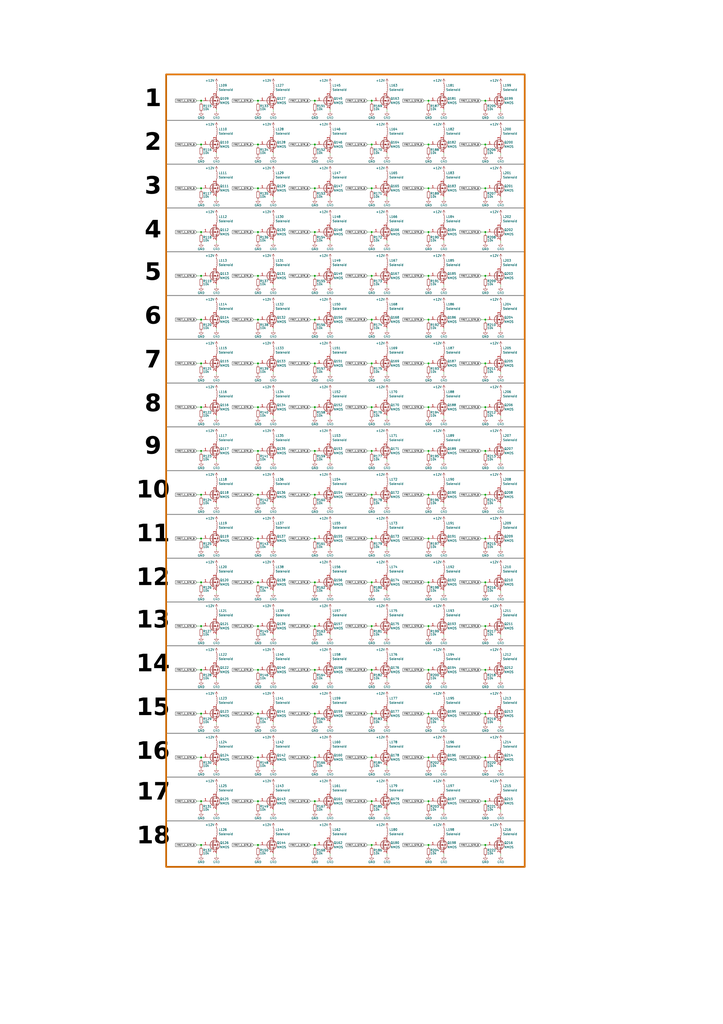
<source format=kicad_sch>
(kicad_sch (version 20250114) (generator "eeschema") (generator_version "9.0")
  (paper "A2" portrait)
  (rectangle (start 96.52 43.18) (end 304.8 502.92) (stroke (width 1) (color 204 102 0 1)))
  (text "17" (at 89.154 468.376 0) (effects (font (size 10 10) (bold yes)) (justify bottom)))
  (text "12" (at 88.9 343.916 0) (effects (font (size 10 10) (bold yes)) (justify bottom)))
  (text "13" (at 88.9 368.554 0) (effects (font (size 10 10) (bold yes)) (justify bottom)))
  (text "8" (at 88.9 243.078 0) (effects (font (size 10 10) (bold yes)) (justify bottom)))
  (text "14" (at 88.9 393.954 0) (effects (font (size 10 10) (bold yes)) (justify bottom)))
  (text "3" (at 88.9 116.84 0) (effects (font (size 10 10) (bold yes)) (justify bottom)))
  (text "2" (at 88.9 91.44 0) (effects (font (size 10 10) (bold yes)) (justify bottom)))
  (text "4" (at 88.9 142.24 0) (effects (font (size 10 10) (bold yes)) (justify bottom)))
  (text "10" (at 88.9 293.116 0) (effects (font (size 10 10) (bold yes)) (justify bottom)))
  (text "11" (at 88.9 318.516 0) (effects (font (size 10 10) (bold yes)) (justify bottom)))
  (text "7" (at 88.9 217.678 0) (effects (font (size 10 10) (bold yes)) (justify bottom)))
  (text "6" (at 88.9 192.278 0) (effects (font (size 10 10) (bold yes)) (justify bottom)))
  (text "16" (at 88.9 444.754 0) (effects (font (size 10 10) (bold yes)) (justify bottom)))
  (text "5" (at 88.9 166.878 0) (effects (font (size 10 10) (bold yes)) (justify bottom)))
  (text "18" (at 89.154 493.776 0) (effects (font (size 10 10) (bold yes)) (justify bottom)))
  (text "1" (at 88.9 66.04 0) (effects (font (size 10 10) (bold yes)) (justify bottom)))
  (text "9" (at 88.9 267.716 0) (effects (font (size 10 10) (bold yes)) (justify bottom)))
  (text "15" (at 88.9 419.354 0) (effects (font (size 10 10) (bold yes)) (justify bottom)))
  (junction (at 215.9 134.62))
  (junction (at 281.94 490.22))
  (junction (at 215.9 58.42))
  (junction (at 116.84 312.42))
  (junction (at 182.88 337.82))
  (junction (at 215.9 160.02))
  (junction (at 215.9 83.82))
  (junction (at 116.84 337.82))
  (junction (at 149.86 261.62))
  (junction (at 116.84 210.82))
  (junction (at 248.92 185.42))
  (junction (at 248.92 388.62))
  (junction (at 281.94 287.02))
  (junction (at 215.9 414.02))
  (junction (at 149.86 236.22))
  (junction (at 281.94 261.62))
  (junction (at 149.86 109.22))
  (junction (at 215.9 363.22))
  (junction (at 248.92 337.82))
  (junction (at 182.88 490.22))
  (junction (at 281.94 109.22))
  (junction (at 149.86 464.82))
  (junction (at 248.92 439.42))
  (junction (at 215.9 337.82))
  (junction (at 215.9 287.02))
  (junction (at 149.86 414.02))
  (junction (at 149.86 160.02))
  (junction (at 281.94 210.82))
  (junction (at 281.94 185.42))
  (junction (at 182.88 160.02))
  (junction (at 182.88 464.82))
  (junction (at 182.88 58.42))
  (junction (at 248.92 58.42))
  (junction (at 149.86 439.42))
  (junction (at 281.94 414.02))
  (junction (at 215.9 464.82))
  (junction (at 182.88 388.62))
  (junction (at 149.86 134.62))
  (junction (at 248.92 490.22))
  (junction (at 215.9 185.42))
  (junction (at 116.84 439.42))
  (junction (at 149.86 185.42))
  (junction (at 116.84 83.82))
  (junction (at 182.88 185.42))
  (junction (at 281.94 58.42))
  (junction (at 116.84 58.42))
  (junction (at 215.9 490.22))
  (junction (at 149.86 312.42))
  (junction (at 215.9 109.22))
  (junction (at 182.88 439.42))
  (junction (at 281.94 83.82))
  (junction (at 182.88 210.82))
  (junction (at 116.84 236.22))
  (junction (at 182.88 287.02))
  (junction (at 149.86 210.82))
  (junction (at 281.94 388.62))
  (junction (at 248.92 464.82))
  (junction (at 281.94 134.62))
  (junction (at 182.88 109.22))
  (junction (at 149.86 363.22))
  (junction (at 248.92 363.22))
  (junction (at 248.92 134.62))
  (junction (at 149.86 58.42))
  (junction (at 248.92 210.82))
  (junction (at 248.92 261.62))
  (junction (at 116.84 363.22))
  (junction (at 248.92 236.22))
  (junction (at 182.88 261.62))
  (junction (at 116.84 287.02))
  (junction (at 215.9 236.22))
  (junction (at 281.94 236.22))
  (junction (at 149.86 490.22))
  (junction (at 182.88 312.42))
  (junction (at 248.92 312.42))
  (junction (at 281.94 464.82))
  (junction (at 116.84 414.02))
  (junction (at 215.9 210.82))
  (junction (at 116.84 261.62))
  (junction (at 281.94 160.02))
  (junction (at 116.84 490.22))
  (junction (at 149.86 287.02))
  (junction (at 182.88 414.02))
  (junction (at 149.86 83.82))
  (junction (at 215.9 439.42))
  (junction (at 215.9 312.42))
  (junction (at 248.92 83.82))
  (junction (at 116.84 160.02))
  (junction (at 281.94 312.42))
  (junction (at 281.94 337.82))
  (junction (at 149.86 337.82))
  (junction (at 281.94 363.22))
  (junction (at 116.84 134.62))
  (junction (at 248.92 160.02))
  (junction (at 248.92 109.22))
  (junction (at 116.84 388.62))
  (junction (at 149.86 388.62))
  (junction (at 116.84 464.82))
  (junction (at 182.88 134.62))
  (junction (at 215.9 388.62))
  (junction (at 281.94 439.42))
  (junction (at 182.88 83.82))
  (junction (at 215.9 261.62))
  (junction (at 182.88 236.22))
  (junction (at 116.84 109.22))
  (junction (at 116.84 185.42))
  (junction (at 248.92 287.02))
  (junction (at 248.92 414.02))
  (junction (at 182.88 363.22))
  (wire (pts (xy 248.92 364.49) (xy 248.92 363.22)))
  (wire (pts (xy 279.4 388.62) (xy 281.94 388.62)))
  (wire (pts (xy 182.88 237.49) (xy 182.88 236.22)))
  (wire (pts (xy 182.88 288.29) (xy 182.88 287.02)))
  (wire (pts (xy 290.83 420.37) (xy 290.83 419.1)))
  (wire (pts (xy 257.81 90.17) (xy 257.81 88.9)))
  (wire (pts (xy 224.79 191.77) (xy 224.79 190.5)))
  (wire (pts (xy 114.3 109.22) (xy 116.84 109.22)))
  (wire (pts (xy 248.92 490.22) (xy 250.19 490.22)))
  (wire (pts (xy 281.94 339.09) (xy 281.94 337.82)))
  (wire (pts (xy 281.94 364.49) (xy 281.94 363.22)))
  (wire (pts (xy 279.4 287.02) (xy 281.94 287.02)))
  (wire (pts (xy 125.73 191.77) (xy 125.73 190.5)))
  (wire (pts (xy 147.32 236.22) (xy 149.86 236.22)))
  (wire (pts (xy 116.84 210.82) (xy 118.11 210.82)))
  (wire (pts (xy 116.84 389.89) (xy 116.84 388.62)))
  (wire (pts (xy 182.88 110.49) (xy 182.88 109.22)))
  (wire (pts (xy 116.84 237.49) (xy 116.84 236.22)))
  (wire (pts (xy 116.84 160.02) (xy 118.11 160.02)))
  (wire (pts (xy 182.88 161.29) (xy 182.88 160.02)))
  (wire (pts (xy 246.38 83.82) (xy 248.92 83.82)))
  (wire (pts (xy 149.86 287.02) (xy 151.13 287.02)))
  (wire (pts (xy 257.81 420.37) (xy 257.81 419.1)))
  (wire (pts (xy 125.73 115.57) (xy 125.73 114.3)))
  (wire (pts (xy 180.34 337.82) (xy 182.88 337.82)))
  (wire (pts (xy 281.94 415.29) (xy 281.94 414.02)))
  (wire (pts (xy 215.9 364.49) (xy 215.9 363.22)))
  (wire (pts (xy 248.92 288.29) (xy 248.92 287.02)))
  (wire (pts (xy 147.32 337.82) (xy 149.86 337.82)))
  (wire (pts (xy 215.9 389.89) (xy 215.9 388.62)))
  (wire (pts (xy 158.75 496.57) (xy 158.75 495.3)))
  (wire (pts (xy 224.79 242.57) (xy 224.79 241.3)))
  (wire (pts (xy 213.36 185.42) (xy 215.9 185.42)))
  (wire (pts (xy 149.86 186.69) (xy 149.86 185.42)))
  (wire (pts (xy 215.9 262.89) (xy 215.9 261.62)))
  (wire (pts (xy 182.88 464.82) (xy 184.15 464.82)))
  (wire (pts (xy 215.9 261.62) (xy 217.17 261.62)))
  (wire (pts (xy 125.73 64.77) (xy 125.73 63.5)))
  (wire (pts (xy 158.75 445.77) (xy 158.75 444.5)))
  (wire (pts (xy 125.73 166.37) (xy 125.73 165.1)))
  (wire (pts (xy 191.77 369.57) (xy 191.77 368.3)))
  (wire (pts (xy 246.38 134.62) (xy 248.92 134.62)))
  (wire (pts (xy 182.88 185.42) (xy 184.15 185.42)))
  (wire (pts (xy 246.38 236.22) (xy 248.92 236.22)))
  (wire (pts (xy 191.77 394.97) (xy 191.77 393.7)))
  (wire (pts (xy 182.88 212.09) (xy 182.88 210.82)))
  (wire (pts (xy 182.88 490.22) (xy 184.15 490.22)))
  (wire (pts (xy 147.32 287.02) (xy 149.86 287.02)))
  (wire (pts (xy 248.92 85.09) (xy 248.92 83.82)))
  (wire (pts (xy 281.94 212.09) (xy 281.94 210.82)))
  (wire (pts (xy 290.83 64.77) (xy 290.83 63.5)))
  (wire (pts (xy 257.81 140.97) (xy 257.81 139.7)))
  (wire (pts (xy 114.3 185.42) (xy 116.84 185.42)))
  (wire (pts (xy 180.34 363.22) (xy 182.88 363.22)))
  (wire (pts (xy 215.9 414.02) (xy 217.17 414.02)))
  (wire (pts (xy 116.84 363.22) (xy 118.11 363.22)))
  (wire (pts (xy 180.34 134.62) (xy 182.88 134.62)))
  (wire (pts (xy 279.4 58.42) (xy 281.94 58.42)))
  (wire (pts (xy 213.36 83.82) (xy 215.9 83.82)))
  (wire (pts (xy 116.84 312.42) (xy 118.11 312.42)))
  (wire (pts (xy 116.84 439.42) (xy 118.11 439.42)))
  (wire (pts (xy 224.79 166.37) (xy 224.79 165.1)))
  (wire (pts (xy 279.4 185.42) (xy 281.94 185.42)))
  (wire (pts (xy 248.92 363.22) (xy 250.19 363.22)))
  (wire (pts (xy 257.81 115.57) (xy 257.81 114.3)))
  (wire (pts (xy 149.86 236.22) (xy 151.13 236.22)))
  (wire (pts (xy 125.73 445.77) (xy 125.73 444.5)))
  (wire (pts (xy 215.9 212.09) (xy 215.9 210.82)))
  (wire (pts (xy 147.32 363.22) (xy 149.86 363.22)))
  (wire (pts (xy 281.94 135.89) (xy 281.94 134.62)))
  (wire (pts (xy 116.84 337.82) (xy 118.11 337.82)))
  (wire (pts (xy 125.73 394.97) (xy 125.73 393.7)))
  (wire (pts (xy 215.9 339.09) (xy 215.9 337.82)))
  (polyline (pts (xy 96.52 95.25) (xy 304.8 95.25)) (stroke (width 0.5) (type solid) (color 132 132 132 1)))
  (wire (pts (xy 180.34 236.22) (xy 182.88 236.22)))
  (wire (pts (xy 279.4 464.82) (xy 281.94 464.82)))
  (wire (pts (xy 281.94 287.02) (xy 283.21 287.02)))
  (wire (pts (xy 182.88 466.09) (xy 182.88 464.82)))
  (wire (pts (xy 248.92 313.69) (xy 248.92 312.42)))
  (wire (pts (xy 125.73 140.97) (xy 125.73 139.7)))
  (wire (pts (xy 180.34 414.02) (xy 182.88 414.02)))
  (wire (pts (xy 147.32 185.42) (xy 149.86 185.42)))
  (wire (pts (xy 248.92 58.42) (xy 250.19 58.42)))
  (wire (pts (xy 147.32 210.82) (xy 149.86 210.82)))
  (wire (pts (xy 281.94 109.22) (xy 283.21 109.22)))
  (wire (pts (xy 246.38 439.42) (xy 248.92 439.42)))
  (wire (pts (xy 215.9 288.29) (xy 215.9 287.02)))
  (wire (pts (xy 281.94 414.02) (xy 283.21 414.02)))
  (wire (pts (xy 116.84 313.69) (xy 116.84 312.42)))
  (wire (pts (xy 149.86 85.09) (xy 149.86 83.82)))
  (wire (pts (xy 147.32 109.22) (xy 149.86 109.22)))
  (wire (pts (xy 224.79 445.77) (xy 224.79 444.5)))
  (wire (pts (xy 248.92 135.89) (xy 248.92 134.62)))
  (wire (pts (xy 180.34 185.42) (xy 182.88 185.42)))
  (wire (pts (xy 215.9 439.42) (xy 217.17 439.42)))
  (wire (pts (xy 248.92 110.49) (xy 248.92 109.22)))
  (wire (pts (xy 114.3 287.02) (xy 116.84 287.02)))
  (wire (pts (xy 114.3 160.02) (xy 116.84 160.02)))
  (wire (pts (xy 213.36 388.62) (xy 215.9 388.62)))
  (wire (pts (xy 213.36 236.22) (xy 215.9 236.22)))
  (wire (pts (xy 248.92 415.29) (xy 248.92 414.02)))
  (wire (pts (xy 281.94 185.42) (xy 283.21 185.42)))
  (wire (pts (xy 290.83 445.77) (xy 290.83 444.5)))
  (wire (pts (xy 116.84 236.22) (xy 118.11 236.22)))
  (wire (pts (xy 224.79 420.37) (xy 224.79 419.1)))
  (wire (pts (xy 147.32 490.22) (xy 149.86 490.22)))
  (wire (pts (xy 281.94 389.89) (xy 281.94 388.62)))
  (wire (pts (xy 191.77 191.77) (xy 191.77 190.5)))
  (wire (pts (xy 182.88 186.69) (xy 182.88 185.42)))
  (wire (pts (xy 246.38 210.82) (xy 248.92 210.82)))
  (wire (pts (xy 182.88 415.29) (xy 182.88 414.02)))
  (wire (pts (xy 114.3 363.22) (xy 116.84 363.22)))
  (wire (pts (xy 248.92 312.42) (xy 250.19 312.42)))
  (wire (pts (xy 281.94 210.82) (xy 283.21 210.82)))
  (wire (pts (xy 215.9 313.69) (xy 215.9 312.42)))
  (wire (pts (xy 116.84 388.62) (xy 118.11 388.62)))
  (wire (pts (xy 191.77 496.57) (xy 191.77 495.3)))
  (wire (pts (xy 125.73 90.17) (xy 125.73 88.9)))
  (wire (pts (xy 158.75 64.77) (xy 158.75 63.5)))
  (wire (pts (xy 191.77 217.17) (xy 191.77 215.9)))
  (wire (pts (xy 246.38 261.62) (xy 248.92 261.62)))
  (wire (pts (xy 116.84 59.69) (xy 116.84 58.42)))
  (wire (pts (xy 213.36 160.02) (xy 215.9 160.02)))
  (wire (pts (xy 281.94 58.42) (xy 283.21 58.42)))
  (wire (pts (xy 224.79 369.57) (xy 224.79 368.3)))
  (polyline (pts (xy 96.52 196.85) (xy 304.8 196.85)) (stroke (width 0.5) (type solid) (color 132 132 132 1)))
  (wire (pts (xy 281.94 440.69) (xy 281.94 439.42)))
  (wire (pts (xy 180.34 83.82) (xy 182.88 83.82)))
  (polyline (pts (xy 96.52 273.05) (xy 304.8 273.05)) (stroke (width 0.5) (type solid) (color 132 132 132 1)))
  (wire (pts (xy 248.92 186.69) (xy 248.92 185.42)))
  (wire (pts (xy 248.92 339.09) (xy 248.92 337.82)))
  (wire (pts (xy 191.77 90.17) (xy 191.77 88.9)))
  (wire (pts (xy 224.79 115.57) (xy 224.79 114.3)))
  (wire (pts (xy 215.9 161.29) (xy 215.9 160.02)))
  (wire (pts (xy 281.94 337.82) (xy 283.21 337.82)))
  (wire (pts (xy 281.94 110.49) (xy 281.94 109.22)))
  (wire (pts (xy 182.88 85.09) (xy 182.88 83.82)))
  (wire (pts (xy 215.9 237.49) (xy 215.9 236.22)))
  (wire (pts (xy 279.4 210.82) (xy 281.94 210.82)))
  (wire (pts (xy 149.86 364.49) (xy 149.86 363.22)))
  (wire (pts (xy 279.4 83.82) (xy 281.94 83.82)))
  (wire (pts (xy 125.73 496.57) (xy 125.73 495.3)))
  (wire (pts (xy 116.84 440.69) (xy 116.84 439.42)))
  (wire (pts (xy 182.88 339.09) (xy 182.88 337.82)))
  (wire (pts (xy 191.77 318.77) (xy 191.77 317.5)))
  (wire (pts (xy 125.73 420.37) (xy 125.73 419.1)))
  (wire (pts (xy 281.94 288.29) (xy 281.94 287.02)))
  (wire (pts (xy 191.77 293.37) (xy 191.77 292.1)))
  (wire (pts (xy 180.34 439.42) (xy 182.88 439.42)))
  (wire (pts (xy 248.92 237.49) (xy 248.92 236.22)))
  (wire (pts (xy 182.88 313.69) (xy 182.88 312.42)))
  (wire (pts (xy 114.3 236.22) (xy 116.84 236.22)))
  (wire (pts (xy 149.86 210.82) (xy 151.13 210.82)))
  (wire (pts (xy 149.86 134.62) (xy 151.13 134.62)))
  (wire (pts (xy 191.77 445.77) (xy 191.77 444.5)))
  (wire (pts (xy 125.73 318.77) (xy 125.73 317.5)))
  (wire (pts (xy 246.38 337.82) (xy 248.92 337.82)))
  (wire (pts (xy 290.83 267.97) (xy 290.83 266.7)))
  (wire (pts (xy 182.88 109.22) (xy 184.15 109.22)))
  (wire (pts (xy 279.4 439.42) (xy 281.94 439.42)))
  (wire (pts (xy 215.9 236.22) (xy 217.17 236.22)))
  (wire (pts (xy 116.84 161.29) (xy 116.84 160.02)))
  (wire (pts (xy 215.9 160.02) (xy 217.17 160.02)))
  (wire (pts (xy 149.86 261.62) (xy 151.13 261.62)))
  (wire (pts (xy 257.81 344.17) (xy 257.81 342.9)))
  (wire (pts (xy 215.9 363.22) (xy 217.17 363.22)))
  (wire (pts (xy 215.9 134.62) (xy 217.17 134.62)))
  (wire (pts (xy 182.88 439.42) (xy 184.15 439.42)))
  (wire (pts (xy 116.84 212.09) (xy 116.84 210.82)))
  (wire (pts (xy 215.9 466.09) (xy 215.9 464.82)))
  (wire (pts (xy 290.83 217.17) (xy 290.83 215.9)))
  (wire (pts (xy 248.92 287.02) (xy 250.19 287.02)))
  (wire (pts (xy 114.3 337.82) (xy 116.84 337.82)))
  (wire (pts (xy 149.86 414.02) (xy 151.13 414.02)))
  (wire (pts (xy 116.84 186.69) (xy 116.84 185.42)))
  (wire (pts (xy 182.88 414.02) (xy 184.15 414.02)))
  (wire (pts (xy 248.92 466.09) (xy 248.92 464.82)))
  (wire (pts (xy 182.88 236.22) (xy 184.15 236.22)))
  (wire (pts (xy 116.84 109.22) (xy 118.11 109.22)))
  (wire (pts (xy 257.81 445.77) (xy 257.81 444.5)))
  (wire (pts (xy 279.4 490.22) (xy 281.94 490.22)))
  (wire (pts (xy 116.84 58.42) (xy 118.11 58.42)))
  (wire (pts (xy 149.86 491.49) (xy 149.86 490.22)))
  (wire (pts (xy 116.84 415.29) (xy 116.84 414.02)))
  (wire (pts (xy 116.84 287.02) (xy 118.11 287.02)))
  (wire (pts (xy 290.83 191.77) (xy 290.83 190.5)))
  (wire (pts (xy 248.92 389.89) (xy 248.92 388.62)))
  (wire (pts (xy 290.83 344.17) (xy 290.83 342.9)))
  (wire (pts (xy 149.86 135.89) (xy 149.86 134.62)))
  (wire (pts (xy 114.3 210.82) (xy 116.84 210.82)))
  (wire (pts (xy 246.38 363.22) (xy 248.92 363.22)))
  (wire (pts (xy 182.88 210.82) (xy 184.15 210.82)))
  (wire (pts (xy 116.84 262.89) (xy 116.84 261.62)))
  (wire (pts (xy 114.3 261.62) (xy 116.84 261.62)))
  (wire (pts (xy 158.75 369.57) (xy 158.75 368.3)))
  (wire (pts (xy 279.4 363.22) (xy 281.94 363.22)))
  (wire (pts (xy 279.4 109.22) (xy 281.94 109.22)))
  (polyline (pts (xy 96.52 425.45) (xy 304.8 425.45)) (stroke (width 0.5) (type solid) (color 132 132 132 1)))
  (wire (pts (xy 279.4 160.02) (xy 281.94 160.02)))
  (wire (pts (xy 213.36 337.82) (xy 215.9 337.82)))
  (wire (pts (xy 182.88 364.49) (xy 182.88 363.22)))
  (wire (pts (xy 279.4 236.22) (xy 281.94 236.22)))
  (wire (pts (xy 180.34 210.82) (xy 182.88 210.82)))
  (wire (pts (xy 116.84 339.09) (xy 116.84 337.82)))
  (wire (pts (xy 213.36 439.42) (xy 215.9 439.42)))
  (wire (pts (xy 213.36 58.42) (xy 215.9 58.42)))
  (wire (pts (xy 257.81 394.97) (xy 257.81 393.7)))
  (wire (pts (xy 149.86 389.89) (xy 149.86 388.62)))
  (polyline (pts (xy 96.52 400.05) (xy 304.8 400.05)) (stroke (width 0.5) (type solid) (color 132 132 132 1)))
  (wire (pts (xy 182.88 363.22) (xy 184.15 363.22)))
  (wire (pts (xy 257.81 191.77) (xy 257.81 190.5)))
  (wire (pts (xy 191.77 242.57) (xy 191.77 241.3)))
  (wire (pts (xy 248.92 262.89) (xy 248.92 261.62)))
  (wire (pts (xy 147.32 58.42) (xy 149.86 58.42)))
  (wire (pts (xy 281.94 490.22) (xy 283.21 490.22)))
  (wire (pts (xy 224.79 318.77) (xy 224.79 317.5)))
  (wire (pts (xy 182.88 262.89) (xy 182.88 261.62)))
  (wire (pts (xy 281.94 161.29) (xy 281.94 160.02)))
  (wire (pts (xy 125.73 369.57) (xy 125.73 368.3)))
  (wire (pts (xy 125.73 293.37) (xy 125.73 292.1)))
  (wire (pts (xy 147.32 83.82) (xy 149.86 83.82)))
  (wire (pts (xy 149.86 312.42) (xy 151.13 312.42)))
  (wire (pts (xy 279.4 134.62) (xy 281.94 134.62)))
  (wire (pts (xy 116.84 134.62) (xy 118.11 134.62)))
  (wire (pts (xy 290.83 318.77) (xy 290.83 317.5)))
  (wire (pts (xy 147.32 160.02) (xy 149.86 160.02)))
  (wire (pts (xy 257.81 318.77) (xy 257.81 317.5)))
  (wire (pts (xy 290.83 140.97) (xy 290.83 139.7)))
  (wire (pts (xy 114.3 58.42) (xy 116.84 58.42)))
  (wire (pts (xy 257.81 64.77) (xy 257.81 63.5)))
  (wire (pts (xy 281.94 491.49) (xy 281.94 490.22)))
  (wire (pts (xy 213.36 287.02) (xy 215.9 287.02)))
  (wire (pts (xy 116.84 464.82) (xy 118.11 464.82)))
  (wire (pts (xy 281.94 237.49) (xy 281.94 236.22)))
  (wire (pts (xy 180.34 109.22) (xy 182.88 109.22)))
  (wire (pts (xy 149.86 237.49) (xy 149.86 236.22)))
  (wire (pts (xy 224.79 471.17) (xy 224.79 469.9)))
  (wire (pts (xy 224.79 344.17) (xy 224.79 342.9)))
  (wire (pts (xy 281.94 59.69) (xy 281.94 58.42)))
  (wire (pts (xy 248.92 212.09) (xy 248.92 210.82)))
  (wire (pts (xy 191.77 64.77) (xy 191.77 63.5)))
  (wire (pts (xy 248.92 109.22) (xy 250.19 109.22)))
  (wire (pts (xy 158.75 166.37) (xy 158.75 165.1)))
  (wire (pts (xy 116.84 288.29) (xy 116.84 287.02)))
  (wire (pts (xy 116.84 110.49) (xy 116.84 109.22)))
  (wire (pts (xy 213.36 490.22) (xy 215.9 490.22)))
  (wire (pts (xy 182.88 440.69) (xy 182.88 439.42)))
  (wire (pts (xy 182.88 337.82) (xy 184.15 337.82)))
  (wire (pts (xy 158.75 140.97) (xy 158.75 139.7)))
  (wire (pts (xy 248.92 236.22) (xy 250.19 236.22)))
  (wire (pts (xy 215.9 491.49) (xy 215.9 490.22)))
  (polyline (pts (xy 96.52 69.85) (xy 304.8 69.85)) (stroke (width 0.5) (type solid) (color 132 132 132 1)))
  (wire (pts (xy 116.84 135.89) (xy 116.84 134.62)))
  (wire (pts (xy 248.92 261.62) (xy 250.19 261.62)))
  (wire (pts (xy 182.88 312.42) (xy 184.15 312.42)))
  (wire (pts (xy 158.75 293.37) (xy 158.75 292.1)))
  (wire (pts (xy 158.75 344.17) (xy 158.75 342.9)))
  (polyline (pts (xy 96.52 323.85) (xy 304.8 323.85)) (stroke (width 0.5) (type solid) (color 132 132 132 1)))
  (wire (pts (xy 257.81 496.57) (xy 257.81 495.3)))
  (wire (pts (xy 290.83 166.37) (xy 290.83 165.1)))
  (wire (pts (xy 125.73 242.57) (xy 125.73 241.3)))
  (polyline (pts (xy 96.52 247.65) (xy 304.8 247.65)) (stroke (width 0.5) (type solid) (color 132 132 132 1)))
  (polyline (pts (xy 96.52 450.85) (xy 304.8 450.85)) (stroke (width 0.5) (type solid) (color 132 132 132 1)))
  (wire (pts (xy 224.79 140.97) (xy 224.79 139.7)))
  (wire (pts (xy 114.3 312.42) (xy 116.84 312.42)))
  (wire (pts (xy 248.92 388.62) (xy 250.19 388.62)))
  (wire (pts (xy 215.9 337.82) (xy 217.17 337.82)))
  (wire (pts (xy 116.84 364.49) (xy 116.84 363.22)))
  (wire (pts (xy 257.81 242.57) (xy 257.81 241.3)))
  (wire (pts (xy 224.79 90.17) (xy 224.79 88.9)))
  (wire (pts (xy 213.36 210.82) (xy 215.9 210.82)))
  (wire (pts (xy 281.94 186.69) (xy 281.94 185.42)))
  (wire (pts (xy 147.32 464.82) (xy 149.86 464.82)))
  (wire (pts (xy 191.77 267.97) (xy 191.77 266.7)))
  (wire (pts (xy 281.94 160.02) (xy 283.21 160.02)))
  (wire (pts (xy 248.92 414.02) (xy 250.19 414.02)))
  (wire (pts (xy 116.84 491.49) (xy 116.84 490.22)))
  (wire (pts (xy 114.3 83.82) (xy 116.84 83.82)))
  (wire (pts (xy 158.75 217.17) (xy 158.75 215.9)))
  (wire (pts (xy 279.4 337.82) (xy 281.94 337.82)))
  (wire (pts (xy 149.86 363.22) (xy 151.13 363.22)))
  (wire (pts (xy 114.3 134.62) (xy 116.84 134.62)))
  (wire (pts (xy 248.92 337.82) (xy 250.19 337.82)))
  (wire (pts (xy 215.9 388.62) (xy 217.17 388.62)))
  (wire (pts (xy 248.92 440.69) (xy 248.92 439.42)))
  (wire (pts (xy 246.38 414.02) (xy 248.92 414.02)))
  (wire (pts (xy 215.9 135.89) (xy 215.9 134.62)))
  (wire (pts (xy 149.86 439.42) (xy 151.13 439.42)))
  (wire (pts (xy 149.86 440.69) (xy 149.86 439.42)))
  (wire (pts (xy 224.79 293.37) (xy 224.79 292.1)))
  (wire (pts (xy 125.73 267.97) (xy 125.73 266.7)))
  (wire (pts (xy 248.92 464.82) (xy 250.19 464.82)))
  (wire (pts (xy 246.38 490.22) (xy 248.92 490.22)))
  (wire (pts (xy 149.86 337.82) (xy 151.13 337.82)))
  (wire (pts (xy 246.38 312.42) (xy 248.92 312.42)))
  (wire (pts (xy 149.86 388.62) (xy 151.13 388.62)))
  (wire (pts (xy 149.86 288.29) (xy 149.86 287.02)))
  (wire (pts (xy 149.86 109.22) (xy 151.13 109.22)))
  (wire (pts (xy 116.84 83.82) (xy 118.11 83.82)))
  (wire (pts (xy 290.83 471.17) (xy 290.83 469.9)))
  (wire (pts (xy 149.86 83.82) (xy 151.13 83.82)))
  (wire (pts (xy 215.9 109.22) (xy 217.17 109.22)))
  (wire (pts (xy 125.73 471.17) (xy 125.73 469.9)))
  (wire (pts (xy 257.81 293.37) (xy 257.81 292.1)))
  (wire (pts (xy 281.94 261.62) (xy 283.21 261.62)))
  (wire (pts (xy 116.84 261.62) (xy 118.11 261.62)))
  (wire (pts (xy 279.4 312.42) (xy 281.94 312.42)))
  (wire (pts (xy 182.88 491.49) (xy 182.88 490.22)))
  (wire (pts (xy 215.9 312.42) (xy 217.17 312.42)))
  (wire (pts (xy 158.75 318.77) (xy 158.75 317.5)))
  (wire (pts (xy 281.94 312.42) (xy 283.21 312.42)))
  (wire (pts (xy 279.4 261.62) (xy 281.94 261.62)))
  (wire (pts (xy 114.3 490.22) (xy 116.84 490.22)))
  (wire (pts (xy 215.9 186.69) (xy 215.9 185.42)))
  (wire (pts (xy 149.86 339.09) (xy 149.86 337.82)))
  (wire (pts (xy 180.34 58.42) (xy 182.88 58.42)))
  (wire (pts (xy 248.92 210.82) (xy 250.19 210.82)))
  (wire (pts (xy 116.84 85.09) (xy 116.84 83.82)))
  (wire (pts (xy 180.34 312.42) (xy 182.88 312.42)))
  (wire (pts (xy 281.94 464.82) (xy 283.21 464.82)))
  (wire (pts (xy 149.86 466.09) (xy 149.86 464.82)))
  (wire (pts (xy 213.36 464.82) (xy 215.9 464.82)))
  (wire (pts (xy 281.94 439.42) (xy 283.21 439.42)))
  (wire (pts (xy 248.92 491.49) (xy 248.92 490.22)))
  (wire (pts (xy 224.79 267.97) (xy 224.79 266.7)))
  (polyline (pts (xy 96.52 146.05) (xy 304.8 146.05)) (stroke (width 0.5) (type solid) (color 132 132 132 1)))
  (wire (pts (xy 116.84 414.02) (xy 118.11 414.02)))
  (wire (pts (xy 158.75 242.57) (xy 158.75 241.3)))
  (wire (pts (xy 125.73 344.17) (xy 125.73 342.9)))
  (wire (pts (xy 147.32 134.62) (xy 149.86 134.62)))
  (wire (pts (xy 290.83 496.57) (xy 290.83 495.3)))
  (wire (pts (xy 182.88 134.62) (xy 184.15 134.62)))
  (wire (pts (xy 158.75 191.77) (xy 158.75 190.5)))
  (wire (pts (xy 246.38 160.02) (xy 248.92 160.02)))
  (wire (pts (xy 147.32 439.42) (xy 149.86 439.42)))
  (wire (pts (xy 215.9 59.69) (xy 215.9 58.42)))
  (wire (pts (xy 257.81 166.37) (xy 257.81 165.1)))
  (wire (pts (xy 125.73 217.17) (xy 125.73 215.9)))
  (wire (pts (xy 147.32 312.42) (xy 149.86 312.42)))
  (wire (pts (xy 246.38 287.02) (xy 248.92 287.02)))
  (wire (pts (xy 281.94 134.62) (xy 283.21 134.62)))
  (wire (pts (xy 149.86 212.09) (xy 149.86 210.82)))
  (wire (pts (xy 281.94 388.62) (xy 283.21 388.62)))
  (wire (pts (xy 215.9 185.42) (xy 217.17 185.42)))
  (wire (pts (xy 246.38 388.62) (xy 248.92 388.62)))
  (wire (pts (xy 290.83 242.57) (xy 290.83 241.3)))
  (wire (pts (xy 182.88 160.02) (xy 184.15 160.02)))
  (wire (pts (xy 180.34 160.02) (xy 182.88 160.02)))
  (wire (pts (xy 281.94 313.69) (xy 281.94 312.42)))
  (wire (pts (xy 158.75 90.17) (xy 158.75 88.9)))
  (wire (pts (xy 182.88 389.89) (xy 182.88 388.62)))
  (wire (pts (xy 147.32 388.62) (xy 149.86 388.62)))
  (polyline (pts (xy 96.52 298.45) (xy 304.8 298.45)) (stroke (width 0.5) (type solid) (color 132 132 132 1)))
  (wire (pts (xy 180.34 287.02) (xy 182.88 287.02)))
  (wire (pts (xy 114.3 439.42) (xy 116.84 439.42)))
  (wire (pts (xy 114.3 464.82) (xy 116.84 464.82)))
  (wire (pts (xy 191.77 140.97) (xy 191.77 139.7)))
  (wire (pts (xy 213.36 109.22) (xy 215.9 109.22)))
  (wire (pts (xy 215.9 464.82) (xy 217.17 464.82)))
  (polyline (pts (xy 96.52 222.25) (xy 304.8 222.25)) (stroke (width 0.5) (type solid) (color 132 132 132 1)))
  (wire (pts (xy 114.3 388.62) (xy 116.84 388.62)))
  (polyline (pts (xy 96.52 349.25) (xy 304.8 349.25)) (stroke (width 0.5) (type solid) (color 132 132 132 1)))
  (wire (pts (xy 182.88 261.62) (xy 184.15 261.62)))
  (wire (pts (xy 158.75 267.97) (xy 158.75 266.7)))
  (wire (pts (xy 149.86 313.69) (xy 149.86 312.42)))
  (wire (pts (xy 147.32 261.62) (xy 149.86 261.62)))
  (wire (pts (xy 281.94 85.09) (xy 281.94 83.82)))
  (wire (pts (xy 116.84 466.09) (xy 116.84 464.82)))
  (wire (pts (xy 257.81 267.97) (xy 257.81 266.7)))
  (wire (pts (xy 215.9 210.82) (xy 217.17 210.82)))
  (wire (pts (xy 224.79 394.97) (xy 224.79 393.7)))
  (wire (pts (xy 248.92 160.02) (xy 250.19 160.02)))
  (wire (pts (xy 158.75 115.57) (xy 158.75 114.3)))
  (wire (pts (xy 180.34 464.82) (xy 182.88 464.82)))
  (wire (pts (xy 246.38 109.22) (xy 248.92 109.22)))
  (wire (pts (xy 290.83 293.37) (xy 290.83 292.1)))
  (wire (pts (xy 290.83 90.17) (xy 290.83 88.9)))
  (wire (pts (xy 246.38 185.42) (xy 248.92 185.42)))
  (wire (pts (xy 180.34 490.22) (xy 182.88 490.22)))
  (wire (pts (xy 149.86 160.02) (xy 151.13 160.02)))
  (wire (pts (xy 281.94 83.82) (xy 283.21 83.82)))
  (wire (pts (xy 182.88 58.42) (xy 184.15 58.42)))
  (wire (pts (xy 191.77 115.57) (xy 191.77 114.3)))
  (wire (pts (xy 213.36 134.62) (xy 215.9 134.62)))
  (wire (pts (xy 215.9 415.29) (xy 215.9 414.02)))
  (wire (pts (xy 224.79 64.77) (xy 224.79 63.5)))
  (wire (pts (xy 248.92 134.62) (xy 250.19 134.62)))
  (wire (pts (xy 281.94 466.09) (xy 281.94 464.82)))
  (wire (pts (xy 279.4 414.02) (xy 281.94 414.02)))
  (wire (pts (xy 248.92 185.42) (xy 250.19 185.42)))
  (wire (pts (xy 158.75 394.97) (xy 158.75 393.7)))
  (wire (pts (xy 281.94 262.89) (xy 281.94 261.62)))
  (wire (pts (xy 213.36 261.62) (xy 215.9 261.62)))
  (wire (pts (xy 191.77 166.37) (xy 191.77 165.1)))
  (wire (pts (xy 147.32 414.02) (xy 149.86 414.02)))
  (wire (pts (xy 116.84 185.42) (xy 118.11 185.42)))
  (wire (pts (xy 257.81 471.17) (xy 257.81 469.9)))
  (wire (pts (xy 116.84 490.22) (xy 118.11 490.22)))
  (wire (pts (xy 215.9 440.69) (xy 215.9 439.42)))
  (wire (pts (xy 248.92 439.42) (xy 250.19 439.42)))
  (wire (pts (xy 191.77 344.17) (xy 191.77 342.9)))
  (wire (pts (xy 149.86 59.69) (xy 149.86 58.42)))
  (wire (pts (xy 182.88 83.82) (xy 184.15 83.82)))
  (wire (pts (xy 215.9 58.42) (xy 217.17 58.42)))
  (wire (pts (xy 215.9 83.82) (xy 217.17 83.82)))
  (wire (pts (xy 213.36 414.02) (xy 215.9 414.02)))
  (wire (pts (xy 257.81 369.57) (xy 257.81 368.3)))
  (wire (pts (xy 182.88 388.62) (xy 184.15 388.62)))
  (wire (pts (xy 248.92 161.29) (xy 248.92 160.02)))
  (wire (pts (xy 290.83 369.57) (xy 290.83 368.3)))
  (wire (pts (xy 248.92 83.82) (xy 250.19 83.82)))
  (wire (pts (xy 290.83 394.97) (xy 290.83 393.7)))
  (polyline (pts (xy 96.52 476.25) (xy 304.8 476.25)) (stroke (width 0.5) (type solid) (color 132 132 132 1)))
  (wire (pts (xy 224.79 217.17) (xy 224.79 215.9)))
  (wire (pts (xy 182.88 135.89) (xy 182.88 134.62)))
  (wire (pts (xy 224.79 496.57) (xy 224.79 495.3)))
  (polyline (pts (xy 96.52 171.45) (xy 304.8 171.45)) (stroke (width 0.5) (type solid) (color 132 132 132 1)))
  (wire (pts (xy 215.9 85.09) (xy 215.9 83.82)))
  (wire (pts (xy 158.75 471.17) (xy 158.75 469.9)))
  (wire (pts (xy 149.86 415.29) (xy 149.86 414.02)))
  (wire (pts (xy 149.86 185.42) (xy 151.13 185.42)))
  (wire (pts (xy 213.36 312.42) (xy 215.9 312.42)))
  (wire (pts (xy 149.86 490.22) (xy 151.13 490.22)))
  (wire (pts (xy 191.77 420.37) (xy 191.77 419.1)))
  (wire (pts (xy 213.36 363.22) (xy 215.9 363.22)))
  (wire (pts (xy 182.88 59.69) (xy 182.88 58.42)))
  (wire (pts (xy 281.94 236.22) (xy 283.21 236.22)))
  (wire (pts (xy 180.34 261.62) (xy 182.88 261.62)))
  (wire (pts (xy 149.86 262.89) (xy 149.86 261.62)))
  (wire (pts (xy 246.38 464.82) (xy 248.92 464.82)))
  (wire (pts (xy 149.86 58.42) (xy 151.13 58.42)))
  (wire (pts (xy 290.83 115.57) (xy 290.83 114.3)))
  (wire (pts (xy 257.81 217.17) (xy 257.81 215.9)))
  (polyline (pts (xy 96.52 120.65) (xy 304.8 120.65)) (stroke (width 0.5) (type solid) (color 132 132 132 1)))
  (wire (pts (xy 158.75 420.37) (xy 158.75 419.1)))
  (wire (pts (xy 215.9 287.02) (xy 217.17 287.02)))
  (wire (pts (xy 149.86 110.49) (xy 149.86 109.22)))
  (wire (pts (xy 215.9 110.49) (xy 215.9 109.22)))
  (wire (pts (xy 180.34 388.62) (xy 182.88 388.62)))
  (wire (pts (xy 281.94 363.22) (xy 283.21 363.22)))
  (wire (pts (xy 246.38 58.42) (xy 248.92 58.42)))
  (wire (pts (xy 114.3 414.02) (xy 116.84 414.02)))
  (wire (pts (xy 149.86 464.82) (xy 151.13 464.82)))
  (wire (pts (xy 248.92 59.69) (xy 248.92 58.42)))
  (wire (pts (xy 191.77 471.17) (xy 191.77 469.9)))
  (wire (pts (xy 182.88 287.02) (xy 184.15 287.02)))
  (polyline (pts (xy 96.52 374.65) (xy 304.8 374.65)) (stroke (width 0.5) (type solid) (color 132 132 132 1)))
  (wire (pts (xy 215.9 490.22) (xy 217.17 490.22)))
  (wire (pts (xy 149.86 161.29) (xy 149.86 160.02)))
  (global_label "FRET_1_STR_B" (shape input) (at 147.32 439.42 180) (effects (font (size 1 1))) (property "Intersheetrefs" "${INTERSHEET_REFS}" (effects (hide yes))))
  (global_label "FRET_1_STR_B" (shape input) (at 147.32 185.42 180) (effects (font (size 1 1))) (property "Intersheetrefs" "${INTERSHEET_REFS}" (effects (hide yes))))
  (global_label "FRET_1_STR_B" (shape input) (at 246.38 363.22 180) (effects (font (size 1 1))) (property "Intersheetrefs" "${INTERSHEET_REFS}" (effects (hide yes))))
  (global_label "FRET_1_STR_B" (shape input) (at 147.32 490.22 180) (effects (font (size 1 1))) (property "Intersheetrefs" "${INTERSHEET_REFS}" (effects (hide yes))))
  (global_label "FRET_1_STR_B" (shape input) (at 246.38 287.02 180) (effects (font (size 1 1))) (property "Intersheetrefs" "${INTERSHEET_REFS}" (effects (hide yes))))
  (global_label "FRET_1_STR_B" (shape input) (at 180.34 337.82 180) (effects (font (size 1 1))) (property "Intersheetrefs" "${INTERSHEET_REFS}" (effects (hide yes))))
  (global_label "FRET_1_STR_B" (shape input) (at 246.38 58.42 180) (effects (font (size 1 1))) (property "Intersheetrefs" "${INTERSHEET_REFS}" (effects (hide yes))))
  (global_label "FRET_1_STR_B" (shape input) (at 213.36 58.42 180) (effects (font (size 1 1))) (property "Intersheetrefs" "${INTERSHEET_REFS}" (effects (hide yes))))
  (global_label "FRET_1_STR_B" (shape input) (at 114.3 388.62 180) (effects (font (size 1 1))) (property "Intersheetrefs" "${INTERSHEET_REFS}" (effects (hide yes))))
  (global_label "FRET_1_STR_B" (shape input) (at 114.3 414.02 180) (effects (font (size 1 1))) (property "Intersheetrefs" "${INTERSHEET_REFS}" (effects (hide yes))))
  (global_label "FRET_1_STR_B" (shape input) (at 114.3 109.22 180) (effects (font (size 1 1))) (property "Intersheetrefs" "${INTERSHEET_REFS}" (effects (hide yes))))
  (global_label "FRET_1_STR_B" (shape input) (at 147.32 109.22 180) (effects (font (size 1 1))) (property "Intersheetrefs" "${INTERSHEET_REFS}" (effects (hide yes))))
  (global_label "FRET_1_STR_B" (shape input) (at 279.4 160.02 180) (effects (font (size 1 1))) (property "Intersheetrefs" "${INTERSHEET_REFS}" (effects (hide yes))))
  (global_label "FRET_1_STR_B" (shape input) (at 147.32 261.62 180) (effects (font (size 1 1))) (property "Intersheetrefs" "${INTERSHEET_REFS}" (effects (hide yes))))
  (global_label "FRET_1_STR_B" (shape input) (at 180.34 388.62 180) (effects (font (size 1 1))) (property "Intersheetrefs" "${INTERSHEET_REFS}" (effects (hide yes))))
  (global_label "FRET_1_STR_B" (shape input) (at 147.32 236.22 180) (effects (font (size 1 1))) (property "Intersheetrefs" "${INTERSHEET_REFS}" (effects (hide yes))))
  (global_label "FRET_1_STR_B" (shape input) (at 246.38 464.82 180) (effects (font (size 1 1))) (property "Intersheetrefs" "${INTERSHEET_REFS}" (effects (hide yes))))
  (global_label "FRET_1_STR_B" (shape input) (at 279.4 83.82 180) (effects (font (size 1 1))) (property "Intersheetrefs" "${INTERSHEET_REFS}" (effects (hide yes))))
  (global_label "FRET_1_STR_B" (shape input) (at 213.36 490.22 180) (effects (font (size 1 1))) (property "Intersheetrefs" "${INTERSHEET_REFS}" (effects (hide yes))))
  (global_label "FRET_1_STR_B" (shape input) (at 279.4 363.22 180) (effects (font (size 1 1))) (property "Intersheetrefs" "${INTERSHEET_REFS}" (effects (hide yes))))
  (global_label "FRET_1_STR_B" (shape input) (at 279.4 210.82 180) (effects (font (size 1 1))) (property "Intersheetrefs" "${INTERSHEET_REFS}" (effects (hide yes))))
  (global_label "FRET_1_STR_B" (shape input) (at 114.3 490.22 180) (effects (font (size 1 1))) (property "Intersheetrefs" "${INTERSHEET_REFS}" (effects (hide yes))))
  (global_label "FRET_1_STR_B" (shape input) (at 180.34 439.42 180) (effects (font (size 1 1))) (property "Intersheetrefs" "${INTERSHEET_REFS}" (effects (hide yes))))
  (global_label "FRET_1_STR_B" (shape input) (at 246.38 337.82 180) (effects (font (size 1 1))) (property "Intersheetrefs" "${INTERSHEET_REFS}" (effects (hide yes))))
  (global_label "FRET_1_STR_B" (shape input) (at 180.34 236.22 180) (effects (font (size 1 1))) (property "Intersheetrefs" "${INTERSHEET_REFS}" (effects (hide yes))))
  (global_label "FRET_1_STR_B" (shape input) (at 114.3 236.22 180) (effects (font (size 1 1))) (property "Intersheetrefs" "${INTERSHEET_REFS}" (effects (hide yes))))
  (global_label "FRET_1_STR_B" (shape input) (at 213.36 464.82 180) (effects (font (size 1 1))) (property "Intersheetrefs" "${INTERSHEET_REFS}" (effects (hide yes))))
  (global_label "FRET_1_STR_B" (shape input) (at 279.4 414.02 180) (effects (font (size 1 1))) (property "Intersheetrefs" "${INTERSHEET_REFS}" (effects (hide yes))))
  (global_label "FRET_1_STR_B" (shape input) (at 180.34 160.02 180) (effects (font (size 1 1))) (property "Intersheetrefs" "${INTERSHEET_REFS}" (effects (hide yes))))
  (global_label "FRET_1_STR_B" (shape input) (at 213.36 210.82 180) (effects (font (size 1 1))) (property "Intersheetrefs" "${INTERSHEET_REFS}" (effects (hide yes))))
  (global_label "FRET_1_STR_B" (shape input) (at 147.32 58.42 180) (effects (font (size 1 1))) (property "Intersheetrefs" "${INTERSHEET_REFS}" (effects (hide yes))))
  (global_label "FRET_1_STR_B" (shape input) (at 279.4 58.42 180) (effects (font (size 1 1))) (property "Intersheetrefs" "${INTERSHEET_REFS}" (effects (hide yes))))
  (global_label "FRET_1_STR_B" (shape input) (at 147.32 83.82 180) (effects (font (size 1 1))) (property "Intersheetrefs" "${INTERSHEET_REFS}" (effects (hide yes))))
  (global_label "FRET_1_STR_B" (shape input) (at 213.36 160.02 180) (effects (font (size 1 1))) (property "Intersheetrefs" "${INTERSHEET_REFS}" (effects (hide yes))))
  (global_label "FRET_1_STR_B" (shape input) (at 279.4 236.22 180) (effects (font (size 1 1))) (property "Intersheetrefs" "${INTERSHEET_REFS}" (effects (hide yes))))
  (global_label "FRET_1_STR_B" (shape input) (at 246.38 490.22 180) (effects (font (size 1 1))) (property "Intersheetrefs" "${INTERSHEET_REFS}" (effects (hide yes))))
  (global_label "FRET_1_STR_B" (shape input) (at 180.34 185.42 180) (effects (font (size 1 1))) (property "Intersheetrefs" "${INTERSHEET_REFS}" (effects (hide yes))))
  (global_label "FRET_1_STR_B" (shape input) (at 246.38 109.22 180) (effects (font (size 1 1))) (property "Intersheetrefs" "${INTERSHEET_REFS}" (effects (hide yes))))
  (global_label "FRET_1_STR_B" (shape input) (at 279.4 312.42 180) (effects (font (size 1 1))) (property "Intersheetrefs" "${INTERSHEET_REFS}" (effects (hide yes))))
  (global_label "FRET_1_STR_B" (shape input) (at 114.3 185.42 180) (effects (font (size 1 1))) (property "Intersheetrefs" "${INTERSHEET_REFS}" (effects (hide yes))))
  (global_label "FRET_1_STR_B" (shape input) (at 114.3 134.62 180) (effects (font (size 1 1))) (property "Intersheetrefs" "${INTERSHEET_REFS}" (effects (hide yes))))
  (global_label "FRET_1_STR_B" (shape input) (at 180.34 210.82 180) (effects (font (size 1 1))) (property "Intersheetrefs" "${INTERSHEET_REFS}" (effects (hide yes))))
  (global_label "FRET_1_STR_B" (shape input) (at 147.32 160.02 180) (effects (font (size 1 1))) (property "Intersheetrefs" "${INTERSHEET_REFS}" (effects (hide yes))))
  (global_label "FRET_1_STR_B" (shape input) (at 180.34 261.62 180) (effects (font (size 1 1))) (property "Intersheetrefs" "${INTERSHEET_REFS}" (effects (hide yes))))
  (global_label "FRET_1_STR_B" (shape input) (at 180.34 464.82 180) (effects (font (size 1 1))) (property "Intersheetrefs" "${INTERSHEET_REFS}" (effects (hide yes))))
  (global_label "FRET_1_STR_B" (shape input) (at 147.32 312.42 180) (effects (font (size 1 1))) (property "Intersheetrefs" "${INTERSHEET_REFS}" (effects (hide yes))))
  (global_label "FRET_1_STR_B" (shape input) (at 114.3 337.82 180) (effects (font (size 1 1))) (property "Intersheetrefs" "${INTERSHEET_REFS}" (effects (hide yes))))
  (global_label "FRET_1_STR_B" (shape input) (at 279.4 287.02 180) (effects (font (size 1 1))) (property "Intersheetrefs" "${INTERSHEET_REFS}" (effects (hide yes))))
  (global_label "FRET_1_STR_B" (shape input) (at 279.4 337.82 180) (effects (font (size 1 1))) (property "Intersheetrefs" "${INTERSHEET_REFS}" (effects (hide yes))))
  (global_label "FRET_1_STR_B" (shape input) (at 213.36 337.82 180) (effects (font (size 1 1))) (property "Intersheetrefs" "${INTERSHEET_REFS}" (effects (hide yes))))
  (global_label "FRET_1_STR_B" (shape input) (at 246.38 312.42 180) (effects (font (size 1 1))) (property "Intersheetrefs" "${INTERSHEET_REFS}" (effects (hide yes))))
  (global_label "FRET_1_STR_B" (shape input) (at 213.36 236.22 180) (effects (font (size 1 1))) (property "Intersheetrefs" "${INTERSHEET_REFS}" (effects (hide yes))))
  (global_label "FRET_1_STR_B" (shape input) (at 147.32 414.02 180) (effects (font (size 1 1))) (property "Intersheetrefs" "${INTERSHEET_REFS}" (effects (hide yes))))
  (global_label "FRET_1_STR_B" (shape input) (at 180.34 414.02 180) (effects (font (size 1 1))) (property "Intersheetrefs" "${INTERSHEET_REFS}" (effects (hide yes))))
  (global_label "FRET_1_STR_B" (shape input) (at 147.32 287.02 180) (effects (font (size 1 1))) (property "Intersheetrefs" "${INTERSHEET_REFS}" (effects (hide yes))))
  (global_label "FRET_1_STR_B" (shape input) (at 213.36 363.22 180) (effects (font (size 1 1))) (property "Intersheetrefs" "${INTERSHEET_REFS}" (effects (hide yes))))
  (global_label "FRET_1_STR_B" (shape input) (at 279.4 439.42 180) (effects (font (size 1 1))) (property "Intersheetrefs" "${INTERSHEET_REFS}" (effects (hide yes))))
  (global_label "FRET_1_STR_B" (shape input) (at 147.32 210.82 180) (effects (font (size 1 1))) (property "Intersheetrefs" "${INTERSHEET_REFS}" (effects (hide yes))))
  (global_label "FRET_1_STR_B" (shape input) (at 213.36 414.02 180) (effects (font (size 1 1))) (property "Intersheetrefs" "${INTERSHEET_REFS}" (effects (hide yes))))
  (global_label "FRET_1_STR_B" (shape input) (at 279.4 490.22 180) (effects (font (size 1 1))) (property "Intersheetrefs" "${INTERSHEET_REFS}" (effects (hide yes))))
  (global_label "FRET_1_STR_B" (shape input) (at 279.4 134.62 180) (effects (font (size 1 1))) (property "Intersheetrefs" "${INTERSHEET_REFS}" (effects (hide yes))))
  (global_label "FRET_1_STR_B" (shape input) (at 213.36 83.82 180) (effects (font (size 1 1))) (property "Intersheetrefs" "${INTERSHEET_REFS}" (effects (hide yes))))
  (global_label "FRET_1_STR_B" (shape input) (at 147.32 363.22 180) (effects (font (size 1 1))) (property "Intersheetrefs" "${INTERSHEET_REFS}" (effects (hide yes))))
  (global_label "FRET_1_STR_B" (shape input) (at 114.3 439.42 180) (effects (font (size 1 1))) (property "Intersheetrefs" "${INTERSHEET_REFS}" (effects (hide yes))))
  (global_label "FRET_1_STR_B" (shape input) (at 114.3 58.42 180) (effects (font (size 1 1))) (property "Intersheetrefs" "${INTERSHEET_REFS}" (effects (hide yes))))
  (global_label "FRET_1_STR_B" (shape input) (at 246.38 439.42 180) (effects (font (size 1 1))) (property "Intersheetrefs" "${INTERSHEET_REFS}" (effects (hide yes))))
  (global_label "FRET_1_STR_B" (shape input) (at 114.3 287.02 180) (effects (font (size 1 1))) (property "Intersheetrefs" "${INTERSHEET_REFS}" (effects (hide yes))))
  (global_label "FRET_1_STR_B" (shape input) (at 213.36 261.62 180) (effects (font (size 1 1))) (property "Intersheetrefs" "${INTERSHEET_REFS}" (effects (hide yes))))
  (global_label "FRET_1_STR_B" (shape input) (at 180.34 109.22 180) (effects (font (size 1 1))) (property "Intersheetrefs" "${INTERSHEET_REFS}" (effects (hide yes))))
  (global_label "FRET_1_STR_B" (shape input) (at 279.4 261.62 180) (effects (font (size 1 1))) (property "Intersheetrefs" "${INTERSHEET_REFS}" (effects (hide yes))))
  (global_label "FRET_1_STR_B" (shape input) (at 147.32 134.62 180) (effects (font (size 1 1))) (property "Intersheetrefs" "${INTERSHEET_REFS}" (effects (hide yes))))
  (global_label "FRET_1_STR_B" (shape input) (at 279.4 388.62 180) (effects (font (size 1 1))) (property "Intersheetrefs" "${INTERSHEET_REFS}" (effects (hide yes))))
  (global_label "FRET_1_STR_B" (shape input) (at 180.34 134.62 180) (effects (font (size 1 1))) (property "Intersheetrefs" "${INTERSHEET_REFS}" (effects (hide yes))))
  (global_label "FRET_1_STR_B" (shape input) (at 114.3 160.02 180) (effects (font (size 1 1))) (property "Intersheetrefs" "${INTERSHEET_REFS}" (effects (hide yes))))
  (global_label "FRET_1_STR_B" (shape input) (at 246.38 210.82 180) (effects (font (size 1 1))) (property "Intersheetrefs" "${INTERSHEET_REFS}" (effects (hide yes))))
  (global_label "FRET_1_STR_B" (shape input) (at 180.34 58.42 180) (effects (font (size 1 1))) (property "Intersheetrefs" "${INTERSHEET_REFS}" (effects (hide yes))))
  (global_label "FRET_1_STR_B" (shape input) (at 213.36 134.62 180) (effects (font (size 1 1))) (property "Intersheetrefs" "${INTERSHEET_REFS}" (effects (hide yes))))
  (global_label "FRET_1_STR_B" (shape input) (at 279.4 185.42 180) (effects (font (size 1 1))) (property "Intersheetrefs" "${INTERSHEET_REFS}" (effects (hide yes))))
  (global_label "FRET_1_STR_B" (shape input) (at 147.32 464.82 180) (effects (font (size 1 1))) (property "Intersheetrefs" "${INTERSHEET_REFS}" (effects (hide yes))))
  (global_label "FRET_1_STR_B" (shape input) (at 246.38 134.62 180) (effects (font (size 1 1))) (property "Intersheetrefs" "${INTERSHEET_REFS}" (effects (hide yes))))
  (global_label "FRET_1_STR_B" (shape input) (at 246.38 388.62 180) (effects (font (size 1 1))) (property "Intersheetrefs" "${INTERSHEET_REFS}" (effects (hide yes))))
  (global_label "FRET_1_STR_B" (shape input) (at 180.34 287.02 180) (effects (font (size 1 1))) (property "Intersheetrefs" "${INTERSHEET_REFS}" (effects (hide yes))))
  (global_label "FRET_1_STR_B" (shape input) (at 180.34 312.42 180) (effects (font (size 1 1))) (property "Intersheetrefs" "${INTERSHEET_REFS}" (effects (hide yes))))
  (global_label "FRET_1_STR_B" (shape input) (at 246.38 261.62 180) (effects (font (size 1 1))) (property "Intersheetrefs" "${INTERSHEET_REFS}" (effects (hide yes))))
  (global_label "FRET_1_STR_B" (shape input) (at 180.34 83.82 180) (effects (font (size 1 1))) (property "Intersheetrefs" "${INTERSHEET_REFS}" (effects (hide yes))))
  (global_label "FRET_1_STR_B" (shape input) (at 246.38 414.02 180) (effects (font (size 1 1))) (property "Intersheetrefs" "${INTERSHEET_REFS}" (effects (hide yes))))
  (global_label "FRET_1_STR_B" (shape input) (at 213.36 312.42 180) (effects (font (size 1 1))) (property "Intersheetrefs" "${INTERSHEET_REFS}" (effects (hide yes))))
  (global_label "FRET_1_STR_B" (shape input) (at 114.3 210.82 180) (effects (font (size 1 1))) (property "Intersheetrefs" "${INTERSHEET_REFS}" (effects (hide yes))))
  (global_label "FRET_1_STR_B" (shape input) (at 114.3 312.42 180) (effects (font (size 1 1))) (property "Intersheetrefs" "${INTERSHEET_REFS}" (effects (hide yes))))
  (global_label "FRET_1_STR_B" (shape input) (at 213.36 185.42 180) (effects (font (size 1 1))) (property "Intersheetrefs" "${INTERSHEET_REFS}" (effects (hide yes))))
  (global_label "FRET_1_STR_B" (shape input) (at 279.4 109.22 180) (effects (font (size 1 1))) (property "Intersheetrefs" "${INTERSHEET_REFS}" (effects (hide yes))))
  (global_label "FRET_1_STR_B" (shape input) (at 246.38 160.02 180) (effects (font (size 1 1))) (property "Intersheetrefs" "${INTERSHEET_REFS}" (effects (hide yes))))
  (global_label "FRET_1_STR_B" (shape input) (at 114.3 83.82 180) (effects (font (size 1 1))) (property "Intersheetrefs" "${INTERSHEET_REFS}" (effects (hide yes))))
  (global_label "FRET_1_STR_B" (shape input) (at 180.34 363.22 180) (effects (font (size 1 1))) (property "Intersheetrefs" "${INTERSHEET_REFS}" (effects (hide yes))))
  (global_label "FRET_1_STR_B" (shape input) (at 114.3 261.62 180) (effects (font (size 1 1))) (property "Intersheetrefs" "${INTERSHEET_REFS}" (effects (hide yes))))
  (global_label "FRET_1_STR_B" (shape input) (at 213.36 287.02 180) (effects (font (size 1 1))) (property "Intersheetrefs" "${INTERSHEET_REFS}" (effects (hide yes))))
  (global_label "FRET_1_STR_B" (shape input) (at 147.32 388.62 180) (effects (font (size 1 1))) (property "Intersheetrefs" "${INTERSHEET_REFS}" (effects (hide yes))))
  (global_label "FRET_1_STR_B" (shape input) (at 246.38 236.22 180) (effects (font (size 1 1))) (property "Intersheetrefs" "${INTERSHEET_REFS}" (effects (hide yes))))
  (global_label "FRET_1_STR_B" (shape input) (at 180.34 490.22 180) (effects (font (size 1 1))) (property "Intersheetrefs" "${INTERSHEET_REFS}" (effects (hide yes))))
  (global_label "FRET_1_STR_B" (shape input) (at 114.3 464.82 180) (effects (font (size 1 1))) (property "Intersheetrefs" "${INTERSHEET_REFS}" (effects (hide yes))))
  (global_label "FRET_1_STR_B" (shape input) (at 246.38 185.42 180) (effects (font (size 1 1))) (property "Intersheetrefs" "${INTERSHEET_REFS}" (effects (hide yes))))
  (global_label "FRET_1_STR_B" (shape input) (at 147.32 337.82 180) (effects (font (size 1 1))) (property "Intersheetrefs" "${INTERSHEET_REFS}" (effects (hide yes))))
  (global_label "FRET_1_STR_B" (shape input) (at 213.36 388.62 180) (effects (font (size 1 1))) (property "Intersheetrefs" "${INTERSHEET_REFS}" (effects (hide yes))))
  (global_label "FRET_1_STR_B" (shape input) (at 114.3 363.22 180) (effects (font (size 1 1))) (property "Intersheetrefs" "${INTERSHEET_REFS}" (effects (hide yes))))
  (global_label "FRET_1_STR_B" (shape input) (at 213.36 109.22 180) (effects (font (size 1 1))) (property "Intersheetrefs" "${INTERSHEET_REFS}" (effects (hide yes))))
  (global_label "FRET_1_STR_B" (shape input) (at 213.36 439.42 180) (effects (font (size 1 1))) (property "Intersheetrefs" "${INTERSHEET_REFS}" (effects (hide yes))))
  (global_label "FRET_1_STR_B" (shape input) (at 246.38 83.82 180) (effects (font (size 1 1))) (property "Intersheetrefs" "${INTERSHEET_REFS}" (effects (hide yes))))
  (global_label "FRET_1_STR_B" (shape input) (at 279.4 464.82 180) (effects (font (size 1 1))) (property "Intersheetrefs" "${INTERSHEET_REFS}" (effects (hide yes))))
  (symbol (lib_id "power:GND") (at 248.92 420.37 0) (unit 1)
    (property "Reference" "#PWR0680" (effects (hide yes)))
    (property "Value" "GND" (at 248.92 423.926 0))
    (property "Description" "Power symbol creates a global label with name \"GND\" , ground" (effects (hide yes)))
  )
  (symbol (lib_id "power:GND") (at 257.81 64.77 0) (unit 1)
    (property "Reference" "#PWR0685" (effects (hide yes)))
    (property "Value" "GND" (at 257.81 68.326 0))
    (property "Description" "Power symbol creates a global label with name \"GND\" , ground" (effects (hide yes)))
  )
  (symbol (lib_id "Device:R_Small") (at 182.88 87.63 0) (unit 1)
    (property "Reference" "R152" (at 183.896 86.868 0) (effects (justify left)))
    (property "Value" "10k" (at 183.896 88.646 0) (effects (justify left)))
    (property "Description" "Resistor, small symbol" (effects (hide yes)))
  )
  (symbol (lib_id "Transistor_FET_Other:Q_NMOS_Depletion_GSD") (at 189.23 312.42 0) (unit 1)
    (property "Reference" "Q155" (at 193.802 311.15 0) (effects (justify left)))
    (property "Value" "NMOS" (at 193.802 313.69 0) (effects (justify left)))
    (property "Footprint" "Package_TO_SOT_SMD:SOT-23-3" (effects (hide yes)))
    (property "Datasheet" "https://cz.mouser.com/ProductDetail/Infineon-Technologies/BSS316NH6327XTSA1?qs=OwbwYO03UsKHv80Qeb7yVQ%3D%3D" (effects (hide yes)))
    (property "Description" "Depletion-mode N-channel MOSFET gate/source/drain" (effects (hide yes)))
  )
  (symbol (lib_id "Transistor_FET_Other:Q_NMOS_Depletion_GSD") (at 189.23 490.22 0) (unit 1)
    (property "Reference" "Q162" (at 193.802 488.95 0) (effects (justify left)))
    (property "Value" "NMOS" (at 193.802 491.49 0) (effects (justify left)))
    (property "Footprint" "Package_TO_SOT_SMD:SOT-23-3" (effects (hide yes)))
    (property "Datasheet" "https://cz.mouser.com/ProductDetail/Infineon-Technologies/BSS316NH6327XTSA1?qs=OwbwYO03UsKHv80Qeb7yVQ%3D%3D" (effects (hide yes)))
    (property "Description" "Depletion-mode N-channel MOSFET gate/source/drain" (effects (hide yes)))
  )
  (symbol (lib_id "power:GND") (at 224.79 318.77 0) (unit 1)
    (property "Reference" "#PWR0651" (effects (hide yes)))
    (property "Value" "GND" (at 224.79 322.326 0))
    (property "Description" "Power symbol creates a global label with name \"GND\" , ground" (effects (hide yes)))
  )
  (symbol (lib_id "power:GND") (at 182.88 217.17 0) (unit 1)
    (property "Reference" "#PWR0564" (effects (hide yes)))
    (property "Value" "GND" (at 182.88 220.726 0))
    (property "Description" "Power symbol creates a global label with name \"GND\" , ground" (effects (hide yes)))
  )
  (symbol (lib_id "power:GND") (at 224.79 267.97 0) (unit 1)
    (property "Reference" "#PWR0647" (effects (hide yes)))
    (property "Value" "GND" (at 224.79 271.526 0))
    (property "Description" "Power symbol creates a global label with name \"GND\" , ground" (effects (hide yes)))
  )
  (symbol (lib_id "power:GND") (at 281.94 445.77 0) (unit 1)
    (property "Reference" "#PWR0735" (effects (hide yes)))
    (property "Value" "GND" (at 281.94 449.326 0))
    (property "Description" "Power symbol creates a global label with name \"GND\" , ground" (effects (hide yes)))
  )
  (symbol (lib_id "power:+12V") (at 158.75 73.66 0) (unit 1)
    (property "Reference" "#PWR0524" (effects (hide yes)))
    (property "Value" "+12V" (at 154.94 72.136 0))
    (property "Description" "Power symbol creates a global label with name \"+12V\"" (effects (hide yes)))
  )
  (symbol (lib_id "power:+12V") (at 125.73 251.46 0) (unit 1)
    (property "Reference" "#PWR0484" (effects (hide yes)))
    (property "Value" "+12V" (at 121.92 249.936 0))
    (property "Description" "Power symbol creates a global label with name \"+12V\"" (effects (hide yes)))
  )
  (symbol (lib_id "Transistor_FET_Other:Q_NMOS_Depletion_GSD") (at 255.27 185.42 0) (unit 1)
    (property "Reference" "Q186" (at 259.842 184.15 0) (effects (justify left)))
    (property "Value" "NMOS" (at 259.842 186.69 0) (effects (justify left)))
    (property "Footprint" "Package_TO_SOT_SMD:SOT-23-3" (effects (hide yes)))
    (property "Datasheet" "https://cz.mouser.com/ProductDetail/Infineon-Technologies/BSS316NH6327XTSA1?qs=OwbwYO03UsKHv80Qeb7yVQ%3D%3D" (effects (hide yes)))
    (property "Description" "Depletion-mode N-channel MOSFET gate/source/drain" (effects (hide yes)))
  )
  (symbol (lib_id "power:+12V") (at 191.77 454.66 0) (unit 1)
    (property "Reference" "#PWR0608" (effects (hide yes)))
    (property "Value" "+12V" (at 187.96 453.136 0))
    (property "Description" "Power symbol creates a global label with name \"+12V\"" (effects (hide yes)))
  )
  (symbol (lib_id "Transistor_FET_Other:Q_NMOS_Depletion_GSD") (at 288.29 388.62 0) (unit 1)
    (property "Reference" "Q212" (at 292.862 387.35 0) (effects (justify left)))
    (property "Value" "NMOS" (at 292.862 389.89 0) (effects (justify left)))
    (property "Footprint" "Package_TO_SOT_SMD:SOT-23-3" (effects (hide yes)))
    (property "Datasheet" "https://cz.mouser.com/ProductDetail/Infineon-Technologies/BSS316NH6327XTSA1?qs=OwbwYO03UsKHv80Qeb7yVQ%3D%3D" (effects (hide yes)))
    (property "Description" "Depletion-mode N-channel MOSFET gate/source/drain" (effects (hide yes)))
  )
  (symbol (lib_id "power:GND") (at 158.75 267.97 0) (unit 1)
    (property "Reference" "#PWR0539" (effects (hide yes)))
    (property "Value" "GND" (at 158.75 271.526 0))
    (property "Description" "Power symbol creates a global label with name \"GND\" , ground" (effects (hide yes)))
  )
  (symbol (lib_id "power:GND") (at 182.88 394.97 0) (unit 1)
    (property "Reference" "#PWR0571" (effects (hide yes)))
    (property "Value" "GND" (at 182.88 398.526 0))
    (property "Description" "Power symbol creates a global label with name \"GND\" , ground" (effects (hide yes)))
  )
  (symbol (lib_id "power:GND") (at 125.73 217.17 0) (unit 1)
    (property "Reference" "#PWR0481" (effects (hide yes)))
    (property "Value" "GND" (at 125.73 220.726 0))
    (property "Description" "Power symbol creates a global label with name \"GND\" , ground" (effects (hide yes)))
  )
  (symbol (lib_id "power:GND") (at 125.73 369.57 0) (unit 1)
    (property "Reference" "#PWR0493" (effects (hide yes)))
    (property "Value" "GND" (at 125.73 373.126 0))
    (property "Description" "Power symbol creates a global label with name \"GND\" , ground" (effects (hide yes)))
  )
  (symbol (lib_id "Transistor_FET_Other:Q_NMOS_Depletion_GSD") (at 288.29 464.82 0) (unit 1)
    (property "Reference" "Q215" (at 292.862 463.55 0) (effects (justify left)))
    (property "Value" "NMOS" (at 292.862 466.09 0) (effects (justify left)))
    (property "Footprint" "Package_TO_SOT_SMD:SOT-23-3" (effects (hide yes)))
    (property "Datasheet" "https://cz.mouser.com/ProductDetail/Infineon-Technologies/BSS316NH6327XTSA1?qs=OwbwYO03UsKHv80Qeb7yVQ%3D%3D" (effects (hide yes)))
    (property "Description" "Depletion-mode N-channel MOSFET gate/source/drain" (effects (hide yes)))
  )
  (symbol (lib_id "Device:L_Small") (at 158.75 355.6 0) (unit 1)
    (property "Reference" "L139" (at 160.02 354.3299 0) (effects (justify left)))
    (property "Value" "Solenoid" (at 160.02 356.8699 0) (effects (justify left)))
    (property "Description" "Inductor, small symbol" (effects (hide yes)))
  )
  (symbol (lib_id "Device:L_Small") (at 290.83 431.8 0) (unit 1)
    (property "Reference" "L214" (at 292.1 430.5299 0) (effects (justify left)))
    (property "Value" "Solenoid" (at 292.1 433.0699 0) (effects (justify left)))
    (property "Description" "Inductor, small symbol" (effects (hide yes)))
  )
  (symbol (lib_id "Device:L_Small") (at 224.79 279.4 0) (unit 1)
    (property "Reference" "L172" (at 226.06 278.1299 0) (effects (justify left)))
    (property "Value" "Solenoid" (at 226.06 280.6699 0) (effects (justify left)))
    (property "Description" "Inductor, small symbol" (effects (hide yes)))
  )
  (symbol (lib_id "power:GND") (at 248.92 496.57 0) (unit 1)
    (property "Reference" "#PWR0683" (effects (hide yes)))
    (property "Value" "GND" (at 248.92 500.126 0))
    (property "Description" "Power symbol creates a global label with name \"GND\" , ground" (effects (hide yes)))
  )
  (symbol (lib_id "power:+12V") (at 290.83 276.86 0) (unit 1)
    (property "Reference" "#PWR0756" (effects (hide yes)))
    (property "Value" "+12V" (at 287.02 275.336 0))
    (property "Description" "Power symbol creates a global label with name \"+12V\"" (effects (hide yes)))
  )
  (symbol (lib_id "Device:R_Small") (at 116.84 113.03 0) (unit 1)
    (property "Reference" "R117" (at 117.856 112.268 0) (effects (justify left)))
    (property "Value" "10k" (at 117.856 114.046 0) (effects (justify left)))
    (property "Description" "Resistor, small symbol" (effects (hide yes)))
  )
  (symbol (lib_id "power:+12V") (at 125.73 353.06 0) (unit 1)
    (property "Reference" "#PWR0492" (effects (hide yes)))
    (property "Value" "+12V" (at 121.92 351.536 0))
    (property "Description" "Power symbol creates a global label with name \"+12V\"" (effects (hide yes)))
  )
  (symbol (lib_id "power:GND") (at 224.79 369.57 0) (unit 1)
    (property "Reference" "#PWR0655" (effects (hide yes)))
    (property "Value" "GND" (at 224.79 373.126 0))
    (property "Description" "Power symbol creates a global label with name \"GND\" , ground" (effects (hide yes)))
  )
  (symbol (lib_id "Transistor_FET_Other:Q_NMOS_Depletion_GSD") (at 255.27 83.82 0) (unit 1)
    (property "Reference" "Q182" (at 259.842 82.55 0) (effects (justify left)))
    (property "Value" "NMOS" (at 259.842 85.09 0) (effects (justify left)))
    (property "Footprint" "Package_TO_SOT_SMD:SOT-23-3" (effects (hide yes)))
    (property "Datasheet" "https://cz.mouser.com/ProductDetail/Infineon-Technologies/BSS316NH6327XTSA1?qs=OwbwYO03UsKHv80Qeb7yVQ%3D%3D" (effects (hide yes)))
    (property "Description" "Depletion-mode N-channel MOSFET gate/source/drain" (effects (hide yes)))
  )
  (symbol (lib_id "Transistor_FET_Other:Q_NMOS_Depletion_GSD") (at 123.19 414.02 0) (unit 1)
    (property "Reference" "Q123" (at 127.762 412.75 0) (effects (justify left)))
    (property "Value" "NMOS" (at 127.762 415.29 0) (effects (justify left)))
    (property "Footprint" "Package_TO_SOT_SMD:SOT-23-3" (effects (hide yes)))
    (property "Datasheet" "https://cz.mouser.com/ProductDetail/Infineon-Technologies/BSS316NH6327XTSA1?qs=OwbwYO03UsKHv80Qeb7yVQ%3D%3D" (effects (hide yes)))
    (property "Description" "Depletion-mode N-channel MOSFET gate/source/drain" (effects (hide yes)))
  )
  (symbol (lib_id "power:GND") (at 158.75 344.17 0) (unit 1)
    (property "Reference" "#PWR0545" (effects (hide yes)))
    (property "Value" "GND" (at 158.75 347.726 0))
    (property "Description" "Power symbol creates a global label with name \"GND\" , ground" (effects (hide yes)))
  )
  (symbol (lib_id "Device:R_Small") (at 149.86 316.23 0) (unit 1)
    (property "Reference" "R143" (at 150.876 315.468 0) (effects (justify left)))
    (property "Value" "10k" (at 150.876 317.246 0) (effects (justify left)))
    (property "Description" "Resistor, small symbol" (effects (hide yes)))
  )
  (symbol (lib_id "Device:L_Small") (at 290.83 76.2 0) (unit 1)
    (property "Reference" "L200" (at 292.1 74.9299 0) (effects (justify left)))
    (property "Value" "Solenoid" (at 292.1 77.4699 0) (effects (justify left)))
    (property "Description" "Inductor, small symbol" (effects (hide yes)))
  )
  (symbol (lib_id "Device:R_Small") (at 281.94 189.23 0) (unit 1)
    (property "Reference" "R210" (at 282.956 188.468 0) (effects (justify left)))
    (property "Value" "10k" (at 282.956 190.246 0) (effects (justify left)))
    (property "Description" "Resistor, small symbol" (effects (hide yes)))
  )
  (symbol (lib_id "power:GND") (at 182.88 64.77 0) (unit 1)
    (property "Reference" "#PWR0558" (effects (hide yes)))
    (property "Value" "GND" (at 182.88 68.326 0))
    (property "Description" "Power symbol creates a global label with name \"GND\" , ground" (effects (hide yes)))
  )
  (symbol (lib_id "Device:L_Small") (at 125.73 254 0) (unit 1)
    (property "Reference" "L117" (at 127 252.7299 0) (effects (justify left)))
    (property "Value" "Solenoid" (at 127 255.2699 0) (effects (justify left)))
    (property "Description" "Inductor, small symbol" (effects (hide yes)))
  )
  (symbol (lib_id "power:GND") (at 125.73 191.77 0) (unit 1)
    (property "Reference" "#PWR0479" (effects (hide yes)))
    (property "Value" "GND" (at 125.73 195.326 0))
    (property "Description" "Power symbol creates a global label with name \"GND\" , ground" (effects (hide yes)))
  )
  (symbol (lib_id "Device:R_Small") (at 116.84 290.83 0) (unit 1)
    (property "Reference" "R124" (at 117.856 290.068 0) (effects (justify left)))
    (property "Value" "10k" (at 117.856 291.846 0) (effects (justify left)))
    (property "Description" "Resistor, small symbol" (effects (hide yes)))
  )
  (symbol (lib_id "Device:R_Small") (at 149.86 367.03 0) (unit 1)
    (property "Reference" "R145" (at 150.876 366.268 0) (effects (justify left)))
    (property "Value" "10k" (at 150.876 368.046 0) (effects (justify left)))
    (property "Description" "Resistor, small symbol" (effects (hide yes)))
  )
  (symbol (lib_id "Device:L_Small") (at 125.73 457.2 0) (unit 1)
    (property "Reference" "L125" (at 127 455.9299 0) (effects (justify left)))
    (property "Value" "Solenoid" (at 127 458.4699 0) (effects (justify left)))
    (property "Description" "Inductor, small symbol" (effects (hide yes)))
  )
  (symbol (lib_id "Device:L_Small") (at 224.79 431.8 0) (unit 1)
    (property "Reference" "L178" (at 226.06 430.5299 0) (effects (justify left)))
    (property "Value" "Solenoid" (at 226.06 433.0699 0) (effects (justify left)))
    (property "Description" "Inductor, small symbol" (effects (hide yes)))
  )
  (symbol (lib_id "Transistor_FET_Other:Q_NMOS_Depletion_GSD") (at 288.29 287.02 0) (unit 1)
    (property "Reference" "Q208" (at 292.862 285.75 0) (effects (justify left)))
    (property "Value" "NMOS" (at 292.862 288.29 0) (effects (justify left)))
    (property "Footprint" "Package_TO_SOT_SMD:SOT-23-3" (effects (hide yes)))
    (property "Datasheet" "https://cz.mouser.com/ProductDetail/Infineon-Technologies/BSS316NH6327XTSA1?qs=OwbwYO03UsKHv80Qeb7yVQ%3D%3D" (effects (hide yes)))
    (property "Description" "Depletion-mode N-channel MOSFET gate/source/drain" (effects (hide yes)))
  )
  (symbol (lib_id "power:GND") (at 116.84 394.97 0) (unit 1)
    (property "Reference" "#PWR0463" (effects (hide yes)))
    (property "Value" "GND" (at 116.84 398.526 0))
    (property "Description" "Power symbol creates a global label with name \"GND\" , ground" (effects (hide yes)))
  )
  (symbol (lib_id "power:+12V") (at 191.77 403.86 0) (unit 1)
    (property "Reference" "#PWR0604" (effects (hide yes)))
    (property "Value" "+12V" (at 187.96 402.336 0))
    (property "Description" "Power symbol creates a global label with name \"+12V\"" (effects (hide yes)))
  )
  (symbol (lib_id "Device:L_Small") (at 125.73 355.6 0) (unit 1)
    (property "Reference" "L121" (at 127 354.3299 0) (effects (justify left)))
    (property "Value" "Solenoid" (at 127 356.8699 0) (effects (justify left)))
    (property "Description" "Inductor, small symbol" (effects (hide yes)))
  )
  (symbol (lib_id "Device:R_Small") (at 149.86 189.23 0) (unit 1)
    (property "Reference" "R138" (at 150.876 188.468 0) (effects (justify left)))
    (property "Value" "10k" (at 150.876 190.246 0) (effects (justify left)))
    (property "Description" "Resistor, small symbol" (effects (hide yes)))
  )
  (symbol (lib_id "power:GND") (at 215.9 242.57 0) (unit 1)
    (property "Reference" "#PWR0619" (effects (hide yes)))
    (property "Value" "GND" (at 215.9 246.126 0))
    (property "Description" "Power symbol creates a global label with name \"GND\" , ground" (effects (hide yes)))
  )
  (symbol (lib_id "Transistor_FET_Other:Q_NMOS_Depletion_GSD") (at 189.23 261.62 0) (unit 1)
    (property "Reference" "Q153" (at 193.802 260.35 0) (effects (justify left)))
    (property "Value" "NMOS" (at 193.802 262.89 0) (effects (justify left)))
    (property "Footprint" "Package_TO_SOT_SMD:SOT-23-3" (effects (hide yes)))
    (property "Datasheet" "https://cz.mouser.com/ProductDetail/Infineon-Technologies/BSS316NH6327XTSA1?qs=OwbwYO03UsKHv80Qeb7yVQ%3D%3D" (effects (hide yes)))
    (property "Description" "Depletion-mode N-channel MOSFET gate/source/drain" (effects (hide yes)))
  )
  (symbol (lib_id "power:+12V") (at 125.73 149.86 0) (unit 1)
    (property "Reference" "#PWR0476" (effects (hide yes)))
    (property "Value" "+12V" (at 121.92 148.336 0))
    (property "Description" "Power symbol creates a global label with name \"+12V\"" (effects (hide yes)))
  )
  (symbol (lib_id "Device:R_Small") (at 116.84 265.43 0) (unit 1)
    (property "Reference" "R123" (at 117.856 264.668 0) (effects (justify left)))
    (property "Value" "10k" (at 117.856 266.446 0) (effects (justify left)))
    (property "Description" "Resistor, small symbol" (effects (hide yes)))
  )
  (symbol (lib_id "Device:R_Small") (at 281.94 367.03 0) (unit 1)
    (property "Reference" "R217" (at 282.956 366.268 0) (effects (justify left)))
    (property "Value" "10k" (at 282.956 368.046 0) (effects (justify left)))
    (property "Description" "Resistor, small symbol" (effects (hide yes)))
  )
  (symbol (lib_id "power:GND") (at 257.81 191.77 0) (unit 1)
    (property "Reference" "#PWR0695" (effects (hide yes)))
    (property "Value" "GND" (at 257.81 195.326 0))
    (property "Description" "Power symbol creates a global label with name \"GND\" , ground" (effects (hide yes)))
  )
  (symbol (lib_id "Transistor_FET_Other:Q_NMOS_Depletion_GSD") (at 255.27 134.62 0) (unit 1)
    (property "Reference" "Q184" (at 259.842 133.35 0) (effects (justify left)))
    (property "Value" "NMOS" (at 259.842 135.89 0) (effects (justify left)))
    (property "Footprint" "Package_TO_SOT_SMD:SOT-23-3" (effects (hide yes)))
    (property "Datasheet" "https://cz.mouser.com/ProductDetail/Infineon-Technologies/BSS316NH6327XTSA1?qs=OwbwYO03UsKHv80Qeb7yVQ%3D%3D" (effects (hide yes)))
    (property "Description" "Depletion-mode N-channel MOSFET gate/source/drain" (effects (hide yes)))
  )
  (symbol (lib_id "power:+12V") (at 158.75 378.46 0) (unit 1)
    (property "Reference" "#PWR0548" (effects (hide yes)))
    (property "Value" "+12V" (at 154.94 376.936 0))
    (property "Description" "Power symbol creates a global label with name \"+12V\"" (effects (hide yes)))
  )
  (symbol (lib_id "power:+12V") (at 191.77 48.26 0) (unit 1)
    (property "Reference" "#PWR0576" (effects (hide yes)))
    (property "Value" "+12V" (at 187.96 46.736 0))
    (property "Description" "Power symbol creates a global label with name \"+12V\"" (effects (hide yes)))
  )
  (symbol (lib_id "Device:L_Small") (at 191.77 50.8 0) (unit 1)
    (property "Reference" "L145" (at 193.04 49.5299 0) (effects (justify left)))
    (property "Value" "Solenoid" (at 193.04 52.0699 0) (effects (justify left)))
    (property "Description" "Inductor, small symbol" (effects (hide yes)))
  )
  (symbol (lib_id "power:GND") (at 116.84 217.17 0) (unit 1)
    (property "Reference" "#PWR0456" (effects (hide yes)))
    (property "Value" "GND" (at 116.84 220.726 0))
    (property "Description" "Power symbol creates a global label with name \"GND\" , ground" (effects (hide yes)))
  )
  (symbol (lib_id "power:GND") (at 290.83 140.97 0) (unit 1)
    (property "Reference" "#PWR0745" (effects (hide yes)))
    (property "Value" "GND" (at 290.83 144.526 0))
    (property "Description" "Power symbol creates a global label with name \"GND\" , ground" (effects (hide yes)))
  )
  (symbol (lib_id "Transistor_FET_Other:Q_NMOS_Depletion_GSD") (at 156.21 185.42 0) (unit 1)
    (property "Reference" "Q132" (at 160.782 184.15 0) (effects (justify left)))
    (property "Value" "NMOS" (at 160.782 186.69 0) (effects (justify left)))
    (property "Footprint" "Package_TO_SOT_SMD:SOT-23-3" (effects (hide yes)))
    (property "Datasheet" "https://cz.mouser.com/ProductDetail/Infineon-Technologies/BSS316NH6327XTSA1?qs=OwbwYO03UsKHv80Qeb7yVQ%3D%3D" (effects (hide yes)))
    (property "Description" "Depletion-mode N-channel MOSFET gate/source/drain" (effects (hide yes)))
  )
  (symbol (lib_id "power:GND") (at 125.73 64.77 0) (unit 1)
    (property "Reference" "#PWR0469" (effects (hide yes)))
    (property "Value" "GND" (at 125.73 68.326 0))
    (property "Description" "Power symbol creates a global label with name \"GND\" , ground" (effects (hide yes)))
  )
  (symbol (lib_id "Device:L_Small") (at 290.83 127 0) (unit 1)
    (property "Reference" "L202" (at 292.1 125.7299 0) (effects (justify left)))
    (property "Value" "Solenoid" (at 292.1 128.2699 0) (effects (justify left)))
    (property "Description" "Inductor, small symbol" (effects (hide yes)))
  )
  (symbol (lib_id "power:GND") (at 257.81 217.17 0) (unit 1)
    (property "Reference" "#PWR0697" (effects (hide yes)))
    (property "Value" "GND" (at 257.81 220.726 0))
    (property "Description" "Power symbol creates a global label with name \"GND\" , ground" (effects (hide yes)))
  )
  (symbol (lib_id "Device:L_Small") (at 191.77 482.6 0) (unit 1)
    (property "Reference" "L162" (at 193.04 481.3299 0) (effects (justify left)))
    (property "Value" "Solenoid" (at 193.04 483.8699 0) (effects (justify left)))
    (property "Description" "Inductor, small symbol" (effects (hide yes)))
  )
  (symbol (lib_id "Device:L_Small") (at 191.77 406.4 0) (unit 1)
    (property "Reference" "L159" (at 193.04 405.1299 0) (effects (justify left)))
    (property "Value" "Solenoid" (at 193.04 407.6699 0) (effects (justify left)))
    (property "Description" "Inductor, small symbol" (effects (hide yes)))
  )
  (symbol (lib_id "Transistor_FET_Other:Q_NMOS_Depletion_GSD") (at 222.25 490.22 0) (unit 1)
    (property "Reference" "Q180" (at 226.822 488.95 0) (effects (justify left)))
    (property "Value" "NMOS" (at 226.822 491.49 0) (effects (justify left)))
    (property "Footprint" "Package_TO_SOT_SMD:SOT-23-3" (effects (hide yes)))
    (property "Datasheet" "https://cz.mouser.com/ProductDetail/Infineon-Technologies/BSS316NH6327XTSA1?qs=OwbwYO03UsKHv80Qeb7yVQ%3D%3D" (effects (hide yes)))
    (property "Description" "Depletion-mode N-channel MOSFET gate/source/drain" (effects (hide yes)))
  )
  (symbol (lib_id "power:GND") (at 281.94 217.17 0) (unit 1)
    (property "Reference" "#PWR0726" (effects (hide yes)))
    (property "Value" "GND" (at 281.94 220.726 0))
    (property "Description" "Power symbol creates a global label with name \"GND\" , ground" (effects (hide yes)))
  )
  (symbol (lib_id "power:+12V") (at 191.77 251.46 0) (unit 1)
    (property "Reference" "#PWR0592" (effects (hide yes)))
    (property "Value" "+12V" (at 187.96 249.936 0))
    (property "Description" "Power symbol creates a global label with name \"+12V\"" (effects (hide yes)))
  )
  (symbol (lib_id "Device:L_Small") (at 158.75 50.8 0) (unit 1)
    (property "Reference" "L127" (at 160.02 49.5299 0) (effects (justify left)))
    (property "Value" "Solenoid" (at 160.02 52.0699 0) (effects (justify left)))
    (property "Description" "Inductor, small symbol" (effects (hide yes)))
  )
  (symbol (lib_id "power:GND") (at 182.88 140.97 0) (unit 1)
    (property "Reference" "#PWR0561" (effects (hide yes)))
    (property "Value" "GND" (at 182.88 144.526 0))
    (property "Description" "Power symbol creates a global label with name \"GND\" , ground" (effects (hide yes)))
  )
  (symbol (lib_id "power:+12V") (at 125.73 480.06 0) (unit 1)
    (property "Reference" "#PWR0502" (effects (hide yes)))
    (property "Value" "+12V" (at 121.92 478.536 0))
    (property "Description" "Power symbol creates a global label with name \"+12V\"" (effects (hide yes)))
  )
  (symbol (lib_id "power:+12V") (at 125.73 378.46 0) (unit 1)
    (property "Reference" "#PWR0494" (effects (hide yes)))
    (property "Value" "+12V" (at 121.92 376.936 0))
    (property "Description" "Power symbol creates a global label with name \"+12V\"" (effects (hide yes)))
  )
  (symbol (lib_id "power:GND") (at 290.83 369.57 0) (unit 1)
    (property "Reference" "#PWR0763" (effects (hide yes)))
    (property "Value" "GND" (at 290.83 373.126 0))
    (property "Description" "Power symbol creates a global label with name \"GND\" , ground" (effects (hide yes)))
  )
  (symbol (lib_id "Device:R_Small") (at 149.86 240.03 0) (unit 1)
    (property "Reference" "R140" (at 150.876 239.268 0) (effects (justify left)))
    (property "Value" "10k" (at 150.876 241.046 0) (effects (justify left)))
    (property "Description" "Resistor, small symbol" (effects (hide yes)))
  )
  (symbol (lib_id "Device:R_Small") (at 248.92 443.23 0) (unit 1)
    (property "Reference" "R202" (at 249.936 442.468 0) (effects (justify left)))
    (property "Value" "10k" (at 249.936 444.246 0) (effects (justify left)))
    (property "Description" "Resistor, small symbol" (effects (hide yes)))
  )
  (symbol (lib_id "Device:L_Small") (at 290.83 177.8 0) (unit 1)
    (property "Reference" "L204" (at 292.1 176.5299 0) (effects (justify left)))
    (property "Value" "Solenoid" (at 292.1 179.0699 0) (effects (justify left)))
    (property "Description" "Inductor, small symbol" (effects (hide yes)))
  )
  (symbol (lib_id "Device:L_Small") (at 224.79 127 0) (unit 1)
    (property "Reference" "L166" (at 226.06 125.7299 0) (effects (justify left)))
    (property "Value" "Solenoid" (at 226.06 128.2699 0) (effects (justify left)))
    (property "Description" "Inductor, small symbol" (effects (hide yes)))
  )
  (symbol (lib_id "power:+12V") (at 257.81 48.26 0) (unit 1)
    (property "Reference" "#PWR0684" (effects (hide yes)))
    (property "Value" "+12V" (at 254 46.736 0))
    (property "Description" "Power symbol creates a global label with name \"+12V\"" (effects (hide yes)))
  )
  (symbol (lib_id "power:+12V") (at 158.75 403.86 0) (unit 1)
    (property "Reference" "#PWR0550" (effects (hide yes)))
    (property "Value" "+12V" (at 154.94 402.336 0))
    (property "Description" "Power symbol creates a global label with name \"+12V\"" (effects (hide yes)))
  )
  (symbol (lib_id "Device:R_Small") (at 215.9 316.23 0) (unit 1)
    (property "Reference" "R179" (at 216.916 315.468 0) (effects (justify left)))
    (property "Value" "10k" (at 216.916 317.246 0) (effects (justify left)))
    (property "Description" "Resistor, small symbol" (effects (hide yes)))
  )
  (symbol (lib_id "Device:R_Small") (at 149.86 443.23 0) (unit 1)
    (property "Reference" "R148" (at 150.876 442.468 0) (effects (justify left)))
    (property "Value" "10k" (at 150.876 444.246 0) (effects (justify left)))
    (property "Description" "Resistor, small symbol" (effects (hide yes)))
  )
  (symbol (lib_id "power:GND") (at 224.79 140.97 0) (unit 1)
    (property "Reference" "#PWR0637" (effects (hide yes)))
    (property "Value" "GND" (at 224.79 144.526 0))
    (property "Description" "Power symbol creates a global label with name \"GND\" , ground" (effects (hide yes)))
  )
  (symbol (lib_id "Device:L_Small") (at 158.75 76.2 0) (unit 1)
    (property "Reference" "L128" (at 160.02 74.9299 0) (effects (justify left)))
    (property "Value" "Solenoid" (at 160.02 77.4699 0) (effects (justify left)))
    (property "Description" "Inductor, small symbol" (effects (hide yes)))
  )
  (symbol (lib_id "Device:L_Small") (at 290.83 304.8 0) (unit 1)
    (property "Reference" "L209" (at 292.1 303.5299 0) (effects (justify left)))
    (property "Value" "Solenoid" (at 292.1 306.0699 0) (effects (justify left)))
    (property "Description" "Inductor, small symbol" (effects (hide yes)))
  )
  (symbol (lib_id "Device:R_Small") (at 182.88 113.03 0) (unit 1)
    (property "Reference" "R153" (at 183.896 112.268 0) (effects (justify left)))
    (property "Value" "10k" (at 183.896 114.046 0) (effects (justify left)))
    (property "Description" "Resistor, small symbol" (effects (hide yes)))
  )
  (symbol (lib_id "Device:R_Small") (at 149.86 265.43 0) (unit 1)
    (property "Reference" "R141" (at 150.876 264.668 0) (effects (justify left)))
    (property "Value" "10k" (at 150.876 266.446 0) (effects (justify left)))
    (property "Description" "Resistor, small symbol" (effects (hide yes)))
  )
  (symbol (lib_id "power:GND") (at 116.84 496.57 0) (unit 1)
    (property "Reference" "#PWR0467" (effects (hide yes)))
    (property "Value" "GND" (at 116.84 500.126 0))
    (property "Description" "Power symbol creates a global label with name \"GND\" , ground" (effects (hide yes)))
  )
  (symbol (lib_id "Transistor_FET_Other:Q_NMOS_Depletion_GSD") (at 255.27 490.22 0) (unit 1)
    (property "Reference" "Q198" (at 259.842 488.95 0) (effects (justify left)))
    (property "Value" "NMOS" (at 259.842 491.49 0) (effects (justify left)))
    (property "Footprint" "Package_TO_SOT_SMD:SOT-23-3" (effects (hide yes)))
    (property "Datasheet" "https://cz.mouser.com/ProductDetail/Infineon-Technologies/BSS316NH6327XTSA1?qs=OwbwYO03UsKHv80Qeb7yVQ%3D%3D" (effects (hide yes)))
    (property "Description" "Depletion-mode N-channel MOSFET gate/source/drain" (effects (hide yes)))
  )
  (symbol (lib_id "power:GND") (at 125.73 166.37 0) (unit 1)
    (property "Reference" "#PWR0477" (effects (hide yes)))
    (property "Value" "GND" (at 125.73 169.926 0))
    (property "Description" "Power symbol creates a global label with name \"GND\" , ground" (effects (hide yes)))
  )
  (symbol (lib_id "power:+12V") (at 224.79 124.46 0) (unit 1)
    (property "Reference" "#PWR0636" (effects (hide yes)))
    (property "Value" "+12V" (at 220.98 122.936 0))
    (property "Description" "Power symbol creates a global label with name \"+12V\"" (effects (hide yes)))
  )
  (symbol (lib_id "power:GND") (at 281.94 318.77 0) (unit 1)
    (property "Reference" "#PWR0730" (effects (hide yes)))
    (property "Value" "GND" (at 281.94 322.326 0))
    (property "Description" "Power symbol creates a global label with name \"GND\" , ground" (effects (hide yes)))
  )
  (symbol (lib_id "power:+12V") (at 257.81 403.86 0) (unit 1)
    (property "Reference" "#PWR0712" (effects (hide yes)))
    (property "Value" "+12V" (at 254 402.336 0))
    (property "Description" "Power symbol creates a global label with name \"+12V\"" (effects (hide yes)))
  )
  (symbol (lib_id "Device:R_Small") (at 215.9 87.63 0) (unit 1)
    (property "Reference" "R170" (at 216.916 86.868 0) (effects (justify left)))
    (property "Value" "10k" (at 216.916 88.646 0) (effects (justify left)))
    (property "Description" "Resistor, small symbol" (effects (hide yes)))
  )
  (symbol (lib_id "power:+12V") (at 191.77 99.06 0) (unit 1)
    (property "Reference" "#PWR0580" (effects (hide yes)))
    (property "Value" "+12V" (at 187.96 97.536 0))
    (property "Description" "Power symbol creates a global label with name \"+12V\"" (effects (hide yes)))
  )
  (symbol (lib_id "Transistor_FET_Other:Q_NMOS_Depletion_GSD") (at 156.21 363.22 0) (unit 1)
    (property "Reference" "Q139" (at 160.782 361.95 0) (effects (justify left)))
    (property "Value" "NMOS" (at 160.782 364.49 0) (effects (justify left)))
    (property "Footprint" "Package_TO_SOT_SMD:SOT-23-3" (effects (hide yes)))
    (property "Datasheet" "https://cz.mouser.com/ProductDetail/Infineon-Technologies/BSS316NH6327XTSA1?qs=OwbwYO03UsKHv80Qeb7yVQ%3D%3D" (effects (hide yes)))
    (property "Description" "Depletion-mode N-channel MOSFET gate/source/drain" (effects (hide yes)))
  )
  (symbol (lib_id "Device:R_Small") (at 281.94 265.43 0) (unit 1)
    (property "Reference" "R213" (at 282.956 264.668 0) (effects (justify left)))
    (property "Value" "10k" (at 282.956 266.446 0) (effects (justify left)))
    (property "Description" "Resistor, small symbol" (effects (hide yes)))
  )
  (symbol (lib_id "power:+12V") (at 257.81 149.86 0) (unit 1)
    (property "Reference" "#PWR0692" (effects (hide yes)))
    (property "Value" "+12V" (at 254 148.336 0))
    (property "Description" "Power symbol creates a global label with name \"+12V\"" (effects (hide yes)))
  )
  (symbol (lib_id "Transistor_FET_Other:Q_NMOS_Depletion_GSD") (at 189.23 83.82 0) (unit 1)
    (property "Reference" "Q146" (at 193.802 82.55 0) (effects (justify left)))
    (property "Value" "NMOS" (at 193.802 85.09 0) (effects (justify left)))
    (property "Footprint" "Package_TO_SOT_SMD:SOT-23-3" (effects (hide yes)))
    (property "Datasheet" "https://cz.mouser.com/ProductDetail/Infineon-Technologies/BSS316NH6327XTSA1?qs=OwbwYO03UsKHv80Qeb7yVQ%3D%3D" (effects (hide yes)))
    (property "Description" "Depletion-mode N-channel MOSFET gate/source/drain" (effects (hide yes)))
  )
  (symbol (lib_id "power:GND") (at 248.92 293.37 0) (unit 1)
    (property "Reference" "#PWR0675" (effects (hide yes)))
    (property "Value" "GND" (at 248.92 296.926 0))
    (property "Description" "Power symbol creates a global label with name \"GND\" , ground" (effects (hide yes)))
  )
  (symbol (lib_id "power:GND") (at 125.73 394.97 0) (unit 1)
    (property "Reference" "#PWR0495" (effects (hide yes)))
    (property "Value" "GND" (at 125.73 398.526 0))
    (property "Description" "Power symbol creates a global label with name \"GND\" , ground" (effects (hide yes)))
  )
  (symbol (lib_id "Device:R_Small") (at 182.88 189.23 0) (unit 1)
    (property "Reference" "R156" (at 183.896 188.468 0) (effects (justify left)))
    (property "Value" "10k" (at 183.896 190.246 0) (effects (justify left)))
    (property "Description" "Resistor, small symbol" (effects (hide yes)))
  )
  (symbol (lib_id "Device:L_Small") (at 125.73 381 0) (unit 1)
    (property "Reference" "L122" (at 127 379.7299 0) (effects (justify left)))
    (property "Value" "Solenoid" (at 127 382.2699 0) (effects (justify left)))
    (property "Description" "Inductor, small symbol" (effects (hide yes)))
  )
  (symbol (lib_id "power:+12V") (at 224.79 276.86 0) (unit 1)
    (property "Reference" "#PWR0648" (effects (hide yes)))
    (property "Value" "+12V" (at 220.98 275.336 0))
    (property "Description" "Power symbol creates a global label with name \"+12V\"" (effects (hide yes)))
  )
  (symbol (lib_id "power:+12V") (at 158.75 454.66 0) (unit 1)
    (property "Reference" "#PWR0554" (effects (hide yes)))
    (property "Value" "+12V" (at 154.94 453.136 0))
    (property "Description" "Power symbol creates a global label with name \"+12V\"" (effects (hide yes)))
  )
  (symbol (lib_id "power:+12V") (at 290.83 403.86 0) (unit 1)
    (property "Reference" "#PWR0766" (effects (hide yes)))
    (property "Value" "+12V" (at 287.02 402.336 0))
    (property "Description" "Power symbol creates a global label with name \"+12V\"" (effects (hide yes)))
  )
  (symbol (lib_id "Device:R_Small") (at 248.92 316.23 0) (unit 1)
    (property "Reference" "R197" (at 249.936 315.468 0) (effects (justify left)))
    (property "Value" "10k" (at 249.936 317.246 0) (effects (justify left)))
    (property "Description" "Resistor, small symbol" (effects (hide yes)))
  )
  (symbol (lib_id "power:GND") (at 257.81 318.77 0) (unit 1)
    (property "Reference" "#PWR0705" (effects (hide yes)))
    (property "Value" "GND" (at 257.81 322.326 0))
    (property "Description" "Power symbol creates a global label with name \"GND\" , ground" (effects (hide yes)))
  )
  (symbol (lib_id "Device:L_Small") (at 257.81 304.8 0) (unit 1)
    (property "Reference" "L191" (at 259.08 303.5299 0) (effects (justify left)))
    (property "Value" "Solenoid" (at 259.08 306.0699 0) (effects (justify left)))
    (property "Description" "Inductor, small symbol" (effects (hide yes)))
  )
  (symbol (lib_id "Device:L_Small") (at 158.75 304.8 0) (unit 1)
    (property "Reference" "L137" (at 160.02 303.5299 0) (effects (justify left)))
    (property "Value" "Solenoid" (at 160.02 306.0699 0) (effects (justify left)))
    (property "Description" "Inductor, small symbol" (effects (hide yes)))
  )
  (symbol (lib_id "power:GND") (at 182.88 267.97 0) (unit 1)
    (property "Reference" "#PWR0566" (effects (hide yes)))
    (property "Value" "GND" (at 182.88 271.526 0))
    (property "Description" "Power symbol creates a global label with name \"GND\" , ground" (effects (hide yes)))
  )
  (symbol (lib_id "Device:L_Small") (at 158.75 330.2 0) (unit 1)
    (property "Reference" "L138" (at 160.02 328.9299 0) (effects (justify left)))
    (property "Value" "Solenoid" (at 160.02 331.4699 0) (effects (justify left)))
    (property "Description" "Inductor, small symbol" (effects (hide yes)))
  )
  (symbol (lib_id "Device:L_Small") (at 125.73 228.6 0) (unit 1)
    (property "Reference" "L116" (at 127 227.3299 0) (effects (justify left)))
    (property "Value" "Solenoid" (at 127 229.8699 0) (effects (justify left)))
    (property "Description" "Inductor, small symbol" (effects (hide yes)))
  )
  (symbol (lib_id "power:GND") (at 116.84 64.77 0) (unit 1)
    (property "Reference" "#PWR0450" (effects (hide yes)))
    (property "Value" "GND" (at 116.84 68.326 0))
    (property "Description" "Power symbol creates a global label with name \"GND\" , ground" (effects (hide yes)))
  )
  (symbol (lib_id "power:+12V") (at 224.79 251.46 0) (unit 1)
    (property "Reference" "#PWR0646" (effects (hide yes)))
    (property "Value" "+12V" (at 220.98 249.936 0))
    (property "Description" "Power symbol creates a global label with name \"+12V\"" (effects (hide yes)))
  )
  (symbol (lib_id "power:+12V") (at 224.79 149.86 0) (unit 1)
    (property "Reference" "#PWR0638" (effects (hide yes)))
    (property "Value" "+12V" (at 220.98 148.336 0))
    (property "Description" "Power symbol creates a global label with name \"+12V\"" (effects (hide yes)))
  )
  (symbol (lib_id "power:GND") (at 224.79 394.97 0) (unit 1)
    (property "Reference" "#PWR0657" (effects (hide yes)))
    (property "Value" "GND" (at 224.79 398.526 0))
    (property "Description" "Power symbol creates a global label with name \"GND\" , ground" (effects (hide yes)))
  )
  (symbol (lib_id "power:GND") (at 215.9 115.57 0) (unit 1)
    (property "Reference" "#PWR0614" (effects (hide yes)))
    (property "Value" "GND" (at 215.9 119.126 0))
    (property "Description" "Power symbol creates a global label with name \"GND\" , ground" (effects (hide yes)))
  )
  (symbol (lib_id "Device:L_Small") (at 257.81 431.8 0) (unit 1)
    (property "Reference" "L196" (at 259.08 430.5299 0) (effects (justify left)))
    (property "Value" "Solenoid" (at 259.08 433.0699 0) (effects (justify left)))
    (property "Description" "Inductor, small symbol" (effects (hide yes)))
  )
  (symbol (lib_id "power:GND") (at 125.73 344.17 0) (unit 1)
    (property "Reference" "#PWR0491" (effects (hide yes)))
    (property "Value" "GND" (at 125.73 347.726 0))
    (property "Description" "Power symbol creates a global label with name \"GND\" , ground" (effects (hide yes)))
  )
  (symbol (lib_id "Transistor_FET_Other:Q_NMOS_Depletion_GSD") (at 123.19 83.82 0) (unit 1)
    (property "Reference" "Q110" (at 127.762 82.55 0) (effects (justify left)))
    (property "Value" "NMOS" (at 127.762 85.09 0) (effects (justify left)))
    (property "Footprint" "Package_TO_SOT_SMD:SOT-23-3" (effects (hide yes)))
    (property "Datasheet" "https://cz.mouser.com/ProductDetail/Infineon-Technologies/BSS316NH6327XTSA1?qs=OwbwYO03UsKHv80Qeb7yVQ%3D%3D" (effects (hide yes)))
    (property "Description" "Depletion-mode N-channel MOSFET gate/source/drain" (effects (hide yes)))
  )
  (symbol (lib_id "power:GND") (at 149.86 166.37 0) (unit 1)
    (property "Reference" "#PWR0508" (effects (hide yes)))
    (property "Value" "GND" (at 149.86 169.926 0))
    (property "Description" "Power symbol creates a global label with name \"GND\" , ground" (effects (hide yes)))
  )
  (symbol (lib_id "Transistor_FET_Other:Q_NMOS_Depletion_GSD") (at 255.27 58.42 0) (unit 1)
    (property "Reference" "Q181" (at 259.842 57.15 0) (effects (justify left)))
    (property "Value" "NMOS" (at 259.842 59.69 0) (effects (justify left)))
    (property "Footprint" "Package_TO_SOT_SMD:SOT-23-3" (effects (hide yes)))
    (property "Datasheet" "https://cz.mouser.com/ProductDetail/Infineon-Technologies/BSS316NH6327XTSA1?qs=OwbwYO03UsKHv80Qeb7yVQ%3D%3D" (effects (hide yes)))
    (property "Description" "Depletion-mode N-channel MOSFET gate/source/drain" (effects (hide yes)))
  )
  (symbol (lib_id "Transistor_FET_Other:Q_NMOS_Depletion_GSD") (at 255.27 261.62 0) (unit 1)
    (property "Reference" "Q189" (at 259.842 260.35 0) (effects (justify left)))
    (property "Value" "NMOS" (at 259.842 262.89 0) (effects (justify left)))
    (property "Footprint" "Package_TO_SOT_SMD:SOT-23-3" (effects (hide yes)))
    (property "Datasheet" "https://cz.mouser.com/ProductDetail/Infineon-Technologies/BSS316NH6327XTSA1?qs=OwbwYO03UsKHv80Qeb7yVQ%3D%3D" (effects (hide yes)))
    (property "Description" "Depletion-mode N-channel MOSFET gate/source/drain" (effects (hide yes)))
  )
  (symbol (lib_id "Device:L_Small") (at 224.79 76.2 0) (unit 1)
    (property "Reference" "L164" (at 226.06 74.9299 0) (effects (justify left)))
    (property "Value" "Solenoid" (at 226.06 77.4699 0) (effects (justify left)))
    (property "Description" "Inductor, small symbol" (effects (hide yes)))
  )
  (symbol (lib_id "power:+12V") (at 191.77 149.86 0) (unit 1)
    (property "Reference" "#PWR0584" (effects (hide yes)))
    (property "Value" "+12V" (at 187.96 148.336 0))
    (property "Description" "Power symbol creates a global label with name \"+12V\"" (effects (hide yes)))
  )
  (symbol (lib_id "Transistor_FET_Other:Q_NMOS_Depletion_GSD") (at 156.21 236.22 0) (unit 1)
    (property "Reference" "Q134" (at 160.782 234.95 0) (effects (justify left)))
    (property "Value" "NMOS" (at 160.782 237.49 0) (effects (justify left)))
    (property "Footprint" "Package_TO_SOT_SMD:SOT-23-3" (effects (hide yes)))
    (property "Datasheet" "https://cz.mouser.com/ProductDetail/Infineon-Technologies/BSS316NH6327XTSA1?qs=OwbwYO03UsKHv80Qeb7yVQ%3D%3D" (effects (hide yes)))
    (property "Description" "Depletion-mode N-channel MOSFET gate/source/drain" (effects (hide yes)))
  )
  (symbol (lib_id "Device:R_Small") (at 182.88 494.03 0) (unit 1)
    (property "Reference" "R168" (at 183.896 493.268 0) (effects (justify left)))
    (property "Value" "10k" (at 183.896 495.046 0) (effects (justify left)))
    (property "Description" "Resistor, small symbol" (effects (hide yes)))
  )
  (symbol (lib_id "power:+12V") (at 158.75 480.06 0) (unit 1)
    (property "Reference" "#PWR0556" (effects (hide yes)))
    (property "Value" "+12V" (at 154.94 478.536 0))
    (property "Description" "Power symbol creates a global label with name \"+12V\"" (effects (hide yes)))
  )
  (symbol (lib_id "Device:R_Small") (at 281.94 138.43 0) (unit 1)
    (property "Reference" "R208" (at 282.956 137.668 0) (effects (justify left)))
    (property "Value" "10k" (at 282.956 139.446 0) (effects (justify left)))
    (property "Description" "Resistor, small symbol" (effects (hide yes)))
  )
  (symbol (lib_id "power:+12V") (at 290.83 353.06 0) (unit 1)
    (property "Reference" "#PWR0762" (effects (hide yes)))
    (property "Value" "+12V" (at 287.02 351.536 0))
    (property "Description" "Power symbol creates a global label with name \"+12V\"" (effects (hide yes)))
  )
  (symbol (lib_id "power:GND") (at 191.77 293.37 0) (unit 1)
    (property "Reference" "#PWR0595" (effects (hide yes)))
    (property "Value" "GND" (at 191.77 296.926 0))
    (property "Description" "Power symbol creates a global label with name \"GND\" , ground" (effects (hide yes)))
  )
  (symbol (lib_id "Device:L_Small") (at 191.77 203.2 0) (unit 1)
    (property "Reference" "L151" (at 193.04 201.9299 0) (effects (justify left)))
    (property "Value" "Solenoid" (at 193.04 204.4699 0) (effects (justify left)))
    (property "Description" "Inductor, small symbol" (effects (hide yes)))
  )
  (symbol (lib_id "power:GND") (at 182.88 344.17 0) (unit 1)
    (property "Reference" "#PWR0569" (effects (hide yes)))
    (property "Value" "GND" (at 182.88 347.726 0))
    (property "Description" "Power symbol creates a global label with name \"GND\" , ground" (effects (hide yes)))
  )
  (symbol (lib_id "Transistor_FET_Other:Q_NMOS_Depletion_GSD") (at 288.29 83.82 0) (unit 1)
    (property "Reference" "Q200" (at 292.862 82.55 0) (effects (justify left)))
    (property "Value" "NMOS" (at 292.862 85.09 0) (effects (justify left)))
    (property "Footprint" "Package_TO_SOT_SMD:SOT-23-3" (effects (hide yes)))
    (property "Datasheet" "https://cz.mouser.com/ProductDetail/Infineon-Technologies/BSS316NH6327XTSA1?qs=OwbwYO03UsKHv80Qeb7yVQ%3D%3D" (effects (hide yes)))
    (property "Description" "Depletion-mode N-channel MOSFET gate/source/drain" (effects (hide yes)))
  )
  (symbol (lib_id "Transistor_FET_Other:Q_NMOS_Depletion_GSD") (at 123.19 490.22 0) (unit 1)
    (property "Reference" "Q126" (at 127.762 488.95 0) (effects (justify left)))
    (property "Value" "NMOS" (at 127.762 491.49 0) (effects (justify left)))
    (property "Footprint" "Package_TO_SOT_SMD:SOT-23-3" (effects (hide yes)))
    (property "Datasheet" "https://cz.mouser.com/ProductDetail/Infineon-Technologies/BSS316NH6327XTSA1?qs=OwbwYO03UsKHv80Qeb7yVQ%3D%3D" (effects (hide yes)))
    (property "Description" "Depletion-mode N-channel MOSFET gate/source/drain" (effects (hide yes)))
  )
  (symbol (lib_id "Device:R_Small") (at 281.94 163.83 0) (unit 1)
    (property "Reference" "R209" (at 282.956 163.068 0) (effects (justify left)))
    (property "Value" "10k" (at 282.956 164.846 0) (effects (justify left)))
    (property "Description" "Resistor, small symbol" (effects (hide yes)))
  )
  (symbol (lib_id "Transistor_FET_Other:Q_NMOS_Depletion_GSD") (at 123.19 312.42 0) (unit 1)
    (property "Reference" "Q119" (at 127.762 311.15 0) (effects (justify left)))
    (property "Value" "NMOS" (at 127.762 313.69 0) (effects (justify left)))
    (property "Footprint" "Package_TO_SOT_SMD:SOT-23-3" (effects (hide yes)))
    (property "Datasheet" "https://cz.mouser.com/ProductDetail/Infineon-Technologies/BSS316NH6327XTSA1?qs=OwbwYO03UsKHv80Qeb7yVQ%3D%3D" (effects (hide yes)))
    (property "Description" "Depletion-mode N-channel MOSFET gate/source/drain" (effects (hide yes)))
  )
  (symbol (lib_id "Device:L_Small") (at 257.81 76.2 0) (unit 1)
    (property "Reference" "L182" (at 259.08 74.9299 0) (effects (justify left)))
    (property "Value" "Solenoid" (at 259.08 77.4699 0) (effects (justify left)))
    (property "Description" "Inductor, small symbol" (effects (hide yes)))
  )
  (symbol (lib_id "Device:L_Small") (at 125.73 279.4 0) (unit 1)
    (property "Reference" "L118" (at 127 278.1299 0) (effects (justify left)))
    (property "Value" "Solenoid" (at 127 280.6699 0) (effects (justify left)))
    (property "Description" "Inductor, small symbol" (effects (hide yes)))
  )
  (symbol (lib_id "power:GND") (at 182.88 420.37 0) (unit 1)
    (property "Reference" "#PWR0572" (effects (hide yes)))
    (property "Value" "GND" (at 182.88 423.926 0))
    (property "Description" "Power symbol creates a global label with name \"GND\" , ground" (effects (hide yes)))
  )
  (symbol (lib_id "Device:R_Small") (at 182.88 443.23 0) (unit 1)
    (property "Reference" "R166" (at 183.896 442.468 0) (effects (justify left)))
    (property "Value" "10k" (at 183.896 444.246 0) (effects (justify left)))
    (property "Description" "Resistor, small symbol" (effects (hide yes)))
  )
  (symbol (lib_id "power:GND") (at 281.94 420.37 0) (unit 1)
    (property "Reference" "#PWR0734" (effects (hide yes)))
    (property "Value" "GND" (at 281.94 423.926 0))
    (property "Description" "Power symbol creates a global label with name \"GND\" , ground" (effects (hide yes)))
  )
  (symbol (lib_id "Device:L_Small") (at 158.75 101.6 0) (unit 1)
    (property "Reference" "L129" (at 160.02 100.3299 0) (effects (justify left)))
    (property "Value" "Solenoid" (at 160.02 102.8699 0) (effects (justify left)))
    (property "Description" "Inductor, small symbol" (effects (hide yes)))
  )
  (symbol (lib_id "power:+12V") (at 158.75 149.86 0) (unit 1)
    (property "Reference" "#PWR0530" (effects (hide yes)))
    (property "Value" "+12V" (at 154.94 148.336 0))
    (property "Description" "Power symbol creates a global label with name \"+12V\"" (effects (hide yes)))
  )
  (symbol (lib_id "Device:R_Small") (at 149.86 392.43 0) (unit 1)
    (property "Reference" "R146" (at 150.876 391.668 0) (effects (justify left)))
    (property "Value" "10k" (at 150.876 393.446 0) (effects (justify left)))
    (property "Description" "Resistor, small symbol" (effects (hide yes)))
  )
  (symbol (lib_id "power:GND") (at 257.81 445.77 0) (unit 1)
    (property "Reference" "#PWR0715" (effects (hide yes)))
    (property "Value" "GND" (at 257.81 449.326 0))
    (property "Description" "Power symbol creates a global label with name \"GND\" , ground" (effects (hide yes)))
  )
  (symbol (lib_id "power:GND") (at 224.79 191.77 0) (unit 1)
    (property "Reference" "#PWR0641" (effects (hide yes)))
    (property "Value" "GND" (at 224.79 195.326 0))
    (property "Description" "Power symbol creates a global label with name \"GND\" , ground" (effects (hide yes)))
  )
  (symbol (lib_id "Device:L_Small") (at 191.77 228.6 0) (unit 1)
    (property "Reference" "L152" (at 193.04 227.3299 0) (effects (justify left)))
    (property "Value" "Solenoid" (at 193.04 229.8699 0) (effects (justify left)))
    (property "Description" "Inductor, small symbol" (effects (hide yes)))
  )
  (symbol (lib_id "power:GND") (at 125.73 115.57 0) (unit 1)
    (property "Reference" "#PWR0473" (effects (hide yes)))
    (property "Value" "GND" (at 125.73 119.126 0))
    (property "Description" "Power symbol creates a global label with name \"GND\" , ground" (effects (hide yes)))
  )
  (symbol (lib_id "Device:L_Small") (at 257.81 330.2 0) (unit 1)
    (property "Reference" "L192" (at 259.08 328.9299 0) (effects (justify left)))
    (property "Value" "Solenoid" (at 259.08 331.4699 0) (effects (justify left)))
    (property "Description" "Inductor, small symbol" (effects (hide yes)))
  )
  (symbol (lib_id "Transistor_FET_Other:Q_NMOS_Depletion_GSD") (at 288.29 236.22 0) (unit 1)
    (property "Reference" "Q206" (at 292.862 234.95 0) (effects (justify left)))
    (property "Value" "NMOS" (at 292.862 237.49 0) (effects (justify left)))
    (property "Footprint" "Package_TO_SOT_SMD:SOT-23-3" (effects (hide yes)))
    (property "Datasheet" "https://cz.mouser.com/ProductDetail/Infineon-Technologies/BSS316NH6327XTSA1?qs=OwbwYO03UsKHv80Qeb7yVQ%3D%3D" (effects (hide yes)))
    (property "Description" "Depletion-mode N-channel MOSFET gate/source/drain" (effects (hide yes)))
  )
  (symbol (lib_id "Transistor_FET_Other:Q_NMOS_Depletion_GSD") (at 156.21 109.22 0) (unit 1)
    (property "Reference" "Q129" (at 160.782 107.95 0) (effects (justify left)))
    (property "Value" "NMOS" (at 160.782 110.49 0) (effects (justify left)))
    (property "Footprint" "Package_TO_SOT_SMD:SOT-23-3" (effects (hide yes)))
    (property "Datasheet" "https://cz.mouser.com/ProductDetail/Infineon-Technologies/BSS316NH6327XTSA1?qs=OwbwYO03UsKHv80Qeb7yVQ%3D%3D" (effects (hide yes)))
    (property "Description" "Depletion-mode N-channel MOSFET gate/source/drain" (effects (hide yes)))
  )
  (symbol (lib_id "power:GND") (at 158.75 217.17 0) (unit 1)
    (property "Reference" "#PWR0535" (effects (hide yes)))
    (property "Value" "GND" (at 158.75 220.726 0))
    (property "Description" "Power symbol creates a global label with name \"GND\" , ground" (effects (hide yes)))
  )
  (symbol (lib_id "power:+12V") (at 290.83 73.66 0) (unit 1)
    (property "Reference" "#PWR0740" (effects (hide yes)))
    (property "Value" "+12V" (at 287.02 72.136 0))
    (property "Description" "Power symbol creates a global label with name \"+12V\"" (effects (hide yes)))
  )
  (symbol (lib_id "Device:R_Small") (at 248.92 87.63 0) (unit 1)
    (property "Reference" "R188" (at 249.936 86.868 0) (effects (justify left)))
    (property "Value" "10k" (at 249.936 88.646 0) (effects (justify left)))
    (property "Description" "Resistor, small symbol" (effects (hide yes)))
  )
  (symbol (lib_id "power:+12V") (at 125.73 403.86 0) (unit 1)
    (property "Reference" "#PWR0496" (effects (hide yes)))
    (property "Value" "+12V" (at 121.92 402.336 0))
    (property "Description" "Power symbol creates a global label with name \"+12V\"" (effects (hide yes)))
  )
  (symbol (lib_id "Device:R_Small") (at 248.92 367.03 0) (unit 1)
    (property "Reference" "R199" (at 249.936 366.268 0) (effects (justify left)))
    (property "Value" "10k" (at 249.936 368.046 0) (effects (justify left)))
    (property "Description" "Resistor, small symbol" (effects (hide yes)))
  )
  (symbol (lib_id "Transistor_FET_Other:Q_NMOS_Depletion_GSD") (at 156.21 414.02 0) (unit 1)
    (property "Reference" "Q141" (at 160.782 412.75 0) (effects (justify left)))
    (property "Value" "NMOS" (at 160.782 415.29 0) (effects (justify left)))
    (property "Footprint" "Package_TO_SOT_SMD:SOT-23-3" (effects (hide yes)))
    (property "Datasheet" "https://cz.mouser.com/ProductDetail/Infineon-Technologies/BSS316NH6327XTSA1?qs=OwbwYO03UsKHv80Qeb7yVQ%3D%3D" (effects (hide yes)))
    (property "Description" "Depletion-mode N-channel MOSFET gate/source/drain" (effects (hide yes)))
  )
  (symbol (lib_id "Device:R_Small") (at 149.86 214.63 0) (unit 1)
    (property "Reference" "R139" (at 150.876 213.868 0) (effects (justify left)))
    (property "Value" "10k" (at 150.876 215.646 0) (effects (justify left)))
    (property "Description" "Resistor, small symbol" (effects (hide yes)))
  )
  (symbol (lib_id "power:+12V") (at 290.83 48.26 0) (unit 1)
    (property "Reference" "#PWR0738" (effects (hide yes)))
    (property "Value" "+12V" (at 287.02 46.736 0))
    (property "Description" "Power symbol creates a global label with name \"+12V\"" (effects (hide yes)))
  )
  (symbol (lib_id "power:GND") (at 290.83 293.37 0) (unit 1)
    (property "Reference" "#PWR0757" (effects (hide yes)))
    (property "Value" "GND" (at 290.83 296.926 0))
    (property "Description" "Power symbol creates a global label with name \"GND\" , ground" (effects (hide yes)))
  )
  (symbol (lib_id "Transistor_FET_Other:Q_NMOS_Depletion_GSD") (at 123.19 337.82 0) (unit 1)
    (property "Reference" "Q120" (at 127.762 336.55 0) (effects (justify left)))
    (property "Value" "NMOS" (at 127.762 339.09 0) (effects (justify left)))
    (property "Footprint" "Package_TO_SOT_SMD:SOT-23-3" (effects (hide yes)))
    (property "Datasheet" "https://cz.mouser.com/ProductDetail/Infineon-Technologies/BSS316NH6327XTSA1?qs=OwbwYO03UsKHv80Qeb7yVQ%3D%3D" (effects (hide yes)))
    (property "Description" "Depletion-mode N-channel MOSFET gate/source/drain" (effects (hide yes)))
  )
  (symbol (lib_id "Device:L_Small") (at 257.81 152.4 0) (unit 1)
    (property "Reference" "L185" (at 259.08 151.1299 0) (effects (justify left)))
    (property "Value" "Solenoid" (at 259.08 153.6699 0) (effects (justify left)))
    (property "Description" "Inductor, small symbol" (effects (hide yes)))
  )
  (symbol (lib_id "Transistor_FET_Other:Q_NMOS_Depletion_GSD") (at 123.19 363.22 0) (unit 1)
    (property "Reference" "Q121" (at 127.762 361.95 0) (effects (justify left)))
    (property "Value" "NMOS" (at 127.762 364.49 0) (effects (justify left)))
    (property "Footprint" "Package_TO_SOT_SMD:SOT-23-3" (effects (hide yes)))
    (property "Datasheet" "https://cz.mouser.com/ProductDetail/Infineon-Technologies/BSS316NH6327XTSA1?qs=OwbwYO03UsKHv80Qeb7yVQ%3D%3D" (effects (hide yes)))
    (property "Description" "Depletion-mode N-channel MOSFET gate/source/drain" (effects (hide yes)))
  )
  (symbol (lib_id "power:+12V") (at 125.73 327.66 0) (unit 1)
    (property "Reference" "#PWR0490" (effects (hide yes)))
    (property "Value" "+12V" (at 121.92 326.136 0))
    (property "Description" "Power symbol creates a global label with name \"+12V\"" (effects (hide yes)))
  )
  (symbol (lib_id "Transistor_FET_Other:Q_NMOS_Depletion_GSD") (at 222.25 337.82 0) (unit 1)
    (property "Reference" "Q174" (at 226.822 336.55 0) (effects (justify left)))
    (property "Value" "NMOS" (at 226.822 339.09 0) (effects (justify left)))
    (property "Footprint" "Package_TO_SOT_SMD:SOT-23-3" (effects (hide yes)))
    (property "Datasheet" "https://cz.mouser.com/ProductDetail/Infineon-Technologies/BSS316NH6327XTSA1?qs=OwbwYO03UsKHv80Qeb7yVQ%3D%3D" (effects (hide yes)))
    (property "Description" "Depletion-mode N-channel MOSFET gate/source/drain" (effects (hide yes)))
  )
  (symbol (lib_id "Device:L_Small") (at 125.73 76.2 0) (unit 1)
    (property "Reference" "L110" (at 127 74.9299 0) (effects (justify left)))
    (property "Value" "Solenoid" (at 127 77.4699 0) (effects (justify left)))
    (property "Description" "Inductor, small symbol" (effects (hide yes)))
  )
  (symbol (lib_id "power:+12V") (at 290.83 226.06 0) (unit 1)
    (property "Reference" "#PWR0752" (effects (hide yes)))
    (property "Value" "+12V" (at 287.02 224.536 0))
    (property "Description" "Power symbol creates a global label with name \"+12V\"" (effects (hide yes)))
  )
  (symbol (lib_id "power:GND") (at 191.77 394.97 0) (unit 1)
    (property "Reference" "#PWR0603" (effects (hide yes)))
    (property "Value" "GND" (at 191.77 398.526 0))
    (property "Description" "Power symbol creates a global label with name \"GND\" , ground" (effects (hide yes)))
  )
  (symbol (lib_id "Device:R_Small") (at 182.88 468.63 0) (unit 1)
    (property "Reference" "R167" (at 183.896 467.868 0) (effects (justify left)))
    (property "Value" "10k" (at 183.896 469.646 0) (effects (justify left)))
    (property "Description" "Resistor, small symbol" (effects (hide yes)))
  )
  (symbol (lib_id "Device:R_Small") (at 149.86 417.83 0) (unit 1)
    (property "Reference" "R147" (at 150.876 417.068 0) (effects (justify left)))
    (property "Value" "10k" (at 150.876 418.846 0) (effects (justify left)))
    (property "Description" "Resistor, small symbol" (effects (hide yes)))
  )
  (symbol (lib_id "power:+12V") (at 257.81 378.46 0) (unit 1)
    (property "Reference" "#PWR0710" (effects (hide yes)))
    (property "Value" "+12V" (at 254 376.936 0))
    (property "Description" "Power symbol creates a global label with name \"+12V\"" (effects (hide yes)))
  )
  (symbol (lib_id "Device:R_Small") (at 182.88 417.83 0) (unit 1)
    (property "Reference" "R165" (at 183.896 417.068 0) (effects (justify left)))
    (property "Value" "10k" (at 183.896 418.846 0) (effects (justify left)))
    (property "Description" "Resistor, small symbol" (effects (hide yes)))
  )
  (symbol (lib_id "power:GND") (at 158.75 242.57 0) (unit 1)
    (property "Reference" "#PWR0537" (effects (hide yes)))
    (property "Value" "GND" (at 158.75 246.126 0))
    (property "Description" "Power symbol creates a global label with name \"GND\" , ground" (effects (hide yes)))
  )
  (symbol (lib_id "power:GND") (at 281.94 344.17 0) (unit 1)
    (property "Reference" "#PWR0731" (effects (hide yes)))
    (property "Value" "GND" (at 281.94 347.726 0))
    (property "Description" "Power symbol creates a global label with name \"GND\" , ground" (effects (hide yes)))
  )
  (symbol (lib_id "power:GND") (at 116.84 344.17 0) (unit 1)
    (property "Reference" "#PWR0461" (effects (hide yes)))
    (property "Value" "GND" (at 116.84 347.726 0))
    (property "Description" "Power symbol creates a global label with name \"GND\" , ground" (effects (hide yes)))
  )
  (symbol (lib_id "power:GND") (at 290.83 90.17 0) (unit 1)
    (property "Reference" "#PWR0741" (effects (hide yes)))
    (property "Value" "GND" (at 290.83 93.726 0))
    (property "Description" "Power symbol creates a global label with name \"GND\" , ground" (effects (hide yes)))
  )
  (symbol (lib_id "power:GND") (at 149.86 191.77 0) (unit 1)
    (property "Reference" "#PWR0509" (effects (hide yes)))
    (property "Value" "GND" (at 149.86 195.326 0))
    (property "Description" "Power symbol creates a global label with name \"GND\" , ground" (effects (hide yes)))
  )
  (symbol (lib_id "power:GND") (at 191.77 420.37 0) (unit 1)
    (property "Reference" "#PWR0605" (effects (hide yes)))
    (property "Value" "GND" (at 191.77 423.926 0))
    (property "Description" "Power symbol creates a global label with name \"GND\" , ground" (effects (hide yes)))
  )
  (symbol (lib_id "power:+12V") (at 158.75 226.06 0) (unit 1)
    (property "Reference" "#PWR0536" (effects (hide yes)))
    (property "Value" "+12V" (at 154.94 224.536 0))
    (property "Description" "Power symbol creates a global label with name \"+12V\"" (effects (hide yes)))
  )
  (symbol (lib_id "Device:L_Small") (at 257.81 355.6 0) (unit 1)
    (property "Reference" "L193" (at 259.08 354.3299 0) (effects (justify left)))
    (property "Value" "Solenoid" (at 259.08 356.8699 0) (effects (justify left)))
    (property "Description" "Inductor, small symbol" (effects (hide yes)))
  )
  (symbol (lib_id "power:GND") (at 149.86 344.17 0) (unit 1)
    (property "Reference" "#PWR0515" (effects (hide yes)))
    (property "Value" "GND" (at 149.86 347.726 0))
    (property "Description" "Power symbol creates a global label with name \"GND\" , ground" (effects (hide yes)))
  )
  (symbol (lib_id "Transistor_FET_Other:Q_NMOS_Depletion_GSD") (at 288.29 312.42 0) (unit 1)
    (property "Reference" "Q209" (at 292.862 311.15 0) (effects (justify left)))
    (property "Value" "NMOS" (at 292.862 313.69 0) (effects (justify left)))
    (property "Footprint" "Package_TO_SOT_SMD:SOT-23-3" (effects (hide yes)))
    (property "Datasheet" "https://cz.mouser.com/ProductDetail/Infineon-Technologies/BSS316NH6327XTSA1?qs=OwbwYO03UsKHv80Qeb7yVQ%3D%3D" (effects (hide yes)))
    (property "Description" "Depletion-mode N-channel MOSFET gate/source/drain" (effects (hide yes)))
  )
  (symbol (lib_id "Device:R_Small") (at 248.92 290.83 0) (unit 1)
    (property "Reference" "R196" (at 249.936 290.068 0) (effects (justify left)))
    (property "Value" "10k" (at 249.936 291.846 0) (effects (justify left)))
    (property "Description" "Resistor, small symbol" (effects (hide yes)))
  )
  (symbol (lib_id "Transistor_FET_Other:Q_NMOS_Depletion_GSD") (at 156.21 312.42 0) (unit 1)
    (property "Reference" "Q137" (at 160.782 311.15 0) (effects (justify left)))
    (property "Value" "NMOS" (at 160.782 313.69 0) (effects (justify left)))
    (property "Footprint" "Package_TO_SOT_SMD:SOT-23-3" (effects (hide yes)))
    (property "Datasheet" "https://cz.mouser.com/ProductDetail/Infineon-Technologies/BSS316NH6327XTSA1?qs=OwbwYO03UsKHv80Qeb7yVQ%3D%3D" (effects (hide yes)))
    (property "Description" "Depletion-mode N-channel MOSFET gate/source/drain" (effects (hide yes)))
  )
  (symbol (lib_id "power:GND") (at 281.94 90.17 0) (unit 1)
    (property "Reference" "#PWR0721" (effects (hide yes)))
    (property "Value" "GND" (at 281.94 93.726 0))
    (property "Description" "Power symbol creates a global label with name \"GND\" , ground" (effects (hide yes)))
  )
  (symbol (lib_id "power:GND") (at 125.73 420.37 0) (unit 1)
    (property "Reference" "#PWR0497" (effects (hide yes)))
    (property "Value" "GND" (at 125.73 423.926 0))
    (property "Description" "Power symbol creates a global label with name \"GND\" , ground" (effects (hide yes)))
  )
  (symbol (lib_id "power:GND") (at 215.9 90.17 0) (unit 1)
    (property "Reference" "#PWR0613" (effects (hide yes)))
    (property "Value" "GND" (at 215.9 93.726 0))
    (property "Description" "Power symbol creates a global label with name \"GND\" , ground" (effects (hide yes)))
  )
  (symbol (lib_id "Device:L_Small") (at 125.73 152.4 0) (unit 1)
    (property "Reference" "L113" (at 127 151.1299 0) (effects (justify left)))
    (property "Value" "Solenoid" (at 127 153.6699 0) (effects (justify left)))
    (property "Description" "Inductor, small symbol" (effects (hide yes)))
  )
  (symbol (lib_id "power:GND") (at 224.79 420.37 0) (unit 1)
    (property "Reference" "#PWR0659" (effects (hide yes)))
    (property "Value" "GND" (at 224.79 423.926 0))
    (property "Description" "Power symbol creates a global label with name \"GND\" , ground" (effects (hide yes)))
  )
  (symbol (lib_id "power:+12V") (at 290.83 175.26 0) (unit 1)
    (property "Reference" "#PWR0748" (effects (hide yes)))
    (property "Value" "+12V" (at 287.02 173.736 0))
    (property "Description" "Power symbol creates a global label with name \"+12V\"" (effects (hide yes)))
  )
  (symbol (lib_id "Transistor_FET_Other:Q_NMOS_Depletion_GSD") (at 222.25 109.22 0) (unit 1)
    (property "Reference" "Q165" (at 226.822 107.95 0) (effects (justify left)))
    (property "Value" "NMOS" (at 226.822 110.49 0) (effects (justify left)))
    (property "Footprint" "Package_TO_SOT_SMD:SOT-23-3" (effects (hide yes)))
    (property "Datasheet" "https://cz.mouser.com/ProductDetail/Infineon-Technologies/BSS316NH6327XTSA1?qs=OwbwYO03UsKHv80Qeb7yVQ%3D%3D" (effects (hide yes)))
    (property "Description" "Depletion-mode N-channel MOSFET gate/source/drain" (effects (hide yes)))
  )
  (symbol (lib_id "Device:R_Small") (at 149.86 468.63 0) (unit 1)
    (property "Reference" "R149" (at 150.876 467.868 0) (effects (justify left)))
    (property "Value" "10k" (at 150.876 469.646 0) (effects (justify left)))
    (property "Description" "Resistor, small symbol" (effects (hide yes)))
  )
  (symbol (lib_id "power:GND") (at 125.73 242.57 0) (unit 1)
    (property "Reference" "#PWR0483" (effects (hide yes)))
    (property "Value" "GND" (at 125.73 246.126 0))
    (property "Description" "Power symbol creates a global label with name \"GND\" , ground" (effects (hide yes)))
  )
  (symbol (lib_id "power:+12V") (at 191.77 378.46 0) (unit 1)
    (property "Reference" "#PWR0602" (effects (hide yes)))
    (property "Value" "+12V" (at 187.96 376.936 0))
    (property "Description" "Power symbol creates a global label with name \"+12V\"" (effects (hide yes)))
  )
  (symbol (lib_id "power:GND") (at 215.9 267.97 0) (unit 1)
    (property "Reference" "#PWR0620" (effects (hide yes)))
    (property "Value" "GND" (at 215.9 271.526 0))
    (property "Description" "Power symbol creates a global label with name \"GND\" , ground" (effects (hide yes)))
  )
  (symbol (lib_id "power:+12V") (at 290.83 251.46 0) (unit 1)
    (property "Reference" "#PWR0754" (effects (hide yes)))
    (property "Value" "+12V" (at 287.02 249.936 0))
    (property "Description" "Power symbol creates a global label with name \"+12V\"" (effects (hide yes)))
  )
  (symbol (lib_id "power:GND") (at 248.92 64.77 0) (unit 1)
    (property "Reference" "#PWR0666" (effects (hide yes)))
    (property "Value" "GND" (at 248.92 68.326 0))
    (property "Description" "Power symbol creates a global label with name \"GND\" , ground" (effects (hide yes)))
  )
  (symbol (lib_id "Device:L_Small") (at 158.75 228.6 0) (unit 1)
    (property "Reference" "L134" (at 160.02 227.3299 0) (effects (justify left)))
    (property "Value" "Solenoid" (at 160.02 229.8699 0) (effects (justify left)))
    (property "Description" "Inductor, small symbol" (effects (hide yes)))
  )
  (symbol (lib_id "Device:R_Small") (at 248.92 341.63 0) (unit 1)
    (property "Reference" "R198" (at 249.936 340.868 0) (effects (justify left)))
    (property "Value" "10k" (at 249.936 342.646 0) (effects (justify left)))
    (property "Description" "Resistor, small symbol" (effects (hide yes)))
  )
  (symbol (lib_id "power:GND") (at 149.86 90.17 0) (unit 1)
    (property "Reference" "#PWR0505" (effects (hide yes)))
    (property "Value" "GND" (at 149.86 93.726 0))
    (property "Description" "Power symbol creates a global label with name \"GND\" , ground" (effects (hide yes)))
  )
  (symbol (lib_id "power:GND") (at 116.84 166.37 0) (unit 1)
    (property "Reference" "#PWR0454" (effects (hide yes)))
    (property "Value" "GND" (at 116.84 169.926 0))
    (property "Description" "Power symbol creates a global label with name \"GND\" , ground" (effects (hide yes)))
  )
  (symbol (lib_id "Transistor_FET_Other:Q_NMOS_Depletion_GSD") (at 255.27 312.42 0) (unit 1)
    (property "Reference" "Q191" (at 259.842 311.15 0) (effects (justify left)))
    (property "Value" "NMOS" (at 259.842 313.69 0) (effects (justify left)))
    (property "Footprint" "Package_TO_SOT_SMD:SOT-23-3" (effects (hide yes)))
    (property "Datasheet" "https://cz.mouser.com/ProductDetail/Infineon-Technologies/BSS316NH6327XTSA1?qs=OwbwYO03UsKHv80Qeb7yVQ%3D%3D" (effects (hide yes)))
    (property "Description" "Depletion-mode N-channel MOSFET gate/source/drain" (effects (hide yes)))
  )
  (symbol (lib_id "Transistor_FET_Other:Q_NMOS_Depletion_GSD") (at 255.27 287.02 0) (unit 1)
    (property "Reference" "Q190" (at 259.842 285.75 0) (effects (justify left)))
    (property "Value" "NMOS" (at 259.842 288.29 0) (effects (justify left)))
    (property "Footprint" "Package_TO_SOT_SMD:SOT-23-3" (effects (hide yes)))
    (property "Datasheet" "https://cz.mouser.com/ProductDetail/Infineon-Technologies/BSS316NH6327XTSA1?qs=OwbwYO03UsKHv80Qeb7yVQ%3D%3D" (effects (hide yes)))
    (property "Description" "Depletion-mode N-channel MOSFET gate/source/drain" (effects (hide yes)))
  )
  (symbol (lib_id "Device:L_Small") (at 224.79 482.6 0) (unit 1)
    (property "Reference" "L180" (at 226.06 481.3299 0) (effects (justify left)))
    (property "Value" "Solenoid" (at 226.06 483.8699 0) (effects (justify left)))
    (property "Description" "Inductor, small symbol" (effects (hide yes)))
  )
  (symbol (lib_id "Device:R_Small") (at 215.9 113.03 0) (unit 1)
    (property "Reference" "R171" (at 216.916 112.268 0) (effects (justify left)))
    (property "Value" "10k" (at 216.916 114.046 0) (effects (justify left)))
    (property "Description" "Resistor, small symbol" (effects (hide yes)))
  )
  (symbol (lib_id "power:GND") (at 116.84 445.77 0) (unit 1)
    (property "Reference" "#PWR0465" (effects (hide yes)))
    (property "Value" "GND" (at 116.84 449.326 0))
    (property "Description" "Power symbol creates a global label with name \"GND\" , ground" (effects (hide yes)))
  )
  (symbol (lib_id "power:+12V") (at 158.75 175.26 0) (unit 1)
    (property "Reference" "#PWR0532" (effects (hide yes)))
    (property "Value" "+12V" (at 154.94 173.736 0))
    (property "Description" "Power symbol creates a global label with name \"+12V\"" (effects (hide yes)))
  )
  (symbol (lib_id "power:GND") (at 224.79 293.37 0) (unit 1)
    (property "Reference" "#PWR0649" (effects (hide yes)))
    (property "Value" "GND" (at 224.79 296.926 0))
    (property "Description" "Power symbol creates a global label with name \"GND\" , ground" (effects (hide yes)))
  )
  (symbol (lib_id "Device:L_Small") (at 257.81 381 0) (unit 1)
    (property "Reference" "L194" (at 259.08 379.7299 0) (effects (justify left)))
    (property "Value" "Solenoid" (at 259.08 382.2699 0) (effects (justify left)))
    (property "Description" "Inductor, small symbol" (effects (hide yes)))
  )
  (symbol (lib_id "Device:R_Small") (at 248.92 468.63 0) (unit 1)
    (property "Reference" "R203" (at 249.936 467.868 0) (effects (justify left)))
    (property "Value" "10k" (at 249.936 469.646 0) (effects (justify left)))
    (property "Description" "Resistor, small symbol" (effects (hide yes)))
  )
  (symbol (lib_id "Device:L_Small") (at 290.83 330.2 0) (unit 1)
    (property "Reference" "L210" (at 292.1 328.9299 0) (effects (justify left)))
    (property "Value" "Solenoid" (at 292.1 331.4699 0) (effects (justify left)))
    (property "Description" "Inductor, small symbol" (effects (hide yes)))
  )
  (symbol (lib_id "power:GND") (at 248.92 394.97 0) (unit 1)
    (property "Reference" "#PWR0679" (effects (hide yes)))
    (property "Value" "GND" (at 248.92 398.526 0))
    (property "Description" "Power symbol creates a global label with name \"GND\" , ground" (effects (hide yes)))
  )
  (symbol (lib_id "power:+12V") (at 191.77 124.46 0) (unit 1)
    (property "Reference" "#PWR0582" (effects (hide yes)))
    (property "Value" "+12V" (at 187.96 122.936 0))
    (property "Description" "Power symbol creates a global label with name \"+12V\"" (effects (hide yes)))
  )
  (symbol (lib_id "Transistor_FET_Other:Q_NMOS_Depletion_GSD") (at 123.19 236.22 0) (unit 1)
    (property "Reference" "Q116" (at 127.762 234.95 0) (effects (justify left)))
    (property "Value" "NMOS" (at 127.762 237.49 0) (effects (justify left)))
    (property "Footprint" "Package_TO_SOT_SMD:SOT-23-3" (effects (hide yes)))
    (property "Datasheet" "https://cz.mouser.com/ProductDetail/Infineon-Technologies/BSS316NH6327XTSA1?qs=OwbwYO03UsKHv80Qeb7yVQ%3D%3D" (effects (hide yes)))
    (property "Description" "Depletion-mode N-channel MOSFET gate/source/drain" (effects (hide yes)))
  )
  (symbol (lib_id "power:GND") (at 257.81 90.17 0) (unit 1)
    (property "Reference" "#PWR0687" (effects (hide yes)))
    (property "Value" "GND" (at 257.81 93.726 0))
    (property "Description" "Power symbol creates a global label with name \"GND\" , ground" (effects (hide yes)))
  )
  (symbol (lib_id "Transistor_FET_Other:Q_NMOS_Depletion_GSD") (at 189.23 185.42 0) (unit 1)
    (property "Reference" "Q150" (at 193.802 184.15 0) (effects (justify left)))
    (property "Value" "NMOS" (at 193.802 186.69 0) (effects (justify left)))
    (property "Footprint" "Package_TO_SOT_SMD:SOT-23-3" (effects (hide yes)))
    (property "Datasheet" "https://cz.mouser.com/ProductDetail/Infineon-Technologies/BSS316NH6327XTSA1?qs=OwbwYO03UsKHv80Qeb7yVQ%3D%3D" (effects (hide yes)))
    (property "Description" "Depletion-mode N-channel MOSFET gate/source/drain" (effects (hide yes)))
  )
  (symbol (lib_id "power:+12V") (at 224.79 378.46 0) (unit 1)
    (property "Reference" "#PWR0656" (effects (hide yes)))
    (property "Value" "+12V" (at 220.98 376.936 0))
    (property "Description" "Power symbol creates a global label with name \"+12V\"" (effects (hide yes)))
  )
  (symbol (lib_id "Device:R_Small") (at 215.9 62.23 0) (unit 1)
    (property "Reference" "R169" (at 216.916 61.468 0) (effects (justify left)))
    (property "Value" "10k" (at 216.916 63.246 0) (effects (justify left)))
    (property "Description" "Resistor, small symbol" (effects (hide yes)))
  )
  (symbol (lib_id "power:GND") (at 257.81 140.97 0) (unit 1)
    (property "Reference" "#PWR0691" (effects (hide yes)))
    (property "Value" "GND" (at 257.81 144.526 0))
    (property "Description" "Power symbol creates a global label with name \"GND\" , ground" (effects (hide yes)))
  )
  (symbol (lib_id "Transistor_FET_Other:Q_NMOS_Depletion_GSD") (at 123.19 210.82 0) (unit 1)
    (property "Reference" "Q115" (at 127.762 209.55 0) (effects (justify left)))
    (property "Value" "NMOS" (at 127.762 212.09 0) (effects (justify left)))
    (property "Footprint" "Package_TO_SOT_SMD:SOT-23-3" (effects (hide yes)))
    (property "Datasheet" "https://cz.mouser.com/ProductDetail/Infineon-Technologies/BSS316NH6327XTSA1?qs=OwbwYO03UsKHv80Qeb7yVQ%3D%3D" (effects (hide yes)))
    (property "Description" "Depletion-mode N-channel MOSFET gate/source/drain" (effects (hide yes)))
  )
  (symbol (lib_id "power:GND") (at 290.83 496.57 0) (unit 1)
    (property "Reference" "#PWR0773" (effects (hide yes)))
    (property "Value" "GND" (at 290.83 500.126 0))
    (property "Description" "Power symbol creates a global label with name \"GND\" , ground" (effects (hide yes)))
  )
  (symbol (lib_id "power:GND") (at 191.77 471.17 0) (unit 1)
    (property "Reference" "#PWR0609" (effects (hide yes)))
    (property "Value" "GND" (at 191.77 474.726 0))
    (property "Description" "Power symbol creates a global label with name \"GND\" , ground" (effects (hide yes)))
  )
  (symbol (lib_id "Device:R_Small") (at 116.84 341.63 0) (unit 1)
    (property "Reference" "R126" (at 117.856 340.868 0) (effects (justify left)))
    (property "Value" "10k" (at 117.856 342.646 0) (effects (justify left)))
    (property "Description" "Resistor, small symbol" (effects (hide yes)))
  )
  (symbol (lib_id "power:GND") (at 215.9 166.37 0) (unit 1)
    (property "Reference" "#PWR0616" (effects (hide yes)))
    (property "Value" "GND" (at 215.9 169.926 0))
    (property "Description" "Power symbol creates a global label with name \"GND\" , ground" (effects (hide yes)))
  )
  (symbol (lib_id "Device:R_Small") (at 116.84 443.23 0) (unit 1)
    (property "Reference" "R130" (at 117.856 442.468 0) (effects (justify left)))
    (property "Value" "10k" (at 117.856 444.246 0) (effects (justify left)))
    (property "Description" "Resistor, small symbol" (effects (hide yes)))
  )
  (symbol (lib_id "power:GND") (at 158.75 420.37 0) (unit 1)
    (property "Reference" "#PWR0551" (effects (hide yes)))
    (property "Value" "GND" (at 158.75 423.926 0))
    (property "Description" "Power symbol creates a global label with name \"GND\" , ground" (effects (hide yes)))
  )
  (symbol (lib_id "power:GND") (at 125.73 318.77 0) (unit 1)
    (property "Reference" "#PWR0489" (effects (hide yes)))
    (property "Value" "GND" (at 125.73 322.326 0))
    (property "Description" "Power symbol creates a global label with name \"GND\" , ground" (effects (hide yes)))
  )
  (symbol (lib_id "Device:L_Small") (at 290.83 203.2 0) (unit 1)
    (property "Reference" "L205" (at 292.1 201.9299 0) (effects (justify left)))
    (property "Value" "Solenoid" (at 292.1 204.4699 0) (effects (justify left)))
    (property "Description" "Inductor, small symbol" (effects (hide yes)))
  )
  (symbol (lib_id "power:GND") (at 290.83 344.17 0) (unit 1)
    (property "Reference" "#PWR0761" (effects (hide yes)))
    (property "Value" "GND" (at 290.83 347.726 0))
    (property "Description" "Power symbol creates a global label with name \"GND\" , ground" (effects (hide yes)))
  )
  (symbol (lib_id "power:+12V") (at 158.75 99.06 0) (unit 1)
    (property "Reference" "#PWR0526" (effects (hide yes)))
    (property "Value" "+12V" (at 154.94 97.536 0))
    (property "Description" "Power symbol creates a global label with name \"+12V\"" (effects (hide yes)))
  )
  (symbol (lib_id "Transistor_FET_Other:Q_NMOS_Depletion_GSD") (at 189.23 236.22 0) (unit 1)
    (property "Reference" "Q152" (at 193.802 234.95 0) (effects (justify left)))
    (property "Value" "NMOS" (at 193.802 237.49 0) (effects (justify left)))
    (property "Footprint" "Package_TO_SOT_SMD:SOT-23-3" (effects (hide yes)))
    (property "Datasheet" "https://cz.mouser.com/ProductDetail/Infineon-Technologies/BSS316NH6327XTSA1?qs=OwbwYO03UsKHv80Qeb7yVQ%3D%3D" (effects (hide yes)))
    (property "Description" "Depletion-mode N-channel MOSFET gate/source/drain" (effects (hide yes)))
  )
  (symbol (lib_id "Device:L_Small") (at 191.77 279.4 0) (unit 1)
    (property "Reference" "L154" (at 193.04 278.1299 0) (effects (justify left)))
    (property "Value" "Solenoid" (at 193.04 280.6699 0) (effects (justify left)))
    (property "Description" "Inductor, small symbol" (effects (hide yes)))
  )
  (symbol (lib_id "Device:L_Small") (at 224.79 177.8 0) (unit 1)
    (property "Reference" "L168" (at 226.06 176.5299 0) (effects (justify left)))
    (property "Value" "Solenoid" (at 226.06 179.0699 0) (effects (justify left)))
    (property "Description" "Inductor, small symbol" (effects (hide yes)))
  )
  (symbol (lib_id "power:+12V") (at 125.73 200.66 0) (unit 1)
    (property "Reference" "#PWR0480" (effects (hide yes)))
    (property "Value" "+12V" (at 121.92 199.136 0))
    (property "Description" "Power symbol creates a global label with name \"+12V\"" (effects (hide yes)))
  )
  (symbol (lib_id "Transistor_FET_Other:Q_NMOS_Depletion_GSD") (at 156.21 58.42 0) (unit 1)
    (property "Reference" "Q127" (at 160.782 57.15 0) (effects (justify left)))
    (property "Value" "NMOS" (at 160.782 59.69 0) (effects (justify left)))
    (property "Footprint" "Package_TO_SOT_SMD:SOT-23-3" (effects (hide yes)))
    (property "Datasheet" "https://cz.mouser.com/ProductDetail/Infineon-Technologies/BSS316NH6327XTSA1?qs=OwbwYO03UsKHv80Qeb7yVQ%3D%3D" (effects (hide yes)))
    (property "Description" "Depletion-mode N-channel MOSFET gate/source/drain" (effects (hide yes)))
  )
  (symbol (lib_id "power:GND") (at 248.92 166.37 0) (unit 1)
    (property "Reference" "#PWR0670" (effects (hide yes)))
    (property "Value" "GND" (at 248.92 169.926 0))
    (property "Description" "Power symbol creates a global label with name \"GND\" , ground" (effects (hide yes)))
  )
  (symbol (lib_id "Device:L_Small") (at 290.83 457.2 0) (unit 1)
    (property "Reference" "L215" (at 292.1 455.9299 0) (effects (justify left)))
    (property "Value" "Solenoid" (at 292.1 458.4699 0) (effects (justify left)))
    (property "Description" "Inductor, small symbol" (effects (hide yes)))
  )
  (symbol (lib_id "Device:R_Small") (at 215.9 468.63 0) (unit 1)
    (property "Reference" "R185" (at 216.916 467.868 0) (effects (justify left)))
    (property "Value" "10k" (at 216.916 469.646 0) (effects (justify left)))
    (property "Description" "Resistor, small symbol" (effects (hide yes)))
  )
  (symbol (lib_id "Device:L_Small") (at 224.79 152.4 0) (unit 1)
    (property "Reference" "L167" (at 226.06 151.1299 0) (effects (justify left)))
    (property "Value" "Solenoid" (at 226.06 153.6699 0) (effects (justify left)))
    (property "Description" "Inductor, small symbol" (effects (hide yes)))
  )
  (symbol (lib_id "power:GND") (at 158.75 166.37 0) (unit 1)
    (property "Reference" "#PWR0531" (effects (hide yes)))
    (property "Value" "GND" (at 158.75 169.926 0))
    (property "Description" "Power symbol creates a global label with name \"GND\" , ground" (effects (hide yes)))
  )
  (symbol (lib_id "power:+12V") (at 224.79 403.86 0) (unit 1)
    (property "Reference" "#PWR0658" (effects (hide yes)))
    (property "Value" "+12V" (at 220.98 402.336 0))
    (property "Description" "Power symbol creates a global label with name \"+12V\"" (effects (hide yes)))
  )
  (symbol (lib_id "power:+12V") (at 191.77 73.66 0) (unit 1)
    (property "Reference" "#PWR0578" (effects (hide yes)))
    (property "Value" "+12V" (at 187.96 72.136 0))
    (property "Description" "Power symbol creates a global label with name \"+12V\"" (effects (hide yes)))
  )
  (symbol (lib_id "Transistor_FET_Other:Q_NMOS_Depletion_GSD") (at 255.27 109.22 0) (unit 1)
    (property "Reference" "Q183" (at 259.842 107.95 0) (effects (justify left)))
    (property "Value" "NMOS" (at 259.842 110.49 0) (effects (justify left)))
    (property "Footprint" "Package_TO_SOT_SMD:SOT-23-3" (effects (hide yes)))
    (property "Datasheet" "https://cz.mouser.com/ProductDetail/Infineon-Technologies/BSS316NH6327XTSA1?qs=OwbwYO03UsKHv80Qeb7yVQ%3D%3D" (effects (hide yes)))
    (property "Description" "Depletion-mode N-channel MOSFET gate/source/drain" (effects (hide yes)))
  )
  (symbol (lib_id "power:GND") (at 224.79 445.77 0) (unit 1)
    (property "Reference" "#PWR0661" (effects (hide yes)))
    (property "Value" "GND" (at 224.79 449.326 0))
    (property "Description" "Power symbol creates a global label with name \"GND\" , ground" (effects (hide yes)))
  )
  (symbol (lib_id "Transistor_FET_Other:Q_NMOS_Depletion_GSD") (at 156.21 464.82 0) (unit 1)
    (property "Reference" "Q143" (at 160.782 463.55 0) (effects (justify left)))
    (property "Value" "NMOS" (at 160.782 466.09 0) (effects (justify left)))
    (property "Footprint" "Package_TO_SOT_SMD:SOT-23-3" (effects (hide yes)))
    (property "Datasheet" "https://cz.mouser.com/ProductDetail/Infineon-Technologies/BSS316NH6327XTSA1?qs=OwbwYO03UsKHv80Qeb7yVQ%3D%3D" (effects (hide yes)))
    (property "Description" "Depletion-mode N-channel MOSFET gate/source/drain" (effects (hide yes)))
  )
  (symbol (lib_id "Device:R_Small") (at 182.88 240.03 0) (unit 1)
    (property "Reference" "R158" (at 183.896 239.268 0) (effects (justify left)))
    (property "Value" "10k" (at 183.896 241.046 0) (effects (justify left)))
    (property "Description" "Resistor, small symbol" (effects (hide yes)))
  )
  (symbol (lib_id "Device:L_Small") (at 191.77 254 0) (unit 1)
    (property "Reference" "L153" (at 193.04 252.7299 0) (effects (justify left)))
    (property "Value" "Solenoid" (at 193.04 255.2699 0) (effects (justify left)))
    (property "Description" "Inductor, small symbol" (effects (hide yes)))
  )
  (symbol (lib_id "Device:L_Small") (at 158.75 254 0) (unit 1)
    (property "Reference" "L135" (at 160.02 252.7299 0) (effects (justify left)))
    (property "Value" "Solenoid" (at 160.02 255.2699 0) (effects (justify left)))
    (property "Description" "Inductor, small symbol" (effects (hide yes)))
  )
  (symbol (lib_id "power:GND") (at 257.81 344.17 0) (unit 1)
    (property "Reference" "#PWR0707" (effects (hide yes)))
    (property "Value" "GND" (at 257.81 347.726 0))
    (property "Description" "Power symbol creates a global label with name \"GND\" , ground" (effects (hide yes)))
  )
  (symbol (lib_id "power:GND") (at 290.83 318.77 0) (unit 1)
    (property "Reference" "#PWR0759" (effects (hide yes)))
    (property "Value" "GND" (at 290.83 322.326 0))
    (property "Description" "Power symbol creates a global label with name \"GND\" , ground" (effects (hide yes)))
  )
  (symbol (lib_id "power:+12V") (at 224.79 353.06 0) (unit 1)
    (property "Reference" "#PWR0654" (effects (hide yes)))
    (property "Value" "+12V" (at 220.98 351.536 0))
    (property "Description" "Power symbol creates a global label with name \"+12V\"" (effects (hide yes)))
  )
  (symbol (lib_id "power:+12V") (at 125.73 454.66 0) (unit 1)
    (property "Reference" "#PWR0500" (effects (hide yes)))
    (property "Value" "+12V" (at 121.92 453.136 0))
    (property "Description" "Power symbol creates a global label with name \"+12V\"" (effects (hide yes)))
  )
  (symbol (lib_id "Device:L_Small") (at 290.83 228.6 0) (unit 1)
    (property "Reference" "L206" (at 292.1 227.3299 0) (effects (justify left)))
    (property "Value" "Solenoid" (at 292.1 229.8699 0) (effects (justify left)))
    (property "Description" "Inductor, small symbol" (effects (hide yes)))
  )
  (symbol (lib_id "Device:L_Small") (at 158.75 177.8 0) (unit 1)
    (property "Reference" "L132" (at 160.02 176.5299 0) (effects (justify left)))
    (property "Value" "Solenoid" (at 160.02 179.0699 0) (effects (justify left)))
    (property "Description" "Inductor, small symbol" (effects (hide yes)))
  )
  (symbol (lib_id "power:GND") (at 158.75 369.57 0) (unit 1)
    (property "Reference" "#PWR0547" (effects (hide yes)))
    (property "Value" "GND" (at 158.75 373.126 0))
    (property "Description" "Power symbol creates a global label with name \"GND\" , ground" (effects (hide yes)))
  )
  (symbol (lib_id "Device:L_Small") (at 125.73 101.6 0) (unit 1)
    (property "Reference" "L111" (at 127 100.3299 0) (effects (justify left)))
    (property "Value" "Solenoid" (at 127 102.8699 0) (effects (justify left)))
    (property "Description" "Inductor, small symbol" (effects (hide yes)))
  )
  (symbol (lib_id "power:+12V") (at 257.81 175.26 0) (unit 1)
    (property "Reference" "#PWR0694" (effects (hide yes)))
    (property "Value" "+12V" (at 254 173.736 0))
    (property "Description" "Power symbol creates a global label with name \"+12V\"" (effects (hide yes)))
  )
  (symbol (lib_id "power:GND") (at 158.75 90.17 0) (unit 1)
    (property "Reference" "#PWR0525" (effects (hide yes)))
    (property "Value" "GND" (at 158.75 93.726 0))
    (property "Description" "Power symbol creates a global label with name \"GND\" , ground" (effects (hide yes)))
  )
  (symbol (lib_id "Device:R_Small") (at 116.84 240.03 0) (unit 1)
    (property "Reference" "R122" (at 117.856 239.268 0) (effects (justify left)))
    (property "Value" "10k" (at 117.856 241.046 0) (effects (justify left)))
    (property "Description" "Resistor, small symbol" (effects (hide yes)))
  )
  (symbol (lib_id "power:GND") (at 257.81 471.17 0) (unit 1)
    (property "Reference" "#PWR0717" (effects (hide yes)))
    (property "Value" "GND" (at 257.81 474.726 0))
    (property "Description" "Power symbol creates a global label with name \"GND\" , ground" (effects (hide yes)))
  )
  (symbol (lib_id "Transistor_FET_Other:Q_NMOS_Depletion_GSD") (at 255.27 439.42 0) (unit 1)
    (property "Reference" "Q196" (at 259.842 438.15 0) (effects (justify left)))
    (property "Value" "NMOS" (at 259.842 440.69 0) (effects (justify left)))
    (property "Footprint" "Package_TO_SOT_SMD:SOT-23-3" (effects (hide yes)))
    (property "Datasheet" "https://cz.mouser.com/ProductDetail/Infineon-Technologies/BSS316NH6327XTSA1?qs=OwbwYO03UsKHv80Qeb7yVQ%3D%3D" (effects (hide yes)))
    (property "Description" "Depletion-mode N-channel MOSFET gate/source/drain" (effects (hide yes)))
  )
  (symbol (lib_id "power:+12V") (at 125.73 175.26 0) (unit 1)
    (property "Reference" "#PWR0478" (effects (hide yes)))
    (property "Value" "+12V" (at 121.92 173.736 0))
    (property "Description" "Power symbol creates a global label with name \"+12V\"" (effects (hide yes)))
  )
  (symbol (lib_id "power:GND") (at 116.84 267.97 0) (unit 1)
    (property "Reference" "#PWR0458" (effects (hide yes)))
    (property "Value" "GND" (at 116.84 271.526 0))
    (property "Description" "Power symbol creates a global label with name \"GND\" , ground" (effects (hide yes)))
  )
  (symbol (lib_id "power:+12V") (at 257.81 353.06 0) (unit 1)
    (property "Reference" "#PWR0708" (effects (hide yes)))
    (property "Value" "+12V" (at 254 351.536 0))
    (property "Description" "Power symbol creates a global label with name \"+12V\"" (effects (hide yes)))
  )
  (symbol (lib_id "Device:L_Small") (at 191.77 431.8 0) (unit 1)
    (property "Reference" "L160" (at 193.04 430.5299 0) (effects (justify left)))
    (property "Value" "Solenoid" (at 193.04 433.0699 0) (effects (justify left)))
    (property "Description" "Inductor, small symbol" (effects (hide yes)))
  )
  (symbol (lib_id "power:+12V") (at 257.81 99.06 0) (unit 1)
    (property "Reference" "#PWR0688" (effects (hide yes)))
    (property "Value" "+12V" (at 254 97.536 0))
    (property "Description" "Power symbol creates a global label with name \"+12V\"" (effects (hide yes)))
  )
  (symbol (lib_id "Device:R_Small") (at 215.9 189.23 0) (unit 1)
    (property "Reference" "R174" (at 216.916 188.468 0) (effects (justify left)))
    (property "Value" "10k" (at 216.916 190.246 0) (effects (justify left)))
    (property "Description" "Resistor, small symbol" (effects (hide yes)))
  )
  (symbol (lib_id "Device:L_Small") (at 224.79 304.8 0) (unit 1)
    (property "Reference" "L173" (at 226.06 303.5299 0) (effects (justify left)))
    (property "Value" "Solenoid" (at 226.06 306.0699 0) (effects (justify left)))
    (property "Description" "Inductor, small symbol" (effects (hide yes)))
  )
  (symbol (lib_id "power:+12V") (at 290.83 302.26 0) (unit 1)
    (property "Reference" "#PWR0758" (effects (hide yes)))
    (property "Value" "+12V" (at 287.02 300.736 0))
    (property "Description" "Power symbol creates a global label with name \"+12V\"" (effects (hide yes)))
  )
  (symbol (lib_id "power:GND") (at 215.9 191.77 0) (unit 1)
    (property "Reference" "#PWR0617" (effects (hide yes)))
    (property "Value" "GND" (at 215.9 195.326 0))
    (property "Description" "Power symbol creates a global label with name \"GND\" , ground" (effects (hide yes)))
  )
  (symbol (lib_id "Transistor_FET_Other:Q_NMOS_Depletion_GSD") (at 123.19 134.62 0) (unit 1)
    (property "Reference" "Q112" (at 127.762 133.35 0) (effects (justify left)))
    (property "Value" "NMOS" (at 127.762 135.89 0) (effects (justify left)))
    (property "Footprint" "Package_TO_SOT_SMD:SOT-23-3" (effects (hide yes)))
    (property "Datasheet" "https://cz.mouser.com/ProductDetail/Infineon-Technologies/BSS316NH6327XTSA1?qs=OwbwYO03UsKHv80Qeb7yVQ%3D%3D" (effects (hide yes)))
    (property "Description" "Depletion-mode N-channel MOSFET gate/source/drain" (effects (hide yes)))
  )
  (symbol (lib_id "power:GND") (at 125.73 90.17 0) (unit 1)
    (property "Reference" "#PWR0471" (effects (hide yes)))
    (property "Value" "GND" (at 125.73 93.726 0))
    (property "Description" "Power symbol creates a global label with name \"GND\" , ground" (effects (hide yes)))
  )
  (symbol (lib_id "power:GND") (at 290.83 64.77 0) (unit 1)
    (property "Reference" "#PWR0739" (effects (hide yes)))
    (property "Value" "GND" (at 290.83 68.326 0))
    (property "Description" "Power symbol creates a global label with name \"GND\" , ground" (effects (hide yes)))
  )
  (symbol (lib_id "power:GND") (at 248.92 191.77 0) (unit 1)
    (property "Reference" "#PWR0671" (effects (hide yes)))
    (property "Value" "GND" (at 248.92 195.326 0))
    (property "Description" "Power symbol creates a global label with name \"GND\" , ground" (effects (hide yes)))
  )
  (symbol (lib_id "Device:L_Small") (at 224.79 330.2 0) (unit 1)
    (property "Reference" "L174" (at 226.06 328.9299 0) (effects (justify left)))
    (property "Value" "Solenoid" (at 226.06 331.4699 0) (effects (justify left)))
    (property "Description" "Inductor, small symbol" (effects (hide yes)))
  )
  (symbol (lib_id "power:GND") (at 215.9 394.97 0) (unit 1)
    (property "Reference" "#PWR0625" (effects (hide yes)))
    (property "Value" "GND" (at 215.9 398.526 0))
    (property "Description" "Power symbol creates a global label with name \"GND\" , ground" (effects (hide yes)))
  )
  (symbol (lib_id "power:GND") (at 224.79 344.17 0) (unit 1)
    (property "Reference" "#PWR0653" (effects (hide yes)))
    (property "Value" "GND" (at 224.79 347.726 0))
    (property "Description" "Power symbol creates a global label with name \"GND\" , ground" (effects (hide yes)))
  )
  (symbol (lib_id "Transistor_FET_Other:Q_NMOS_Depletion_GSD") (at 222.25 58.42 0) (unit 1)
    (property "Reference" "Q163" (at 226.822 57.15 0) (effects (justify left)))
    (property "Value" "NMOS" (at 226.822 59.69 0) (effects (justify left)))
    (property "Footprint" "Package_TO_SOT_SMD:SOT-23-3" (effects (hide yes)))
    (property "Datasheet" "https://cz.mouser.com/ProductDetail/Infineon-Technologies/BSS316NH6327XTSA1?qs=OwbwYO03UsKHv80Qeb7yVQ%3D%3D" (effects (hide yes)))
    (property "Description" "Depletion-mode N-channel MOSFET gate/source/drain" (effects (hide yes)))
  )
  (symbol (lib_id "power:+12V") (at 224.79 480.06 0) (unit 1)
    (property "Reference" "#PWR0664" (effects (hide yes)))
    (property "Value" "+12V" (at 220.98 478.536 0))
    (property "Description" "Power symbol creates a global label with name \"+12V\"" (effects (hide yes)))
  )
  (symbol (lib_id "power:GND") (at 224.79 64.77 0) (unit 1)
    (property "Reference" "#PWR0631" (effects (hide yes)))
    (property "Value" "GND" (at 224.79 68.326 0))
    (property "Description" "Power symbol creates a global label with name \"GND\" , ground" (effects (hide yes)))
  )
  (symbol (lib_id "Transistor_FET_Other:Q_NMOS_Depletion_GSD") (at 189.23 439.42 0) (unit 1)
    (property "Reference" "Q160" (at 193.802 438.15 0) (effects (justify left)))
    (property "Value" "NMOS" (at 193.802 440.69 0) (effects (justify left)))
    (property "Footprint" "Package_TO_SOT_SMD:SOT-23-3" (effects (hide yes)))
    (property "Datasheet" "https://cz.mouser.com/ProductDetail/Infineon-Technologies/BSS316NH6327XTSA1?qs=OwbwYO03UsKHv80Qeb7yVQ%3D%3D" (effects (hide yes)))
    (property "Description" "Depletion-mode N-channel MOSFET gate/source/drain" (effects (hide yes)))
  )
  (symbol (lib_id "Device:R_Small") (at 215.9 163.83 0) (unit 1)
    (property "Reference" "R173" (at 216.916 163.068 0) (effects (justify left)))
    (property "Value" "10k" (at 216.916 164.846 0) (effects (justify left)))
    (property "Description" "Resistor, small symbol" (effects (hide yes)))
  )
  (symbol (lib_id "power:GND") (at 158.75 64.77 0) (unit 1)
    (property "Reference" "#PWR0523" (effects (hide yes)))
    (property "Value" "GND" (at 158.75 68.326 0))
    (property "Description" "Power symbol creates a global label with name \"GND\" , ground" (effects (hide yes)))
  )
  (symbol (lib_id "Device:R_Small") (at 248.92 62.23 0) (unit 1)
    (property "Reference" "R187" (at 249.936 61.468 0) (effects (justify left)))
    (property "Value" "10k" (at 249.936 63.246 0) (effects (justify left)))
    (property "Description" "Resistor, small symbol" (effects (hide yes)))
  )
  (symbol (lib_id "Device:L_Small") (at 125.73 406.4 0) (unit 1)
    (property "Reference" "L123" (at 127 405.1299 0) (effects (justify left)))
    (property "Value" "Solenoid" (at 127 407.6699 0) (effects (justify left)))
    (property "Description" "Inductor, small symbol" (effects (hide yes)))
  )
  (symbol (lib_id "Transistor_FET_Other:Q_NMOS_Depletion_GSD") (at 222.25 464.82 0) (unit 1)
    (property "Reference" "Q179" (at 226.822 463.55 0) (effects (justify left)))
    (property "Value" "NMOS" (at 226.822 466.09 0) (effects (justify left)))
    (property "Footprint" "Package_TO_SOT_SMD:SOT-23-3" (effects (hide yes)))
    (property "Datasheet" "https://cz.mouser.com/ProductDetail/Infineon-Technologies/BSS316NH6327XTSA1?qs=OwbwYO03UsKHv80Qeb7yVQ%3D%3D" (effects (hide yes)))
    (property "Description" "Depletion-mode N-channel MOSFET gate/source/drain" (effects (hide yes)))
  )
  (symbol (lib_id "Transistor_FET_Other:Q_NMOS_Depletion_GSD") (at 288.29 210.82 0) (unit 1)
    (property "Reference" "Q205" (at 292.862 209.55 0) (effects (justify left)))
    (property "Value" "NMOS" (at 292.862 212.09 0) (effects (justify left)))
    (property "Footprint" "Package_TO_SOT_SMD:SOT-23-3" (effects (hide yes)))
    (property "Datasheet" "https://cz.mouser.com/ProductDetail/Infineon-Technologies/BSS316NH6327XTSA1?qs=OwbwYO03UsKHv80Qeb7yVQ%3D%3D" (effects (hide yes)))
    (property "Description" "Depletion-mode N-channel MOSFET gate/source/drain" (effects (hide yes)))
  )
  (symbol (lib_id "power:GND") (at 182.88 471.17 0) (unit 1)
    (property "Reference" "#PWR0574" (effects (hide yes)))
    (property "Value" "GND" (at 182.88 474.726 0))
    (property "Description" "Power symbol creates a global label with name \"GND\" , ground" (effects (hide yes)))
  )
  (symbol (lib_id "power:+12V") (at 125.73 226.06 0) (unit 1)
    (property "Reference" "#PWR0482" (effects (hide yes)))
    (property "Value" "+12V" (at 121.92 224.536 0))
    (property "Description" "Power symbol creates a global label with name \"+12V\"" (effects (hide yes)))
  )
  (symbol (lib_id "Device:L_Small") (at 290.83 254 0) (unit 1)
    (property "Reference" "L207" (at 292.1 252.7299 0) (effects (justify left)))
    (property "Value" "Solenoid" (at 292.1 255.2699 0) (effects (justify left)))
    (property "Description" "Inductor, small symbol" (effects (hide yes)))
  )
  (symbol (lib_id "power:+12V") (at 224.79 73.66 0) (unit 1)
    (property "Reference" "#PWR0632" (effects (hide yes)))
    (property "Value" "+12V" (at 220.98 72.136 0))
    (property "Description" "Power symbol creates a global label with name \"+12V\"" (effects (hide yes)))
  )
  (symbol (lib_id "power:+12V") (at 125.73 302.26 0) (unit 1)
    (property "Reference" "#PWR0488" (effects (hide yes)))
    (property "Value" "+12V" (at 121.92 300.736 0))
    (property "Description" "Power symbol creates a global label with name \"+12V\"" (effects (hide yes)))
  )
  (symbol (lib_id "Device:L_Small") (at 224.79 381 0) (unit 1)
    (property "Reference" "L176" (at 226.06 379.7299 0) (effects (justify left)))
    (property "Value" "Solenoid" (at 226.06 382.2699 0) (effects (justify left)))
    (property "Description" "Inductor, small symbol" (effects (hide yes)))
  )
  (symbol (lib_id "power:GND") (at 191.77 115.57 0) (unit 1)
    (property "Reference" "#PWR0581" (effects (hide yes)))
    (property "Value" "GND" (at 191.77 119.126 0))
    (property "Description" "Power symbol creates a global label with name \"GND\" , ground" (effects (hide yes)))
  )
  (symbol (lib_id "power:GND") (at 257.81 293.37 0) (unit 1)
    (property "Reference" "#PWR0703" (effects (hide yes)))
    (property "Value" "GND" (at 257.81 296.926 0))
    (property "Description" "Power symbol creates a global label with name \"GND\" , ground" (effects (hide yes)))
  )
  (symbol (lib_id "power:+12V") (at 158.75 353.06 0) (unit 1)
    (property "Reference" "#PWR0546" (effects (hide yes)))
    (property "Value" "+12V" (at 154.94 351.536 0))
    (property "Description" "Power symbol creates a global label with name \"+12V\"" (effects (hide yes)))
  )
  (symbol (lib_id "Transistor_FET_Other:Q_NMOS_Depletion_GSD") (at 123.19 160.02 0) (unit 1)
    (property "Reference" "Q113" (at 127.762 158.75 0) (effects (justify left)))
    (property "Value" "NMOS" (at 127.762 161.29 0) (effects (justify left)))
    (property "Footprint" "Package_TO_SOT_SMD:SOT-23-3" (effects (hide yes)))
    (property "Datasheet" "https://cz.mouser.com/ProductDetail/Infineon-Technologies/BSS316NH6327XTSA1?qs=OwbwYO03UsKHv80Qeb7yVQ%3D%3D" (effects (hide yes)))
    (property "Description" "Depletion-mode N-channel MOSFET gate/source/drain" (effects (hide yes)))
  )
  (symbol (lib_id "Transistor_FET_Other:Q_NMOS_Depletion_GSD") (at 123.19 185.42 0) (unit 1)
    (property "Reference" "Q114" (at 127.762 184.15 0) (effects (justify left)))
    (property "Value" "NMOS" (at 127.762 186.69 0) (effects (justify left)))
    (property "Footprint" "Package_TO_SOT_SMD:SOT-23-3" (effects (hide yes)))
    (property "Datasheet" "https://cz.mouser.com/ProductDetail/Infineon-Technologies/BSS316NH6327XTSA1?qs=OwbwYO03UsKHv80Qeb7yVQ%3D%3D" (effects (hide yes)))
    (property "Description" "Depletion-mode N-channel MOSFET gate/source/drain" (effects (hide yes)))
  )
  (symbol (lib_id "power:GND") (at 125.73 445.77 0) (unit 1)
    (property "Reference" "#PWR0499" (effects (hide yes)))
    (property "Value" "GND" (at 125.73 449.326 0))
    (property "Description" "Power symbol creates a global label with name \"GND\" , ground" (effects (hide yes)))
  )
  (symbol (lib_id "power:+12V") (at 224.79 454.66 0) (unit 1)
    (property "Reference" "#PWR0662" (effects (hide yes)))
    (property "Value" "+12V" (at 220.98 453.136 0))
    (property "Description" "Power symbol creates a global label with name \"+12V\"" (effects (hide yes)))
  )
  (symbol (lib_id "power:GND") (at 215.9 471.17 0) (unit 1)
    (property "Reference" "#PWR0628" (effects (hide yes)))
    (property "Value" "GND" (at 215.9 474.726 0))
    (property "Description" "Power symbol creates a global label with name \"GND\" , ground" (effects (hide yes)))
  )
  (symbol (lib_id "Transistor_FET_Other:Q_NMOS_Depletion_GSD") (at 222.25 414.02 0) (unit 1)
    (property "Reference" "Q177" (at 226.822 412.75 0) (effects (justify left)))
    (property "Value" "NMOS" (at 226.822 415.29 0) (effects (justify left)))
    (property "Footprint" "Package_TO_SOT_SMD:SOT-23-3" (effects (hide yes)))
    (property "Datasheet" "https://cz.mouser.com/ProductDetail/Infineon-Technologies/BSS316NH6327XTSA1?qs=OwbwYO03UsKHv80Qeb7yVQ%3D%3D" (effects (hide yes)))
    (property "Description" "Depletion-mode N-channel MOSFET gate/source/drain" (effects (hide yes)))
  )
  (symbol (lib_id "power:GND") (at 149.86 267.97 0) (unit 1)
    (property "Reference" "#PWR0512" (effects (hide yes)))
    (property "Value" "GND" (at 149.86 271.526 0))
    (property "Description" "Power symbol creates a global label with name \"GND\" , ground" (effects (hide yes)))
  )
  (symbol (lib_id "power:GND") (at 191.77 64.77 0) (unit 1)
    (property "Reference" "#PWR0577" (effects (hide yes)))
    (property "Value" "GND" (at 191.77 68.326 0))
    (property "Description" "Power symbol creates a global label with name \"GND\" , ground" (effects (hide yes)))
  )
  (symbol (lib_id "power:GND") (at 281.94 293.37 0) (unit 1)
    (property "Reference" "#PWR0729" (effects (hide yes)))
    (property "Value" "GND" (at 281.94 296.926 0))
    (property "Description" "Power symbol creates a global label with name \"GND\" , ground" (effects (hide yes)))
  )
  (symbol (lib_id "Device:L_Small") (at 224.79 457.2 0) (unit 1)
    (property "Reference" "L179" (at 226.06 455.9299 0) (effects (justify left)))
    (property "Value" "Solenoid" (at 226.06 458.4699 0) (effects (justify left)))
    (property "Description" "Inductor, small symbol" (effects (hide yes)))
  )
  (symbol (lib_id "Device:R_Small") (at 248.92 240.03 0) (unit 1)
    (property "Reference" "R194" (at 249.936 239.268 0) (effects (justify left)))
    (property "Value" "10k" (at 249.936 241.046 0) (effects (justify left)))
    (property "Description" "Resistor, small symbol" (effects (hide yes)))
  )
  (symbol (lib_id "Device:L_Small") (at 224.79 355.6 0) (unit 1)
    (property "Reference" "L175" (at 226.06 354.3299 0) (effects (justify left)))
    (property "Value" "Solenoid" (at 226.06 356.8699 0) (effects (justify left)))
    (property "Description" "Inductor, small symbol" (effects (hide yes)))
  )
  (symbol (lib_id "power:GND") (at 116.84 293.37 0) (unit 1)
    (property "Reference" "#PWR0459" (effects (hide yes)))
    (property "Value" "GND" (at 116.84 296.926 0))
    (property "Description" "Power symbol creates a global label with name \"GND\" , ground" (effects (hide yes)))
  )
  (symbol (lib_id "power:GND") (at 191.77 242.57 0) (unit 1)
    (property "Reference" "#PWR0591" (effects (hide yes)))
    (property "Value" "GND" (at 191.77 246.126 0))
    (property "Description" "Power symbol creates a global label with name \"GND\" , ground" (effects (hide yes)))
  )
  (symbol (lib_id "Device:L_Small") (at 125.73 482.6 0) (unit 1)
    (property "Reference" "L126" (at 127 481.3299 0) (effects (justify left)))
    (property "Value" "Solenoid" (at 127 483.8699 0) (effects (justify left)))
    (property "Description" "Inductor, small symbol" (effects (hide yes)))
  )
  (symbol (lib_id "power:GND") (at 224.79 471.17 0) (unit 1)
    (property "Reference" "#PWR0663" (effects (hide yes)))
    (property "Value" "GND" (at 224.79 474.726 0))
    (property "Description" "Power symbol creates a global label with name \"GND\" , ground" (effects (hide yes)))
  )
  (symbol (lib_id "Device:L_Small") (at 257.81 127 0) (unit 1)
    (property "Reference" "L184" (at 259.08 125.7299 0) (effects (justify left)))
    (property "Value" "Solenoid" (at 259.08 128.2699 0) (effects (justify left)))
    (property "Description" "Inductor, small symbol" (effects (hide yes)))
  )
  (symbol (lib_id "Device:R_Small") (at 215.9 392.43 0) (unit 1)
    (property "Reference" "R182" (at 216.916 391.668 0) (effects (justify left)))
    (property "Value" "10k" (at 216.916 393.446 0) (effects (justify left)))
    (property "Description" "Resistor, small symbol" (effects (hide yes)))
  )
  (symbol (lib_id "Device:R_Small") (at 248.92 214.63 0) (unit 1)
    (property "Reference" "R193" (at 249.936 213.868 0) (effects (justify left)))
    (property "Value" "10k" (at 249.936 215.646 0) (effects (justify left)))
    (property "Description" "Resistor, small symbol" (effects (hide yes)))
  )
  (symbol (lib_id "power:GND") (at 182.88 318.77 0) (unit 1)
    (property "Reference" "#PWR0568" (effects (hide yes)))
    (property "Value" "GND" (at 182.88 322.326 0))
    (property "Description" "Power symbol creates a global label with name \"GND\" , ground" (effects (hide yes)))
  )
  (symbol (lib_id "Device:R_Small") (at 116.84 392.43 0) (unit 1)
    (property "Reference" "R128" (at 117.856 391.668 0) (effects (justify left)))
    (property "Value" "10k" (at 117.856 393.446 0) (effects (justify left)))
    (property "Description" "Resistor, small symbol" (effects (hide yes)))
  )
  (symbol (lib_id "power:GND") (at 290.83 267.97 0) (unit 1)
    (property "Reference" "#PWR0755" (effects (hide yes)))
    (property "Value" "GND" (at 290.83 271.526 0))
    (property "Description" "Power symbol creates a global label with name \"GND\" , ground" (effects (hide yes)))
  )
  (symbol (lib_id "Transistor_FET_Other:Q_NMOS_Depletion_GSD") (at 288.29 261.62 0) (unit 1)
    (property "Reference" "Q207" (at 292.862 260.35 0) (effects (justify left)))
    (property "Value" "NMOS" (at 292.862 262.89 0) (effects (justify left)))
    (property "Footprint" "Package_TO_SOT_SMD:SOT-23-3" (effects (hide yes)))
    (property "Datasheet" "https://cz.mouser.com/ProductDetail/Infineon-Technologies/BSS316NH6327XTSA1?qs=OwbwYO03UsKHv80Qeb7yVQ%3D%3D" (effects (hide yes)))
    (property "Description" "Depletion-mode N-channel MOSFET gate/source/drain" (effects (hide yes)))
  )
  (symbol (lib_id "power:GND") (at 248.92 140.97 0) (unit 1)
    (property "Reference" "#PWR0669" (effects (hide yes)))
    (property "Value" "GND" (at 248.92 144.526 0))
    (property "Description" "Power symbol creates a global label with name \"GND\" , ground" (effects (hide yes)))
  )
  (symbol (lib_id "power:GND") (at 224.79 217.17 0) (unit 1)
    (property "Reference" "#PWR0643" (effects (hide yes)))
    (property "Value" "GND" (at 224.79 220.726 0))
    (property "Description" "Power symbol creates a global label with name \"GND\" , ground" (effects (hide yes)))
  )
  (symbol (lib_id "Transistor_FET_Other:Q_NMOS_Depletion_GSD") (at 189.23 414.02 0) (unit 1)
    (property "Reference" "Q159" (at 193.802 412.75 0) (effects (justify left)))
    (property "Value" "NMOS" (at 193.802 415.29 0) (effects (justify left)))
    (property "Footprint" "Package_TO_SOT_SMD:SOT-23-3" (effects (hide yes)))
    (property "Datasheet" "https://cz.mouser.com/ProductDetail/Infineon-Technologies/BSS316NH6327XTSA1?qs=OwbwYO03UsKHv80Qeb7yVQ%3D%3D" (effects (hide yes)))
    (property "Description" "Depletion-mode N-channel MOSFET gate/source/drain" (effects (hide yes)))
  )
  (symbol (lib_id "Device:L_Small") (at 158.75 203.2 0) (unit 1)
    (property "Reference" "L133" (at 160.02 201.9299 0) (effects (justify left)))
    (property "Value" "Solenoid" (at 160.02 204.4699 0) (effects (justify left)))
    (property "Description" "Inductor, small symbol" (effects (hide yes)))
  )
  (symbol (lib_id "Device:R_Small") (at 116.84 189.23 0) (unit 1)
    (property "Reference" "R120" (at 117.856 188.468 0) (effects (justify left)))
    (property "Value" "10k" (at 117.856 190.246 0) (effects (justify left)))
    (property "Description" "Resistor, small symbol" (effects (hide yes)))
  )
  (symbol (lib_id "power:+12V") (at 257.81 73.66 0) (unit 1)
    (property "Reference" "#PWR0686" (effects (hide yes)))
    (property "Value" "+12V" (at 254 72.136 0))
    (property "Description" "Power symbol creates a global label with name \"+12V\"" (effects (hide yes)))
  )
  (symbol (lib_id "power:+12V") (at 224.79 327.66 0) (unit 1)
    (property "Reference" "#PWR0652" (effects (hide yes)))
    (property "Value" "+12V" (at 220.98 326.136 0))
    (property "Description" "Power symbol creates a global label with name \"+12V\"" (effects (hide yes)))
  )
  (symbol (lib_id "Device:R_Small") (at 215.9 341.63 0) (unit 1)
    (property "Reference" "R180" (at 216.916 340.868 0) (effects (justify left)))
    (property "Value" "10k" (at 216.916 342.646 0) (effects (justify left)))
    (property "Description" "Resistor, small symbol" (effects (hide yes)))
  )
  (symbol (lib_id "power:GND") (at 149.86 445.77 0) (unit 1)
    (property "Reference" "#PWR0519" (effects (hide yes)))
    (property "Value" "GND" (at 149.86 449.326 0))
    (property "Description" "Power symbol creates a global label with name \"GND\" , ground" (effects (hide yes)))
  )
  (symbol (lib_id "power:GND") (at 182.88 242.57 0) (unit 1)
    (property "Reference" "#PWR0565" (effects (hide yes)))
    (property "Value" "GND" (at 182.88 246.126 0))
    (property "Description" "Power symbol creates a global label with name \"GND\" , ground" (effects (hide yes)))
  )
  (symbol (lib_id "Device:L_Small") (at 125.73 127 0) (unit 1)
    (property "Reference" "L112" (at 127 125.7299 0) (effects (justify left)))
    (property "Value" "Solenoid" (at 127 128.2699 0) (effects (justify left)))
    (property "Description" "Inductor, small symbol" (effects (hide yes)))
  )
  (symbol (lib_id "Device:L_Small") (at 224.79 254 0) (unit 1)
    (property "Reference" "L171" (at 226.06 252.7299 0) (effects (justify left)))
    (property "Value" "Solenoid" (at 226.06 255.2699 0) (effects (justify left)))
    (property "Description" "Inductor, small symbol" (effects (hide yes)))
  )
  (symbol (lib_id "Transistor_FET_Other:Q_NMOS_Depletion_GSD") (at 222.25 134.62 0) (unit 1)
    (property "Reference" "Q166" (at 226.822 133.35 0) (effects (justify left)))
    (property "Value" "NMOS" (at 226.822 135.89 0) (effects (justify left)))
    (property "Footprint" "Package_TO_SOT_SMD:SOT-23-3" (effects (hide yes)))
    (property "Datasheet" "https://cz.mouser.com/ProductDetail/Infineon-Technologies/BSS316NH6327XTSA1?qs=OwbwYO03UsKHv80Qeb7yVQ%3D%3D" (effects (hide yes)))
    (property "Description" "Depletion-mode N-channel MOSFET gate/source/drain" (effects (hide yes)))
  )
  (symbol (lib_id "Transistor_FET_Other:Q_NMOS_Depletion_GSD") (at 123.19 109.22 0) (unit 1)
    (property "Reference" "Q111" (at 127.762 107.95 0) (effects (justify left)))
    (property "Value" "NMOS" (at 127.762 110.49 0) (effects (justify left)))
    (property "Footprint" "Package_TO_SOT_SMD:SOT-23-3" (effects (hide yes)))
    (property "Datasheet" "https://cz.mouser.com/ProductDetail/Infineon-Technologies/BSS316NH6327XTSA1?qs=OwbwYO03UsKHv80Qeb7yVQ%3D%3D" (effects (hide yes)))
    (property "Description" "Depletion-mode N-channel MOSFET gate/source/drain" (effects (hide yes)))
  )
  (symbol (lib_id "power:GND") (at 149.86 318.77 0) (unit 1)
    (property "Reference" "#PWR0514" (effects (hide yes)))
    (property "Value" "GND" (at 149.86 322.326 0))
    (property "Description" "Power symbol creates a global label with name \"GND\" , ground" (effects (hide yes)))
  )
  (symbol (lib_id "Transistor_FET_Other:Q_NMOS_Depletion_GSD") (at 288.29 185.42 0) (unit 1)
    (property "Reference" "Q204" (at 292.862 184.15 0) (effects (justify left)))
    (property "Value" "NMOS" (at 292.862 186.69 0) (effects (justify left)))
    (property "Footprint" "Package_TO_SOT_SMD:SOT-23-3" (effects (hide yes)))
    (property "Datasheet" "https://cz.mouser.com/ProductDetail/Infineon-Technologies/BSS316NH6327XTSA1?qs=OwbwYO03UsKHv80Qeb7yVQ%3D%3D" (effects (hide yes)))
    (property "Description" "Depletion-mode N-channel MOSFET gate/source/drain" (effects (hide yes)))
  )
  (symbol (lib_id "Device:L_Small") (at 257.81 254 0) (unit 1)
    (property "Reference" "L189" (at 259.08 252.7299 0) (effects (justify left)))
    (property "Value" "Solenoid" (at 259.08 255.2699 0) (effects (justify left)))
    (property "Description" "Inductor, small symbol" (effects (hide yes)))
  )
  (symbol (lib_id "power:GND") (at 224.79 90.17 0) (unit 1)
    (property "Reference" "#PWR0633" (effects (hide yes)))
    (property "Value" "GND" (at 224.79 93.726 0))
    (property "Description" "Power symbol creates a global label with name \"GND\" , ground" (effects (hide yes)))
  )
  (symbol (lib_id "Device:R_Small") (at 281.94 468.63 0) (unit 1)
    (property "Reference" "R221" (at 282.956 467.868 0) (effects (justify left)))
    (property "Value" "10k" (at 282.956 469.646 0) (effects (justify left)))
    (property "Description" "Resistor, small symbol" (effects (hide yes)))
  )
  (symbol (lib_id "Device:R_Small") (at 149.86 163.83 0) (unit 1)
    (property "Reference" "R137" (at 150.876 163.068 0) (effects (justify left)))
    (property "Value" "10k" (at 150.876 164.846 0) (effects (justify left)))
    (property "Description" "Resistor, small symbol" (effects (hide yes)))
  )
  (symbol (lib_id "power:+12V") (at 224.79 99.06 0) (unit 1)
    (property "Reference" "#PWR0634" (effects (hide yes)))
    (property "Value" "+12V" (at 220.98 97.536 0))
    (property "Description" "Power symbol creates a global label with name \"+12V\"" (effects (hide yes)))
  )
  (symbol (lib_id "power:+12V") (at 224.79 48.26 0) (unit 1)
    (property "Reference" "#PWR0630" (effects (hide yes)))
    (property "Value" "+12V" (at 220.98 46.736 0))
    (property "Description" "Power symbol creates a global label with name \"+12V\"" (effects (hide yes)))
  )
  (symbol (lib_id "power:GND") (at 149.86 394.97 0) (unit 1)
    (property "Reference" "#PWR0517" (effects (hide yes)))
    (property "Value" "GND" (at 149.86 398.526 0))
    (property "Description" "Power symbol creates a global label with name \"GND\" , ground" (effects (hide yes)))
  )
  (symbol (lib_id "Device:L_Small") (at 257.81 482.6 0) (unit 1)
    (property "Reference" "L198" (at 259.08 481.3299 0) (effects (justify left)))
    (property "Value" "Solenoid" (at 259.08 483.8699 0) (effects (justify left)))
    (property "Description" "Inductor, small symbol" (effects (hide yes)))
  )
  (symbol (lib_id "Device:R_Small") (at 248.92 392.43 0) (unit 1)
    (property "Reference" "R200" (at 249.936 391.668 0) (effects (justify left)))
    (property "Value" "10k" (at 249.936 393.446 0) (effects (justify left)))
    (property "Description" "Resistor, small symbol" (effects (hide yes)))
  )
  (symbol (lib_id "Transistor_FET_Other:Q_NMOS_Depletion_GSD") (at 288.29 414.02 0) (unit 1)
    (property "Reference" "Q213" (at 292.862 412.75 0) (effects (justify left)))
    (property "Value" "NMOS" (at 292.862 415.29 0) (effects (justify left)))
    (property "Footprint" "Package_TO_SOT_SMD:SOT-23-3" (effects (hide yes)))
    (property "Datasheet" "https://cz.mouser.com/ProductDetail/Infineon-Technologies/BSS316NH6327XTSA1?qs=OwbwYO03UsKHv80Qeb7yVQ%3D%3D" (effects (hide yes)))
    (property "Description" "Depletion-mode N-channel MOSFET gate/source/drain" (effects (hide yes)))
  )
  (symbol (lib_id "Transistor_FET_Other:Q_NMOS_Depletion_GSD") (at 156.21 388.62 0) (unit 1)
    (property "Reference" "Q140" (at 160.782 387.35 0) (effects (justify left)))
    (property "Value" "NMOS" (at 160.782 389.89 0) (effects (justify left)))
    (property "Footprint" "Package_TO_SOT_SMD:SOT-23-3" (effects (hide yes)))
    (property "Datasheet" "https://cz.mouser.com/ProductDetail/Infineon-Technologies/BSS316NH6327XTSA1?qs=OwbwYO03UsKHv80Qeb7yVQ%3D%3D" (effects (hide yes)))
    (property "Description" "Depletion-mode N-channel MOSFET gate/source/drain" (effects (hide yes)))
  )
  (symbol (lib_id "power:GND") (at 215.9 64.77 0) (unit 1)
    (property "Reference" "#PWR0612" (effects (hide yes)))
    (property "Value" "GND" (at 215.9 68.326 0))
    (property "Description" "Power symbol creates a global label with name \"GND\" , ground" (effects (hide yes)))
  )
  (symbol (lib_id "Device:R_Small") (at 281.94 341.63 0) (unit 1)
    (property "Reference" "R216" (at 282.956 340.868 0) (effects (justify left)))
    (property "Value" "10k" (at 282.956 342.646 0) (effects (justify left)))
    (property "Description" "Resistor, small symbol" (effects (hide yes)))
  )
  (symbol (lib_id "Device:R_Small") (at 215.9 494.03 0) (unit 1)
    (property "Reference" "R186" (at 216.916 493.268 0) (effects (justify left)))
    (property "Value" "10k" (at 216.916 495.046 0) (effects (justify left)))
    (property "Description" "Resistor, small symbol" (effects (hide yes)))
  )
  (symbol (lib_id "Device:L_Small") (at 125.73 177.8 0) (unit 1)
    (property "Reference" "L114" (at 127 176.5299 0) (effects (justify left)))
    (property "Value" "Solenoid" (at 127 179.0699 0) (effects (justify left)))
    (property "Description" "Inductor, small symbol" (effects (hide yes)))
  )
  (symbol (lib_id "Transistor_FET_Other:Q_NMOS_Depletion_GSD") (at 288.29 109.22 0) (unit 1)
    (property "Reference" "Q201" (at 292.862 107.95 0) (effects (justify left)))
    (property "Value" "NMOS" (at 292.862 110.49 0) (effects (justify left)))
    (property "Footprint" "Package_TO_SOT_SMD:SOT-23-3" (effects (hide yes)))
    (property "Datasheet" "https://cz.mouser.com/ProductDetail/Infineon-Technologies/BSS316NH6327XTSA1?qs=OwbwYO03UsKHv80Qeb7yVQ%3D%3D" (effects (hide yes)))
    (property "Description" "Depletion-mode N-channel MOSFET gate/source/drain" (effects (hide yes)))
  )
  (symbol (lib_id "power:GND") (at 182.88 166.37 0) (unit 1)
    (property "Reference" "#PWR0562" (effects (hide yes)))
    (property "Value" "GND" (at 182.88 169.926 0))
    (property "Description" "Power symbol creates a global label with name \"GND\" , ground" (effects (hide yes)))
  )
  (symbol (lib_id "Device:R_Small") (at 281.94 240.03 0) (unit 1)
    (property "Reference" "R212" (at 282.956 239.268 0) (effects (justify left)))
    (property "Value" "10k" (at 282.956 241.046 0) (effects (justify left)))
    (property "Description" "Resistor, small symbol" (effects (hide yes)))
  )
  (symbol (lib_id "power:GND") (at 149.86 496.57 0) (unit 1)
    (property "Reference" "#PWR0521" (effects (hide yes)))
    (property "Value" "GND" (at 149.86 500.126 0))
    (property "Description" "Power symbol creates a global label with name \"GND\" , ground" (effects (hide yes)))
  )
  (symbol (lib_id "power:+12V") (at 191.77 327.66 0) (unit 1)
    (property "Reference" "#PWR0598" (effects (hide yes)))
    (property "Value" "+12V" (at 187.96 326.136 0))
    (property "Description" "Power symbol creates a global label with name \"+12V\"" (effects (hide yes)))
  )
  (symbol (lib_id "Device:L_Small") (at 158.75 406.4 0) (unit 1)
    (property "Reference" "L141" (at 160.02 405.1299 0) (effects (justify left)))
    (property "Value" "Solenoid" (at 160.02 407.6699 0) (effects (justify left)))
    (property "Description" "Inductor, small symbol" (effects (hide yes)))
  )
  (symbol (lib_id "power:+12V") (at 257.81 454.66 0) (unit 1)
    (property "Reference" "#PWR0716" (effects (hide yes)))
    (property "Value" "+12V" (at 254 453.136 0))
    (property "Description" "Power symbol creates a global label with name \"+12V\"" (effects (hide yes)))
  )
  (symbol (lib_id "power:GND") (at 281.94 267.97 0) (unit 1)
    (property "Reference" "#PWR0728" (effects (hide yes)))
    (property "Value" "GND" (at 281.94 271.526 0))
    (property "Description" "Power symbol creates a global label with name \"GND\" , ground" (effects (hide yes)))
  )
  (symbol (lib_id "Transistor_FET_Other:Q_NMOS_Depletion_GSD") (at 288.29 160.02 0) (unit 1)
    (property "Reference" "Q203" (at 292.862 158.75 0) (effects (justify left)))
    (property "Value" "NMOS" (at 292.862 161.29 0) (effects (justify left)))
    (property "Footprint" "Package_TO_SOT_SMD:SOT-23-3" (effects (hide yes)))
    (property "Datasheet" "https://cz.mouser.com/ProductDetail/Infineon-Technologies/BSS316NH6327XTSA1?qs=OwbwYO03UsKHv80Qeb7yVQ%3D%3D" (effects (hide yes)))
    (property "Description" "Depletion-mode N-channel MOSFET gate/source/drain" (effects (hide yes)))
  )
  (symbol (lib_id "Transistor_FET_Other:Q_NMOS_Depletion_GSD") (at 222.25 236.22 0) (unit 1)
    (property "Reference" "Q170" (at 226.822 234.95 0) (effects (justify left)))
    (property "Value" "NMOS" (at 226.822 237.49 0) (effects (justify left)))
    (property "Footprint" "Package_TO_SOT_SMD:SOT-23-3" (effects (hide yes)))
    (property "Datasheet" "https://cz.mouser.com/ProductDetail/Infineon-Technologies/BSS316NH6327XTSA1?qs=OwbwYO03UsKHv80Qeb7yVQ%3D%3D" (effects (hide yes)))
    (property "Description" "Depletion-mode N-channel MOSFET gate/source/drain" (effects (hide yes)))
  )
  (symbol (lib_id "Device:L_Small") (at 158.75 482.6 0) (unit 1)
    (property "Reference" "L144" (at 160.02 481.3299 0) (effects (justify left)))
    (property "Value" "Solenoid" (at 160.02 483.8699 0) (effects (justify left)))
    (property "Description" "Inductor, small symbol" (effects (hide yes)))
  )
  (symbol (lib_id "power:+12V") (at 257.81 226.06 0) (unit 1)
    (property "Reference" "#PWR0698" (effects (hide yes)))
    (property "Value" "+12V" (at 254 224.536 0))
    (property "Description" "Power symbol creates a global label with name \"+12V\"" (effects (hide yes)))
  )
  (symbol (lib_id "power:GND") (at 248.92 318.77 0) (unit 1)
    (property "Reference" "#PWR0676" (effects (hide yes)))
    (property "Value" "GND" (at 248.92 322.326 0))
    (property "Description" "Power symbol creates a global label with name \"GND\" , ground" (effects (hide yes)))
  )
  (symbol (lib_id "Transistor_FET_Other:Q_NMOS_Depletion_GSD") (at 189.23 388.62 0) (unit 1)
    (property "Reference" "Q158" (at 193.802 387.35 0) (effects (justify left)))
    (property "Value" "NMOS" (at 193.802 389.89 0) (effects (justify left)))
    (property "Footprint" "Package_TO_SOT_SMD:SOT-23-3" (effects (hide yes)))
    (property "Datasheet" "https://cz.mouser.com/ProductDetail/Infineon-Technologies/BSS316NH6327XTSA1?qs=OwbwYO03UsKHv80Qeb7yVQ%3D%3D" (effects (hide yes)))
    (property "Description" "Depletion-mode N-channel MOSFET gate/source/drain" (effects (hide yes)))
  )
  (symbol (lib_id "power:GND") (at 158.75 140.97 0) (unit 1)
    (property "Reference" "#PWR0529" (effects (hide yes)))
    (property "Value" "GND" (at 158.75 144.526 0))
    (property "Description" "Power symbol creates a global label with name \"GND\" , ground" (effects (hide yes)))
  )
  (symbol (lib_id "Device:L_Small") (at 257.81 101.6 0) (unit 1)
    (property "Reference" "L183" (at 259.08 100.3299 0) (effects (justify left)))
    (property "Value" "Solenoid" (at 259.08 102.8699 0) (effects (justify left)))
    (property "Description" "Inductor, small symbol" (effects (hide yes)))
  )
  (symbol (lib_id "power:GND") (at 182.88 293.37 0) (unit 1)
    (property "Reference" "#PWR0567" (effects (hide yes)))
    (property "Value" "GND" (at 182.88 296.926 0))
    (property "Description" "Power symbol creates a global label with name \"GND\" , ground" (effects (hide yes)))
  )
  (symbol (lib_id "Device:R_Small") (at 182.88 138.43 0) (unit 1)
    (property "Reference" "R154" (at 183.896 137.668 0) (effects (justify left)))
    (property "Value" "10k" (at 183.896 139.446 0) (effects (justify left)))
    (property "Description" "Resistor, small symbol" (effects (hide yes)))
  )
  (symbol (lib_id "Device:L_Small") (at 290.83 152.4 0) (unit 1)
    (property "Reference" "L203" (at 292.1 151.1299 0) (effects (justify left)))
    (property "Value" "Solenoid" (at 292.1 153.6699 0) (effects (justify left)))
    (property "Description" "Inductor, small symbol" (effects (hide yes)))
  )
  (symbol (lib_id "Device:R_Small") (at 248.92 417.83 0) (unit 1)
    (property "Reference" "R201" (at 249.936 417.068 0) (effects (justify left)))
    (property "Value" "10k" (at 249.936 418.846 0) (effects (justify left)))
    (property "Description" "Resistor, small symbol" (effects (hide yes)))
  )
  (symbol (lib_id "Device:R_Small") (at 182.88 392.43 0) (unit 1)
    (property "Reference" "R164" (at 183.896 391.668 0) (effects (justify left)))
    (property "Value" "10k" (at 183.896 393.446 0) (effects (justify left)))
    (property "Description" "Resistor, small symbol" (effects (hide yes)))
  )
  (symbol (lib_id "Transistor_FET_Other:Q_NMOS_Depletion_GSD") (at 156.21 439.42 0) (unit 1)
    (property "Reference" "Q142" (at 160.782 438.15 0) (effects (justify left)))
    (property "Value" "NMOS" (at 160.782 440.69 0) (effects (justify left)))
    (property "Footprint" "Package_TO_SOT_SMD:SOT-23-3" (effects (hide yes)))
    (property "Datasheet" "https://cz.mouser.com/ProductDetail/Infineon-Technologies/BSS316NH6327XTSA1?qs=OwbwYO03UsKHv80Qeb7yVQ%3D%3D" (effects (hide yes)))
    (property "Description" "Depletion-mode N-channel MOSFET gate/source/drain" (effects (hide yes)))
  )
  (symbol (lib_id "Transistor_FET_Other:Q_NMOS_Depletion_GSD") (at 222.25 312.42 0) (unit 1)
    (property "Reference" "Q173" (at 226.822 311.15 0) (effects (justify left)))
    (property "Value" "NMOS" (at 226.822 313.69 0) (effects (justify left)))
    (property "Footprint" "Package_TO_SOT_SMD:SOT-23-3" (effects (hide yes)))
    (property "Datasheet" "https://cz.mouser.com/ProductDetail/Infineon-Technologies/BSS316NH6327XTSA1?qs=OwbwYO03UsKHv80Qeb7yVQ%3D%3D" (effects (hide yes)))
    (property "Description" "Depletion-mode N-channel MOSFET gate/source/drain" (effects (hide yes)))
  )
  (symbol (lib_id "power:GND") (at 125.73 471.17 0) (unit 1)
    (property "Reference" "#PWR0501" (effects (hide yes)))
    (property "Value" "GND" (at 125.73 474.726 0))
    (property "Description" "Power symbol creates a global label with name \"GND\" , ground" (effects (hide yes)))
  )
  (symbol (lib_id "Device:R_Small") (at 281.94 113.03 0) (unit 1)
    (property "Reference" "R207" (at 282.956 112.268 0) (effects (justify left)))
    (property "Value" "10k" (at 282.956 114.046 0) (effects (justify left)))
    (property "Description" "Resistor, small symbol" (effects (hide yes)))
  )
  (symbol (lib_id "power:GND") (at 215.9 217.17 0) (unit 1)
    (property "Reference" "#PWR0618" (effects (hide yes)))
    (property "Value" "GND" (at 215.9 220.726 0))
    (property "Description" "Power symbol creates a global label with name \"GND\" , ground" (effects (hide yes)))
  )
  (symbol (lib_id "power:GND") (at 248.92 242.57 0) (unit 1)
    (property "Reference" "#PWR0673" (effects (hide yes)))
    (property "Value" "GND" (at 248.92 246.126 0))
    (property "Description" "Power symbol creates a global label with name \"GND\" , ground" (effects (hide yes)))
  )
  (symbol (lib_id "Device:L_Small") (at 125.73 50.8 0) (unit 1)
    (property "Reference" "L109" (at 127 49.5299 0) (effects (justify left)))
    (property "Value" "Solenoid" (at 127 52.0699 0) (effects (justify left)))
    (property "Description" "Inductor, small symbol" (effects (hide yes)))
  )
  (symbol (lib_id "Transistor_FET_Other:Q_NMOS_Depletion_GSD") (at 189.23 134.62 0) (unit 1)
    (property "Reference" "Q148" (at 193.802 133.35 0) (effects (justify left)))
    (property "Value" "NMOS" (at 193.802 135.89 0) (effects (justify left)))
    (property "Footprint" "Package_TO_SOT_SMD:SOT-23-3" (effects (hide yes)))
    (property "Datasheet" "https://cz.mouser.com/ProductDetail/Infineon-Technologies/BSS316NH6327XTSA1?qs=OwbwYO03UsKHv80Qeb7yVQ%3D%3D" (effects (hide yes)))
    (property "Description" "Depletion-mode N-channel MOSFET gate/source/drain" (effects (hide yes)))
  )
  (symbol (lib_id "power:GND") (at 116.84 369.57 0) (unit 1)
    (property "Reference" "#PWR0462" (effects (hide yes)))
    (property "Value" "GND" (at 116.84 373.126 0))
    (property "Description" "Power symbol creates a global label with name \"GND\" , ground" (effects (hide yes)))
  )
  (symbol (lib_id "power:+12V") (at 290.83 124.46 0) (unit 1)
    (property "Reference" "#PWR0744" (effects (hide yes)))
    (property "Value" "+12V" (at 287.02 122.936 0))
    (property "Description" "Power symbol creates a global label with name \"+12V\"" (effects (hide yes)))
  )
  (symbol (lib_id "Device:L_Small") (at 158.75 381 0) (unit 1)
    (property "Reference" "L140" (at 160.02 379.7299 0) (effects (justify left)))
    (property "Value" "Solenoid" (at 160.02 382.2699 0) (effects (justify left)))
    (property "Description" "Inductor, small symbol" (effects (hide yes)))
  )
  (symbol (lib_id "power:GND") (at 125.73 140.97 0) (unit 1)
    (property "Reference" "#PWR0475" (effects (hide yes)))
    (property "Value" "GND" (at 125.73 144.526 0))
    (property "Description" "Power symbol creates a global label with name \"GND\" , ground" (effects (hide yes)))
  )
  (symbol (lib_id "Transistor_FET_Other:Q_NMOS_Depletion_GSD") (at 222.25 388.62 0) (unit 1)
    (property "Reference" "Q176" (at 226.822 387.35 0) (effects (justify left)))
    (property "Value" "NMOS" (at 226.822 389.89 0) (effects (justify left)))
    (property "Footprint" "Package_TO_SOT_SMD:SOT-23-3" (effects (hide yes)))
    (property "Datasheet" "https://cz.mouser.com/ProductDetail/Infineon-Technologies/BSS316NH6327XTSA1?qs=OwbwYO03UsKHv80Qeb7yVQ%3D%3D" (effects (hide yes)))
    (property "Description" "Depletion-mode N-channel MOSFET gate/source/drain" (effects (hide yes)))
  )
  (symbol (lib_id "Device:R_Small") (at 149.86 113.03 0) (unit 1)
    (property "Reference" "R135" (at 150.876 112.268 0) (effects (justify left)))
    (property "Value" "10k" (at 150.876 114.046 0) (effects (justify left)))
    (property "Description" "Resistor, small symbol" (effects (hide yes)))
  )
  (symbol (lib_id "Device:R_Small") (at 281.94 62.23 0) (unit 1)
    (property "Reference" "R205" (at 282.956 61.468 0) (effects (justify left)))
    (property "Value" "10k" (at 282.956 63.246 0) (effects (justify left)))
    (property "Description" "Resistor, small symbol" (effects (hide yes)))
  )
  (symbol (lib_id "power:GND") (at 224.79 166.37 0) (unit 1)
    (property "Reference" "#PWR0639" (effects (hide yes)))
    (property "Value" "GND" (at 224.79 169.926 0))
    (property "Description" "Power symbol creates a global label with name \"GND\" , ground" (effects (hide yes)))
  )
  (symbol (lib_id "power:GND") (at 191.77 217.17 0) (unit 1)
    (property "Reference" "#PWR0589" (effects (hide yes)))
    (property "Value" "GND" (at 191.77 220.726 0))
    (property "Description" "Power symbol creates a global label with name \"GND\" , ground" (effects (hide yes)))
  )
  (symbol (lib_id "power:GND") (at 158.75 115.57 0) (unit 1)
    (property "Reference" "#PWR0527" (effects (hide yes)))
    (property "Value" "GND" (at 158.75 119.126 0))
    (property "Description" "Power symbol creates a global label with name \"GND\" , ground" (effects (hide yes)))
  )
  (symbol (lib_id "Transistor_FET_Other:Q_NMOS_Depletion_GSD") (at 255.27 388.62 0) (unit 1)
    (property "Reference" "Q194" (at 259.842 387.35 0) (effects (justify left)))
    (property "Value" "NMOS" (at 259.842 389.89 0) (effects (justify left)))
    (property "Footprint" "Package_TO_SOT_SMD:SOT-23-3" (effects (hide yes)))
    (property "Datasheet" "https://cz.mouser.com/ProductDetail/Infineon-Technologies/BSS316NH6327XTSA1?qs=OwbwYO03UsKHv80Qeb7yVQ%3D%3D" (effects (hide yes)))
    (property "Description" "Depletion-mode N-channel MOSFET gate/source/drain" (effects (hide yes)))
  )
  (symbol (lib_id "Device:R_Small") (at 182.88 367.03 0) (unit 1)
    (property "Reference" "R163" (at 183.896 366.268 0) (effects (justify left)))
    (property "Value" "10k" (at 183.896 368.046 0) (effects (justify left)))
    (property "Description" "Resistor, small symbol" (effects (hide yes)))
  )
  (symbol (lib_id "Transistor_FET_Other:Q_NMOS_Depletion_GSD") (at 156.21 261.62 0) (unit 1)
    (property "Reference" "Q135" (at 160.782 260.35 0) (effects (justify left)))
    (property "Value" "NMOS" (at 160.782 262.89 0) (effects (justify left)))
    (property "Footprint" "Package_TO_SOT_SMD:SOT-23-3" (effects (hide yes)))
    (property "Datasheet" "https://cz.mouser.com/ProductDetail/Infineon-Technologies/BSS316NH6327XTSA1?qs=OwbwYO03UsKHv80Qeb7yVQ%3D%3D" (effects (hide yes)))
    (property "Description" "Depletion-mode N-channel MOSFET gate/source/drain" (effects (hide yes)))
  )
  (symbol (lib_id "power:+12V") (at 290.83 327.66 0) (unit 1)
    (property "Reference" "#PWR0760" (effects (hide yes)))
    (property "Value" "+12V" (at 287.02 326.136 0))
    (property "Description" "Power symbol creates a global label with name \"+12V\"" (effects (hide yes)))
  )
  (symbol (lib_id "Transistor_FET_Other:Q_NMOS_Depletion_GSD") (at 222.25 83.82 0) (unit 1)
    (property "Reference" "Q164" (at 226.822 82.55 0) (effects (justify left)))
    (property "Value" "NMOS" (at 226.822 85.09 0) (effects (justify left)))
    (property "Footprint" "Package_TO_SOT_SMD:SOT-23-3" (effects (hide yes)))
    (property "Datasheet" "https://cz.mouser.com/ProductDetail/Infineon-Technologies/BSS316NH6327XTSA1?qs=OwbwYO03UsKHv80Qeb7yVQ%3D%3D" (effects (hide yes)))
    (property "Description" "Depletion-mode N-channel MOSFET gate/source/drain" (effects (hide yes)))
  )
  (symbol (lib_id "power:+12V") (at 257.81 251.46 0) (unit 1)
    (property "Reference" "#PWR0700" (effects (hide yes)))
    (property "Value" "+12V" (at 254 249.936 0))
    (property "Description" "Power symbol creates a global label with name \"+12V\"" (effects (hide yes)))
  )
  (symbol (lib_id "power:GND") (at 158.75 318.77 0) (unit 1)
    (property "Reference" "#PWR0543" (effects (hide yes)))
    (property "Value" "GND" (at 158.75 322.326 0))
    (property "Description" "Power symbol creates a global label with name \"GND\" , ground" (effects (hide yes)))
  )
  (symbol (lib_id "power:GND") (at 158.75 496.57 0) (unit 1)
    (property "Reference" "#PWR0557" (effects (hide yes)))
    (property "Value" "GND" (at 158.75 500.126 0))
    (property "Description" "Power symbol creates a global label with name \"GND\" , ground" (effects (hide yes)))
  )
  (symbol (lib_id "Transistor_FET_Other:Q_NMOS_Depletion_GSD") (at 123.19 464.82 0) (unit 1)
    (property "Reference" "Q125" (at 127.762 463.55 0) (effects (justify left)))
    (property "Value" "NMOS" (at 127.762 466.09 0) (effects (justify left)))
    (property "Footprint" "Package_TO_SOT_SMD:SOT-23-3" (effects (hide yes)))
    (property "Datasheet" "https://cz.mouser.com/ProductDetail/Infineon-Technologies/BSS316NH6327XTSA1?qs=OwbwYO03UsKHv80Qeb7yVQ%3D%3D" (effects (hide yes)))
    (property "Description" "Depletion-mode N-channel MOSFET gate/source/drain" (effects (hide yes)))
  )
  (symbol (lib_id "power:+12V") (at 290.83 429.26 0) (unit 1)
    (property "Reference" "#PWR0768" (effects (hide yes)))
    (property "Value" "+12V" (at 287.02 427.736 0))
    (property "Description" "Power symbol creates a global label with name \"+12V\"" (effects (hide yes)))
  )
  (symbol (lib_id "power:GND") (at 290.83 420.37 0) (unit 1)
    (property "Reference" "#PWR0767" (effects (hide yes)))
    (property "Value" "GND" (at 290.83 423.926 0))
    (property "Description" "Power symbol creates a global label with name \"GND\" , ground" (effects (hide yes)))
  )
  (symbol (lib_id "Device:L_Small") (at 191.77 127 0) (unit 1)
    (property "Reference" "L148" (at 193.04 125.7299 0) (effects (justify left)))
    (property "Value" "Solenoid" (at 193.04 128.2699 0) (effects (justify left)))
    (property "Description" "Inductor, small symbol" (effects (hide yes)))
  )
  (symbol (lib_id "power:GND") (at 281.94 369.57 0) (unit 1)
    (property "Reference" "#PWR0732" (effects (hide yes)))
    (property "Value" "GND" (at 281.94 373.126 0))
    (property "Description" "Power symbol creates a global label with name \"GND\" , ground" (effects (hide yes)))
  )
  (symbol (lib_id "Device:R_Small") (at 281.94 417.83 0) (unit 1)
    (property "Reference" "R219" (at 282.956 417.068 0) (effects (justify left)))
    (property "Value" "10k" (at 282.956 418.846 0) (effects (justify left)))
    (property "Description" "Resistor, small symbol" (effects (hide yes)))
  )
  (symbol (lib_id "power:GND") (at 125.73 496.57 0) (unit 1)
    (property "Reference" "#PWR0503" (effects (hide yes)))
    (property "Value" "GND" (at 125.73 500.126 0))
    (property "Description" "Power symbol creates a global label with name \"GND\" , ground" (effects (hide yes)))
  )
  (symbol (lib_id "Device:L_Small") (at 191.77 101.6 0) (unit 1)
    (property "Reference" "L147" (at 193.04 100.3299 0) (effects (justify left)))
    (property "Value" "Solenoid" (at 193.04 102.8699 0) (effects (justify left)))
    (property "Description" "Inductor, small symbol" (effects (hide yes)))
  )
  (symbol (lib_id "Device:R_Small") (at 215.9 138.43 0) (unit 1)
    (property "Reference" "R172" (at 216.916 137.668 0) (effects (justify left)))
    (property "Value" "10k" (at 216.916 139.446 0) (effects (justify left)))
    (property "Description" "Resistor, small symbol" (effects (hide yes)))
  )
  (symbol (lib_id "power:GND") (at 116.84 115.57 0) (unit 1)
    (property "Reference" "#PWR0452" (effects (hide yes)))
    (property "Value" "GND" (at 116.84 119.126 0))
    (property "Description" "Power symbol creates a global label with name \"GND\" , ground" (effects (hide yes)))
  )
  (symbol (lib_id "power:+12V") (at 158.75 200.66 0) (unit 1)
    (property "Reference" "#PWR0534" (effects (hide yes)))
    (property "Value" "+12V" (at 154.94 199.136 0))
    (property "Description" "Power symbol creates a global label with name \"+12V\"" (effects (hide yes)))
  )
  (symbol (lib_id "Transistor_FET_Other:Q_NMOS_Depletion_GSD") (at 189.23 210.82 0) (unit 1)
    (property "Reference" "Q151" (at 193.802 209.55 0) (effects (justify left)))
    (property "Value" "NMOS" (at 193.802 212.09 0) (effects (justify left)))
    (property "Footprint" "Package_TO_SOT_SMD:SOT-23-3" (effects (hide yes)))
    (property "Datasheet" "https://cz.mouser.com/ProductDetail/Infineon-Technologies/BSS316NH6327XTSA1?qs=OwbwYO03UsKHv80Qeb7yVQ%3D%3D" (effects (hide yes)))
    (property "Description" "Depletion-mode N-channel MOSFET gate/source/drain" (effects (hide yes)))
  )
  (symbol (lib_id "Device:L_Small") (at 290.83 381 0) (unit 1)
    (property "Reference" "L212" (at 292.1 379.7299 0) (effects (justify left)))
    (property "Value" "Solenoid" (at 292.1 382.2699 0) (effects (justify left)))
    (property "Description" "Inductor, small symbol" (effects (hide yes)))
  )
  (symbol (lib_id "power:GND") (at 248.92 217.17 0) (unit 1)
    (property "Reference" "#PWR0672" (effects (hide yes)))
    (property "Value" "GND" (at 248.92 220.726 0))
    (property "Description" "Power symbol creates a global label with name \"GND\" , ground" (effects (hide yes)))
  )
  (symbol (lib_id "Transistor_FET_Other:Q_NMOS_Depletion_GSD") (at 288.29 490.22 0) (unit 1)
    (property "Reference" "Q216" (at 292.862 488.95 0) (effects (justify left)))
    (property "Value" "NMOS" (at 292.862 491.49 0) (effects (justify left)))
    (property "Footprint" "Package_TO_SOT_SMD:SOT-23-3" (effects (hide yes)))
    (property "Datasheet" "https://cz.mouser.com/ProductDetail/Infineon-Technologies/BSS316NH6327XTSA1?qs=OwbwYO03UsKHv80Qeb7yVQ%3D%3D" (effects (hide yes)))
    (property "Description" "Depletion-mode N-channel MOSFET gate/source/drain" (effects (hide yes)))
  )
  (symbol (lib_id "Transistor_FET_Other:Q_NMOS_Depletion_GSD") (at 255.27 464.82 0) (unit 1)
    (property "Reference" "Q197" (at 259.842 463.55 0) (effects (justify left)))
    (property "Value" "NMOS" (at 259.842 466.09 0) (effects (justify left)))
    (property "Footprint" "Package_TO_SOT_SMD:SOT-23-3" (effects (hide yes)))
    (property "Datasheet" "https://cz.mouser.com/ProductDetail/Infineon-Technologies/BSS316NH6327XTSA1?qs=OwbwYO03UsKHv80Qeb7yVQ%3D%3D" (effects (hide yes)))
    (property "Description" "Depletion-mode N-channel MOSFET gate/source/drain" (effects (hide yes)))
  )
  (symbol (lib_id "Device:L_Small") (at 290.83 279.4 0) (unit 1)
    (property "Reference" "L208" (at 292.1 278.1299 0) (effects (justify left)))
    (property "Value" "Solenoid" (at 292.1 280.6699 0) (effects (justify left)))
    (property "Description" "Inductor, small symbol" (effects (hide yes)))
  )
  (symbol (lib_id "Device:R_Small") (at 281.94 392.43 0) (unit 1)
    (property "Reference" "R218" (at 282.956 391.668 0) (effects (justify left)))
    (property "Value" "10k" (at 282.956 393.446 0) (effects (justify left)))
    (property "Description" "Resistor, small symbol" (effects (hide yes)))
  )
  (symbol (lib_id "Device:R_Small") (at 182.88 316.23 0) (unit 1)
    (property "Reference" "R161" (at 183.896 315.468 0) (effects (justify left)))
    (property "Value" "10k" (at 183.896 317.246 0) (effects (justify left)))
    (property "Description" "Resistor, small symbol" (effects (hide yes)))
  )
  (symbol (lib_id "Transistor_FET_Other:Q_NMOS_Depletion_GSD") (at 255.27 236.22 0) (unit 1)
    (property "Reference" "Q188" (at 259.842 234.95 0) (effects (justify left)))
    (property "Value" "NMOS" (at 259.842 237.49 0) (effects (justify left)))
    (property "Footprint" "Package_TO_SOT_SMD:SOT-23-3" (effects (hide yes)))
    (property "Datasheet" "https://cz.mouser.com/ProductDetail/Infineon-Technologies/BSS316NH6327XTSA1?qs=OwbwYO03UsKHv80Qeb7yVQ%3D%3D" (effects (hide yes)))
    (property "Description" "Depletion-mode N-channel MOSFET gate/source/drain" (effects (hide yes)))
  )
  (symbol (lib_id "Transistor_FET_Other:Q_NMOS_Depletion_GSD") (at 255.27 414.02 0) (unit 1)
    (property "Reference" "Q195" (at 259.842 412.75 0) (effects (justify left)))
    (property "Value" "NMOS" (at 259.842 415.29 0) (effects (justify left)))
    (property "Footprint" "Package_TO_SOT_SMD:SOT-23-3" (effects (hide yes)))
    (property "Datasheet" "https://cz.mouser.com/ProductDetail/Infineon-Technologies/BSS316NH6327XTSA1?qs=OwbwYO03UsKHv80Qeb7yVQ%3D%3D" (effects (hide yes)))
    (property "Description" "Depletion-mode N-channel MOSFET gate/source/drain" (effects (hide yes)))
  )
  (symbol (lib_id "Transistor_FET_Other:Q_NMOS_Depletion_GSD") (at 288.29 134.62 0) (unit 1)
    (property "Reference" "Q202" (at 292.862 133.35 0) (effects (justify left)))
    (property "Value" "NMOS" (at 292.862 135.89 0) (effects (justify left)))
    (property "Footprint" "Package_TO_SOT_SMD:SOT-23-3" (effects (hide yes)))
    (property "Datasheet" "https://cz.mouser.com/ProductDetail/Infineon-Technologies/BSS316NH6327XTSA1?qs=OwbwYO03UsKHv80Qeb7yVQ%3D%3D" (effects (hide yes)))
    (property "Description" "Depletion-mode N-channel MOSFET gate/source/drain" (effects (hide yes)))
  )
  (symbol (lib_id "Device:R_Small") (at 182.88 62.23 0) (unit 1)
    (property "Reference" "R151" (at 183.896 61.468 0) (effects (justify left)))
    (property "Value" "10k" (at 183.896 63.246 0) (effects (justify left)))
    (property "Description" "Resistor, small symbol" (effects (hide yes)))
  )
  (symbol (lib_id "power:GND") (at 257.81 369.57 0) (unit 1)
    (property "Reference" "#PWR0709" (effects (hide yes)))
    (property "Value" "GND" (at 257.81 373.126 0))
    (property "Description" "Power symbol creates a global label with name \"GND\" , ground" (effects (hide yes)))
  )
  (symbol (lib_id "power:GND") (at 248.92 344.17 0) (unit 1)
    (property "Reference" "#PWR0677" (effects (hide yes)))
    (property "Value" "GND" (at 248.92 347.726 0))
    (property "Description" "Power symbol creates a global label with name \"GND\" , ground" (effects (hide yes)))
  )
  (symbol (lib_id "Transistor_FET_Other:Q_NMOS_Depletion_GSD") (at 222.25 261.62 0) (unit 1)
    (property "Reference" "Q171" (at 226.822 260.35 0) (effects (justify left)))
    (property "Value" "NMOS" (at 226.822 262.89 0) (effects (justify left)))
    (property "Footprint" "Package_TO_SOT_SMD:SOT-23-3" (effects (hide yes)))
    (property "Datasheet" "https://cz.mouser.com/ProductDetail/Infineon-Technologies/BSS316NH6327XTSA1?qs=OwbwYO03UsKHv80Qeb7yVQ%3D%3D" (effects (hide yes)))
    (property "Description" "Depletion-mode N-channel MOSFET gate/source/drain" (effects (hide yes)))
  )
  (symbol (lib_id "Transistor_FET_Other:Q_NMOS_Depletion_GSD") (at 222.25 439.42 0) (unit 1)
    (property "Reference" "Q178" (at 226.822 438.15 0) (effects (justify left)))
    (property "Value" "NMOS" (at 226.822 440.69 0) (effects (justify left)))
    (property "Footprint" "Package_TO_SOT_SMD:SOT-23-3" (effects (hide yes)))
    (property "Datasheet" "https://cz.mouser.com/ProductDetail/Infineon-Technologies/BSS316NH6327XTSA1?qs=OwbwYO03UsKHv80Qeb7yVQ%3D%3D" (effects (hide yes)))
    (property "Description" "Depletion-mode N-channel MOSFET gate/source/drain" (effects (hide yes)))
  )
  (symbol (lib_id "power:+12V") (at 158.75 251.46 0) (unit 1)
    (property "Reference" "#PWR0538" (effects (hide yes)))
    (property "Value" "+12V" (at 154.94 249.936 0))
    (property "Description" "Power symbol creates a global label with name \"+12V\"" (effects (hide yes)))
  )
  (symbol (lib_id "Device:R_Small") (at 149.86 494.03 0) (unit 1)
    (property "Reference" "R150" (at 150.876 493.268 0) (effects (justify left)))
    (property "Value" "10k" (at 150.876 495.046 0) (effects (justify left)))
    (property "Description" "Resistor, small symbol" (effects (hide yes)))
  )
  (symbol (lib_id "Device:R_Small") (at 149.86 341.63 0) (unit 1)
    (property "Reference" "R144" (at 150.876 340.868 0) (effects (justify left)))
    (property "Value" "10k" (at 150.876 342.646 0) (effects (justify left)))
    (property "Description" "Resistor, small symbol" (effects (hide yes)))
  )
  (symbol (lib_id "Device:R_Small") (at 215.9 417.83 0) (unit 1)
    (property "Reference" "R183" (at 216.916 417.068 0) (effects (justify left)))
    (property "Value" "10k" (at 216.916 418.846 0) (effects (justify left)))
    (property "Description" "Resistor, small symbol" (effects (hide yes)))
  )
  (symbol (lib_id "power:GND") (at 215.9 496.57 0) (unit 1)
    (property "Reference" "#PWR0629" (effects (hide yes)))
    (property "Value" "GND" (at 215.9 500.126 0))
    (property "Description" "Power symbol creates a global label with name \"GND\" , ground" (effects (hide yes)))
  )
  (symbol (lib_id "power:GND") (at 224.79 115.57 0) (unit 1)
    (property "Reference" "#PWR0635" (effects (hide yes)))
    (property "Value" "GND" (at 224.79 119.126 0))
    (property "Description" "Power symbol creates a global label with name \"GND\" , ground" (effects (hide yes)))
  )
  (symbol (lib_id "Device:R_Small") (at 215.9 265.43 0) (unit 1)
    (property "Reference" "R177" (at 216.916 264.668 0) (effects (justify left)))
    (property "Value" "10k" (at 216.916 266.446 0) (effects (justify left)))
    (property "Description" "Resistor, small symbol" (effects (hide yes)))
  )
  (symbol (lib_id "Device:R_Small") (at 281.94 443.23 0) (unit 1)
    (property "Reference" "R220" (at 282.956 442.468 0) (effects (justify left)))
    (property "Value" "10k" (at 282.956 444.246 0) (effects (justify left)))
    (property "Description" "Resistor, small symbol" (effects (hide yes)))
  )
  (symbol (lib_id "Device:L_Small") (at 191.77 152.4 0) (unit 1)
    (property "Reference" "L149" (at 193.04 151.1299 0) (effects (justify left)))
    (property "Value" "Solenoid" (at 193.04 153.6699 0) (effects (justify left)))
    (property "Description" "Inductor, small symbol" (effects (hide yes)))
  )
  (symbol (lib_id "power:+12V") (at 158.75 302.26 0) (unit 1)
    (property "Reference" "#PWR0542" (effects (hide yes)))
    (property "Value" "+12V" (at 154.94 300.736 0))
    (property "Description" "Power symbol creates a global label with name \"+12V\"" (effects (hide yes)))
  )
  (symbol (lib_id "power:GND") (at 149.86 115.57 0) (unit 1)
    (property "Reference" "#PWR0506" (effects (hide yes)))
    (property "Value" "GND" (at 149.86 119.126 0))
    (property "Description" "Power symbol creates a global label with name \"GND\" , ground" (effects (hide yes)))
  )
  (symbol (lib_id "power:GND") (at 257.81 394.97 0) (unit 1)
    (property "Reference" "#PWR0711" (effects (hide yes)))
    (property "Value" "GND" (at 257.81 398.526 0))
    (property "Description" "Power symbol creates a global label with name \"GND\" , ground" (effects (hide yes)))
  )
  (symbol (lib_id "power:+12V") (at 125.73 124.46 0) (unit 1)
    (property "Reference" "#PWR0474" (effects (hide yes)))
    (property "Value" "+12V" (at 121.92 122.936 0))
    (property "Description" "Power symbol creates a global label with name \"+12V\"" (effects (hide yes)))
  )
  (symbol (lib_id "power:GND") (at 149.86 140.97 0) (unit 1)
    (property "Reference" "#PWR0507" (effects (hide yes)))
    (property "Value" "GND" (at 149.86 144.526 0))
    (property "Description" "Power symbol creates a global label with name \"GND\" , ground" (effects (hide yes)))
  )
  (symbol (lib_id "power:GND") (at 149.86 64.77 0) (unit 1)
    (property "Reference" "#PWR0504" (effects (hide yes)))
    (property "Value" "GND" (at 149.86 68.326 0))
    (property "Description" "Power symbol creates a global label with name \"GND\" , ground" (effects (hide yes)))
  )
  (symbol (lib_id "Device:R_Small") (at 215.9 240.03 0) (unit 1)
    (property "Reference" "R176" (at 216.916 239.268 0) (effects (justify left)))
    (property "Value" "10k" (at 216.916 241.046 0) (effects (justify left)))
    (property "Description" "Resistor, small symbol" (effects (hide yes)))
  )
  (symbol (lib_id "power:GND") (at 116.84 242.57 0) (unit 1)
    (property "Reference" "#PWR0457" (effects (hide yes)))
    (property "Value" "GND" (at 116.84 246.126 0))
    (property "Description" "Power symbol creates a global label with name \"GND\" , ground" (effects (hide yes)))
  )
  (symbol (lib_id "power:GND") (at 290.83 242.57 0) (unit 1)
    (property "Reference" "#PWR0753" (effects (hide yes)))
    (property "Value" "GND" (at 290.83 246.126 0))
    (property "Description" "Power symbol creates a global label with name \"GND\" , ground" (effects (hide yes)))
  )
  (symbol (lib_id "power:GND") (at 116.84 318.77 0) (unit 1)
    (property "Reference" "#PWR0460" (effects (hide yes)))
    (property "Value" "GND" (at 116.84 322.326 0))
    (property "Description" "Power symbol creates a global label with name \"GND\" , ground" (effects (hide yes)))
  )
  (symbol (lib_id "Device:R_Small") (at 149.86 62.23 0) (unit 1)
    (property "Reference" "R133" (at 150.876 61.468 0) (effects (justify left)))
    (property "Value" "10k" (at 150.876 63.246 0) (effects (justify left)))
    (property "Description" "Resistor, small symbol" (effects (hide yes)))
  )
  (symbol (lib_id "power:GND") (at 158.75 445.77 0) (unit 1)
    (property "Reference" "#PWR0553" (effects (hide yes)))
    (property "Value" "GND" (at 158.75 449.326 0))
    (property "Description" "Power symbol creates a global label with name \"GND\" , ground" (effects (hide yes)))
  )
  (symbol (lib_id "Transistor_FET_Other:Q_NMOS_Depletion_GSD") (at 288.29 58.42 0) (unit 1)
    (property "Reference" "Q199" (at 292.862 57.15 0) (effects (justify left)))
    (property "Value" "NMOS" (at 292.862 59.69 0) (effects (justify left)))
    (property "Footprint" "Package_TO_SOT_SMD:SOT-23-3" (effects (hide yes)))
    (property "Datasheet" "https://cz.mouser.com/ProductDetail/Infineon-Technologies/BSS316NH6327XTSA1?qs=OwbwYO03UsKHv80Qeb7yVQ%3D%3D" (effects (hide yes)))
    (property "Description" "Depletion-mode N-channel MOSFET gate/source/drain" (effects (hide yes)))
  )
  (symbol (lib_id "power:+12V") (at 158.75 276.86 0) (unit 1)
    (property "Reference" "#PWR0540" (effects (hide yes)))
    (property "Value" "+12V" (at 154.94 275.336 0))
    (property "Description" "Power symbol creates a global label with name \"+12V\"" (effects (hide yes)))
  )
  (symbol (lib_id "Transistor_FET_Other:Q_NMOS_Depletion_GSD") (at 222.25 160.02 0) (unit 1)
    (property "Reference" "Q167" (at 226.822 158.75 0) (effects (justify left)))
    (property "Value" "NMOS" (at 226.822 161.29 0) (effects (justify left)))
    (property "Footprint" "Package_TO_SOT_SMD:SOT-23-3" (effects (hide yes)))
    (property "Datasheet" "https://cz.mouser.com/ProductDetail/Infineon-Technologies/BSS316NH6327XTSA1?qs=OwbwYO03UsKHv80Qeb7yVQ%3D%3D" (effects (hide yes)))
    (property "Description" "Depletion-mode N-channel MOSFET gate/source/drain" (effects (hide yes)))
  )
  (symbol (lib_id "power:+12V") (at 257.81 200.66 0) (unit 1)
    (property "Reference" "#PWR0696" (effects (hide yes)))
    (property "Value" "+12V" (at 254 199.136 0))
    (property "Description" "Power symbol creates a global label with name \"+12V\"" (effects (hide yes)))
  )
  (symbol (lib_id "Device:R_Small") (at 281.94 214.63 0) (unit 1)
    (property "Reference" "R211" (at 282.956 213.868 0) (effects (justify left)))
    (property "Value" "10k" (at 282.956 215.646 0) (effects (justify left)))
    (property "Description" "Resistor, small symbol" (effects (hide yes)))
  )
  (symbol (lib_id "Device:L_Small") (at 125.73 304.8 0) (unit 1)
    (property "Reference" "L119" (at 127 303.5299 0) (effects (justify left)))
    (property "Value" "Solenoid" (at 127 306.0699 0) (effects (justify left)))
    (property "Description" "Inductor, small symbol" (effects (hide yes)))
  )
  (symbol (lib_id "power:GND") (at 149.86 217.17 0) (unit 1)
    (property "Reference" "#PWR0510" (effects (hide yes)))
    (property "Value" "GND" (at 149.86 220.726 0))
    (property "Description" "Power symbol creates a global label with name \"GND\" , ground" (effects (hide yes)))
  )
  (symbol (lib_id "power:+12V") (at 224.79 175.26 0) (unit 1)
    (property "Reference" "#PWR0640" (effects (hide yes)))
    (property "Value" "+12V" (at 220.98 173.736 0))
    (property "Description" "Power symbol creates a global label with name \"+12V\"" (effects (hide yes)))
  )
  (symbol (lib_id "power:GND") (at 191.77 369.57 0) (unit 1)
    (property "Reference" "#PWR0601" (effects (hide yes)))
    (property "Value" "GND" (at 191.77 373.126 0))
    (property "Description" "Power symbol creates a global label with name \"GND\" , ground" (effects (hide yes)))
  )
  (symbol (lib_id "Device:R_Small") (at 248.92 189.23 0) (unit 1)
    (property "Reference" "R192" (at 249.936 188.468 0) (effects (justify left)))
    (property "Value" "10k" (at 249.936 190.246 0) (effects (justify left)))
    (property "Description" "Resistor, small symbol" (effects (hide yes)))
  )
  (symbol (lib_id "Device:L_Small") (at 191.77 304.8 0) (unit 1)
    (property "Reference" "L155" (at 193.04 303.5299 0) (effects (justify left)))
    (property "Value" "Solenoid" (at 193.04 306.0699 0) (effects (justify left)))
    (property "Description" "Inductor, small symbol" (effects (hide yes)))
  )
  (symbol (lib_id "Transistor_FET_Other:Q_NMOS_Depletion_GSD") (at 156.21 83.82 0) (unit 1)
    (property "Reference" "Q128" (at 160.782 82.55 0) (effects (justify left)))
    (property "Value" "NMOS" (at 160.782 85.09 0) (effects (justify left)))
    (property "Footprint" "Package_TO_SOT_SMD:SOT-23-3" (effects (hide yes)))
    (property "Datasheet" "https://cz.mouser.com/ProductDetail/Infineon-Technologies/BSS316NH6327XTSA1?qs=OwbwYO03UsKHv80Qeb7yVQ%3D%3D" (effects (hide yes)))
    (property "Description" "Depletion-mode N-channel MOSFET gate/source/drain" (effects (hide yes)))
  )
  (symbol (lib_id "Transistor_FET_Other:Q_NMOS_Depletion_GSD") (at 189.23 160.02 0) (unit 1)
    (property "Reference" "Q149" (at 193.802 158.75 0) (effects (justify left)))
    (property "Value" "NMOS" (at 193.802 161.29 0) (effects (justify left)))
    (property "Footprint" "Package_TO_SOT_SMD:SOT-23-3" (effects (hide yes)))
    (property "Datasheet" "https://cz.mouser.com/ProductDetail/Infineon-Technologies/BSS316NH6327XTSA1?qs=OwbwYO03UsKHv80Qeb7yVQ%3D%3D" (effects (hide yes)))
    (property "Description" "Depletion-mode N-channel MOSFET gate/source/drain" (effects (hide yes)))
  )
  (symbol (lib_id "Device:R_Small") (at 116.84 316.23 0) (unit 1)
    (property "Reference" "R125" (at 117.856 315.468 0) (effects (justify left)))
    (property "Value" "10k" (at 117.856 317.246 0) (effects (justify left)))
    (property "Description" "Resistor, small symbol" (effects (hide yes)))
  )
  (symbol (lib_id "Device:R_Small") (at 116.84 163.83 0) (unit 1)
    (property "Reference" "R119" (at 117.856 163.068 0) (effects (justify left)))
    (property "Value" "10k" (at 117.856 164.846 0) (effects (justify left)))
    (property "Description" "Resistor, small symbol" (effects (hide yes)))
  )
  (symbol (lib_id "Transistor_FET_Other:Q_NMOS_Depletion_GSD") (at 123.19 287.02 0) (unit 1)
    (property "Reference" "Q118" (at 127.762 285.75 0) (effects (justify left)))
    (property "Value" "NMOS" (at 127.762 288.29 0) (effects (justify left)))
    (property "Footprint" "Package_TO_SOT_SMD:SOT-23-3" (effects (hide yes)))
    (property "Datasheet" "https://cz.mouser.com/ProductDetail/Infineon-Technologies/BSS316NH6327XTSA1?qs=OwbwYO03UsKHv80Qeb7yVQ%3D%3D" (effects (hide yes)))
    (property "Description" "Depletion-mode N-channel MOSFET gate/source/drain" (effects (hide yes)))
  )
  (symbol (lib_id "power:GND") (at 125.73 293.37 0) (unit 1)
    (property "Reference" "#PWR0487" (effects (hide yes)))
    (property "Value" "GND" (at 125.73 296.926 0))
    (property "Description" "Power symbol creates a global label with name \"GND\" , ground" (effects (hide yes)))
  )
  (symbol (lib_id "power:GND") (at 215.9 318.77 0) (unit 1)
    (property "Reference" "#PWR0622" (effects (hide yes)))
    (property "Value" "GND" (at 215.9 322.326 0))
    (property "Description" "Power symbol creates a global label with name \"GND\" , ground" (effects (hide yes)))
  )
  (symbol (lib_id "Transistor_FET_Other:Q_NMOS_Depletion_GSD") (at 156.21 287.02 0) (unit 1)
    (property "Reference" "Q136" (at 160.782 285.75 0) (effects (justify left)))
    (property "Value" "NMOS" (at 160.782 288.29 0) (effects (justify left)))
    (property "Footprint" "Package_TO_SOT_SMD:SOT-23-3" (effects (hide yes)))
    (property "Datasheet" "https://cz.mouser.com/ProductDetail/Infineon-Technologies/BSS316NH6327XTSA1?qs=OwbwYO03UsKHv80Qeb7yVQ%3D%3D" (effects (hide yes)))
    (property "Description" "Depletion-mode N-channel MOSFET gate/source/drain" (effects (hide yes)))
  )
  (symbol (lib_id "power:+12V") (at 290.83 200.66 0) (unit 1)
    (property "Reference" "#PWR0750" (effects (hide yes)))
    (property "Value" "+12V" (at 287.02 199.136 0))
    (property "Description" "Power symbol creates a global label with name \"+12V\"" (effects (hide yes)))
  )
  (symbol (lib_id "power:+12V") (at 257.81 276.86 0) (unit 1)
    (property "Reference" "#PWR0702" (effects (hide yes)))
    (property "Value" "+12V" (at 254 275.336 0))
    (property "Description" "Power symbol creates a global label with name \"+12V\"" (effects (hide yes)))
  )
  (symbol (lib_id "Device:R_Small") (at 248.92 113.03 0) (unit 1)
    (property "Reference" "R189" (at 249.936 112.268 0) (effects (justify left)))
    (property "Value" "10k" (at 249.936 114.046 0) (effects (justify left)))
    (property "Description" "Resistor, small symbol" (effects (hide yes)))
  )
  (symbol (lib_id "power:+12V") (at 224.79 226.06 0) (unit 1)
    (property "Reference" "#PWR0644" (effects (hide yes)))
    (property "Value" "+12V" (at 220.98 224.536 0))
    (property "Description" "Power symbol creates a global label with name \"+12V\"" (effects (hide yes)))
  )
  (symbol (lib_id "power:GND") (at 191.77 166.37 0) (unit 1)
    (property "Reference" "#PWR0585" (effects (hide yes)))
    (property "Value" "GND" (at 191.77 169.926 0))
    (property "Description" "Power symbol creates a global label with name \"GND\" , ground" (effects (hide yes)))
  )
  (symbol (lib_id "Transistor_FET_Other:Q_NMOS_Depletion_GSD") (at 156.21 210.82 0) (unit 1)
    (property "Reference" "Q133" (at 160.782 209.55 0) (effects (justify left)))
    (property "Value" "NMOS" (at 160.782 212.09 0) (effects (justify left)))
    (property "Footprint" "Package_TO_SOT_SMD:SOT-23-3" (effects (hide yes)))
    (property "Datasheet" "https://cz.mouser.com/ProductDetail/Infineon-Technologies/BSS316NH6327XTSA1?qs=OwbwYO03UsKHv80Qeb7yVQ%3D%3D" (effects (hide yes)))
    (property "Description" "Depletion-mode N-channel MOSFET gate/source/drain" (effects (hide yes)))
  )
  (symbol (lib_id "Device:L_Small") (at 290.83 355.6 0) (unit 1)
    (property "Reference" "L211" (at 292.1 354.3299 0) (effects (justify left)))
    (property "Value" "Solenoid" (at 292.1 356.8699 0) (effects (justify left)))
    (property "Description" "Inductor, small symbol" (effects (hide yes)))
  )
  (symbol (lib_id "power:+12V") (at 191.77 276.86 0) (unit 1)
    (property "Reference" "#PWR0594" (effects (hide yes)))
    (property "Value" "+12V" (at 187.96 275.336 0))
    (property "Description" "Power symbol creates a global label with name \"+12V\"" (effects (hide yes)))
  )
  (symbol (lib_id "Transistor_FET_Other:Q_NMOS_Depletion_GSD") (at 255.27 363.22 0) (unit 1)
    (property "Reference" "Q193" (at 259.842 361.95 0) (effects (justify left)))
    (property "Value" "NMOS" (at 259.842 364.49 0) (effects (justify left)))
    (property "Footprint" "Package_TO_SOT_SMD:SOT-23-3" (effects (hide yes)))
    (property "Datasheet" "https://cz.mouser.com/ProductDetail/Infineon-Technologies/BSS316NH6327XTSA1?qs=OwbwYO03UsKHv80Qeb7yVQ%3D%3D" (effects (hide yes)))
    (property "Description" "Depletion-mode N-channel MOSFET gate/source/drain" (effects (hide yes)))
  )
  (symbol (lib_id "Device:R_Small") (at 116.84 62.23 0) (unit 1)
    (property "Reference" "R115" (at 117.856 61.468 0) (effects (justify left)))
    (property "Value" "10k" (at 117.856 63.246 0) (effects (justify left)))
    (property "Description" "Resistor, small symbol" (effects (hide yes)))
  )
  (symbol (lib_id "Device:L_Small") (at 224.79 406.4 0) (unit 1)
    (property "Reference" "L177" (at 226.06 405.1299 0) (effects (justify left)))
    (property "Value" "Solenoid" (at 226.06 407.6699 0) (effects (justify left)))
    (property "Description" "Inductor, small symbol" (effects (hide yes)))
  )
  (symbol (lib_id "power:GND") (at 257.81 115.57 0) (unit 1)
    (property "Reference" "#PWR0689" (effects (hide yes)))
    (property "Value" "GND" (at 257.81 119.126 0))
    (property "Description" "Power symbol creates a global label with name \"GND\" , ground" (effects (hide yes)))
  )
  (symbol (lib_id "Device:R_Small") (at 281.94 290.83 0) (unit 1)
    (property "Reference" "R214" (at 282.956 290.068 0) (effects (justify left)))
    (property "Value" "10k" (at 282.956 291.846 0) (effects (justify left)))
    (property "Description" "Resistor, small symbol" (effects (hide yes)))
  )
  (symbol (lib_id "power:GND") (at 215.9 420.37 0) (unit 1)
    (property "Reference" "#PWR0626" (effects (hide yes)))
    (property "Value" "GND" (at 215.9 423.926 0))
    (property "Description" "Power symbol creates a global label with name \"GND\" , ground" (effects (hide yes)))
  )
  (symbol (lib_id "Device:R_Small") (at 281.94 87.63 0) (unit 1)
    (property "Reference" "R206" (at 282.956 86.868 0) (effects (justify left)))
    (property "Value" "10k" (at 282.956 88.646 0) (effects (justify left)))
    (property "Description" "Resistor, small symbol" (effects (hide yes)))
  )
  (symbol (lib_id "Device:R_Small") (at 116.84 367.03 0) (unit 1)
    (property "Reference" "R127" (at 117.856 366.268 0) (effects (justify left)))
    (property "Value" "10k" (at 117.856 368.046 0) (effects (justify left)))
    (property "Description" "Resistor, small symbol" (effects (hide yes)))
  )
  (symbol (lib_id "Device:R_Small") (at 248.92 494.03 0) (unit 1)
    (property "Reference" "R204" (at 249.936 493.268 0) (effects (justify left)))
    (property "Value" "10k" (at 249.936 495.046 0) (effects (justify left)))
    (property "Description" "Resistor, small symbol" (effects (hide yes)))
  )
  (symbol (lib_id "power:GND") (at 191.77 318.77 0) (unit 1)
    (property "Reference" "#PWR0597" (effects (hide yes)))
    (property "Value" "GND" (at 191.77 322.326 0))
    (property "Description" "Power symbol creates a global label with name \"GND\" , ground" (effects (hide yes)))
  )
  (symbol (lib_id "power:GND") (at 224.79 496.57 0) (unit 1)
    (property "Reference" "#PWR0665" (effects (hide yes)))
    (property "Value" "GND" (at 224.79 500.126 0))
    (property "Description" "Power symbol creates a global label with name \"GND\" , ground" (effects (hide yes)))
  )
  (symbol (lib_id "power:+12V") (at 158.75 429.26 0) (unit 1)
    (property "Reference" "#PWR0552" (effects (hide yes)))
    (property "Value" "+12V" (at 154.94 427.736 0))
    (property "Description" "Power symbol creates a global label with name \"+12V\"" (effects (hide yes)))
  )
  (symbol (lib_id "Device:R_Small") (at 281.94 494.03 0) (unit 1)
    (property "Reference" "R222" (at 282.956 493.268 0) (effects (justify left)))
    (property "Value" "10k" (at 282.956 495.046 0) (effects (justify left)))
    (property "Description" "Resistor, small symbol" (effects (hide yes)))
  )
  (symbol (lib_id "Device:L_Small") (at 158.75 152.4 0) (unit 1)
    (property "Reference" "L131" (at 160.02 151.1299 0) (effects (justify left)))
    (property "Value" "Solenoid" (at 160.02 153.6699 0) (effects (justify left)))
    (property "Description" "Inductor, small symbol" (effects (hide yes)))
  )
  (symbol (lib_id "Device:R_Small") (at 182.88 214.63 0) (unit 1)
    (property "Reference" "R157" (at 183.896 213.868 0) (effects (justify left)))
    (property "Value" "10k" (at 183.896 215.646 0) (effects (justify left)))
    (property "Description" "Resistor, small symbol" (effects (hide yes)))
  )
  (symbol (lib_id "power:+12V") (at 125.73 429.26 0) (unit 1)
    (property "Reference" "#PWR0498" (effects (hide yes)))
    (property "Value" "+12V" (at 121.92 427.736 0))
    (property "Description" "Power symbol creates a global label with name \"+12V\"" (effects (hide yes)))
  )
  (symbol (lib_id "Device:R_Small") (at 215.9 290.83 0) (unit 1)
    (property "Reference" "R178" (at 216.916 290.068 0) (effects (justify left)))
    (property "Value" "10k" (at 216.916 291.846 0) (effects (justify left)))
    (property "Description" "Resistor, small symbol" (effects (hide yes)))
  )
  (symbol (lib_id "power:GND") (at 158.75 471.17 0) (unit 1)
    (property "Reference" "#PWR0555" (effects (hide yes)))
    (property "Value" "GND" (at 158.75 474.726 0))
    (property "Description" "Power symbol creates a global label with name \"GND\" , ground" (effects (hide yes)))
  )
  (symbol (lib_id "power:+12V") (at 224.79 200.66 0) (unit 1)
    (property "Reference" "#PWR0642" (effects (hide yes)))
    (property "Value" "+12V" (at 220.98 199.136 0))
    (property "Description" "Power symbol creates a global label with name \"+12V\"" (effects (hide yes)))
  )
  (symbol (lib_id "power:GND") (at 257.81 420.37 0) (unit 1)
    (property "Reference" "#PWR0713" (effects (hide yes)))
    (property "Value" "GND" (at 257.81 423.926 0))
    (property "Description" "Power symbol creates a global label with name \"GND\" , ground" (effects (hide yes)))
  )
  (symbol (lib_id "power:GND") (at 248.92 90.17 0) (unit 1)
    (property "Reference" "#PWR0667" (effects (hide yes)))
    (property "Value" "GND" (at 248.92 93.726 0))
    (property "Description" "Power symbol creates a global label with name \"GND\" , ground" (effects (hide yes)))
  )
  (symbol (lib_id "power:+12V") (at 257.81 302.26 0) (unit 1)
    (property "Reference" "#PWR0704" (effects (hide yes)))
    (property "Value" "+12V" (at 254 300.736 0))
    (property "Description" "Power symbol creates a global label with name \"+12V\"" (effects (hide yes)))
  )
  (symbol (lib_id "Device:L_Small") (at 290.83 50.8 0) (unit 1)
    (property "Reference" "L199" (at 292.1 49.5299 0) (effects (justify left)))
    (property "Value" "Solenoid" (at 292.1 52.0699 0) (effects (justify left)))
    (property "Description" "Inductor, small symbol" (effects (hide yes)))
  )
  (symbol (lib_id "Device:L_Small") (at 224.79 203.2 0) (unit 1)
    (property "Reference" "L169" (at 226.06 201.9299 0) (effects (justify left)))
    (property "Value" "Solenoid" (at 226.06 204.4699 0) (effects (justify left)))
    (property "Description" "Inductor, small symbol" (effects (hide yes)))
  )
  (symbol (lib_id "Device:R_Small") (at 116.84 138.43 0) (unit 1)
    (property "Reference" "R118" (at 117.856 137.668 0) (effects (justify left)))
    (property "Value" "10k" (at 117.856 139.446 0) (effects (justify left)))
    (property "Description" "Resistor, small symbol" (effects (hide yes)))
  )
  (symbol (lib_id "Transistor_FET_Other:Q_NMOS_Depletion_GSD") (at 123.19 58.42 0) (unit 1)
    (property "Reference" "Q109" (at 127.762 57.15 0) (effects (justify left)))
    (property "Value" "NMOS" (at 127.762 59.69 0) (effects (justify left)))
    (property "Footprint" "Package_TO_SOT_SMD:SOT-23-3" (effects (hide yes)))
    (property "Datasheet" "https://cz.mouser.com/ProductDetail/Infineon-Technologies/BSS316NH6327XTSA1?qs=OwbwYO03UsKHv80Qeb7yVQ%3D%3D" (effects (hide yes)))
    (property "Description" "Depletion-mode N-channel MOSFET gate/source/drain" (effects (hide yes)))
  )
  (symbol (lib_id "Device:R_Small") (at 116.84 87.63 0) (unit 1)
    (property "Reference" "R116" (at 117.856 86.868 0) (effects (justify left)))
    (property "Value" "10k" (at 117.856 88.646 0) (effects (justify left)))
    (property "Description" "Resistor, small symbol" (effects (hide yes)))
  )
  (symbol (lib_id "Device:L_Small") (at 191.77 330.2 0) (unit 1)
    (property "Reference" "L156" (at 193.04 328.9299 0) (effects (justify left)))
    (property "Value" "Solenoid" (at 193.04 331.4699 0) (effects (justify left)))
    (property "Description" "Inductor, small symbol" (effects (hide yes)))
  )
  (symbol (lib_id "Device:L_Small") (at 191.77 177.8 0) (unit 1)
    (property "Reference" "L150" (at 193.04 176.5299 0) (effects (justify left)))
    (property "Value" "Solenoid" (at 193.04 179.0699 0) (effects (justify left)))
    (property "Description" "Inductor, small symbol" (effects (hide yes)))
  )
  (symbol (lib_id "Device:R_Small") (at 215.9 443.23 0) (unit 1)
    (property "Reference" "R184" (at 216.916 442.468 0) (effects (justify left)))
    (property "Value" "10k" (at 216.916 444.246 0) (effects (justify left)))
    (property "Description" "Resistor, small symbol" (effects (hide yes)))
  )
  (symbol (lib_id "Transistor_FET_Other:Q_NMOS_Depletion_GSD") (at 255.27 210.82 0) (unit 1)
    (property "Reference" "Q187" (at 259.842 209.55 0) (effects (justify left)))
    (property "Value" "NMOS" (at 259.842 212.09 0) (effects (justify left)))
    (property "Footprint" "Package_TO_SOT_SMD:SOT-23-3" (effects (hide yes)))
    (property "Datasheet" "https://cz.mouser.com/ProductDetail/Infineon-Technologies/BSS316NH6327XTSA1?qs=OwbwYO03UsKHv80Qeb7yVQ%3D%3D" (effects (hide yes)))
    (property "Description" "Depletion-mode N-channel MOSFET gate/source/drain" (effects (hide yes)))
  )
  (symbol (lib_id "power:+12V") (at 191.77 200.66 0) (unit 1)
    (property "Reference" "#PWR0588" (effects (hide yes)))
    (property "Value" "+12V" (at 187.96 199.136 0))
    (property "Description" "Power symbol creates a global label with name \"+12V\"" (effects (hide yes)))
  )
  (symbol (lib_id "Device:R_Small") (at 182.88 341.63 0) (unit 1)
    (property "Reference" "R162" (at 183.896 340.868 0) (effects (justify left)))
    (property "Value" "10k" (at 183.896 342.646 0) (effects (justify left)))
    (property "Description" "Resistor, small symbol" (effects (hide yes)))
  )
  (symbol (lib_id "Device:L_Small") (at 191.77 76.2 0) (unit 1)
    (property "Reference" "L146" (at 193.04 74.9299 0) (effects (justify left)))
    (property "Value" "Solenoid" (at 193.04 77.4699 0) (effects (justify left)))
    (property "Description" "Inductor, small symbol" (effects (hide yes)))
  )
  (symbol (lib_id "power:GND") (at 116.84 420.37 0) (unit 1)
    (property "Reference" "#PWR0464" (effects (hide yes)))
    (property "Value" "GND" (at 116.84 423.926 0))
    (property "Description" "Power symbol creates a global label with name \"GND\" , ground" (effects (hide yes)))
  )
  (symbol (lib_id "Device:R_Small") (at 149.86 138.43 0) (unit 1)
    (property "Reference" "R136" (at 150.876 137.668 0) (effects (justify left)))
    (property "Value" "10k" (at 150.876 139.446 0) (effects (justify left)))
    (property "Description" "Resistor, small symbol" (effects (hide yes)))
  )
  (symbol (lib_id "Transistor_FET_Other:Q_NMOS_Depletion_GSD") (at 156.21 490.22 0) (unit 1)
    (property "Reference" "Q144" (at 160.782 488.95 0) (effects (justify left)))
    (property "Value" "NMOS" (at 160.782 491.49 0) (effects (justify left)))
    (property "Footprint" "Package_TO_SOT_SMD:SOT-23-3" (effects (hide yes)))
    (property "Datasheet" "https://cz.mouser.com/ProductDetail/Infineon-Technologies/BSS316NH6327XTSA1?qs=OwbwYO03UsKHv80Qeb7yVQ%3D%3D" (effects (hide yes)))
    (property "Description" "Depletion-mode N-channel MOSFET gate/source/drain" (effects (hide yes)))
  )
  (symbol (lib_id "Transistor_FET_Other:Q_NMOS_Depletion_GSD") (at 189.23 109.22 0) (unit 1)
    (property "Reference" "Q147" (at 193.802 107.95 0) (effects (justify left)))
    (property "Value" "NMOS" (at 193.802 110.49 0) (effects (justify left)))
    (property "Footprint" "Package_TO_SOT_SMD:SOT-23-3" (effects (hide yes)))
    (property "Datasheet" "https://cz.mouser.com/ProductDetail/Infineon-Technologies/BSS316NH6327XTSA1?qs=OwbwYO03UsKHv80Qeb7yVQ%3D%3D" (effects (hide yes)))
    (property "Description" "Depletion-mode N-channel MOSFET gate/source/drain" (effects (hide yes)))
  )
  (symbol (lib_id "Transistor_FET_Other:Q_NMOS_Depletion_GSD") (at 123.19 439.42 0) (unit 1)
    (property "Reference" "Q124" (at 127.762 438.15 0) (effects (justify left)))
    (property "Value" "NMOS" (at 127.762 440.69 0) (effects (justify left)))
    (property "Footprint" "Package_TO_SOT_SMD:SOT-23-3" (effects (hide yes)))
    (property "Datasheet" "https://cz.mouser.com/ProductDetail/Infineon-Technologies/BSS316NH6327XTSA1?qs=OwbwYO03UsKHv80Qeb7yVQ%3D%3D" (effects (hide yes)))
    (property "Description" "Depletion-mode N-channel MOSFET gate/source/drain" (effects (hide yes)))
  )
  (symbol (lib_id "power:GND") (at 182.88 191.77 0) (unit 1)
    (property "Reference" "#PWR0563" (effects (hide yes)))
    (property "Value" "GND" (at 182.88 195.326 0))
    (property "Description" "Power symbol creates a global label with name \"GND\" , ground" (effects (hide yes)))
  )
  (symbol (lib_id "Device:L_Small") (at 257.81 228.6 0) (unit 1)
    (property "Reference" "L188" (at 259.08 227.3299 0) (effects (justify left)))
    (property "Value" "Solenoid" (at 259.08 229.8699 0) (effects (justify left)))
    (property "Description" "Inductor, small symbol" (effects (hide yes)))
  )
  (symbol (lib_id "Device:R_Small") (at 116.84 214.63 0) (unit 1)
    (property "Reference" "R121" (at 117.856 213.868 0) (effects (justify left)))
    (property "Value" "10k" (at 117.856 215.646 0) (effects (justify left)))
    (property "Description" "Resistor, small symbol" (effects (hide yes)))
  )
  (symbol (lib_id "power:+12V") (at 257.81 429.26 0) (unit 1)
    (property "Reference" "#PWR0714" (effects (hide yes)))
    (property "Value" "+12V" (at 254 427.736 0))
    (property "Description" "Power symbol creates a global label with name \"+12V\"" (effects (hide yes)))
  )
  (symbol (lib_id "power:GND") (at 191.77 267.97 0) (unit 1)
    (property "Reference" "#PWR0593" (effects (hide yes)))
    (property "Value" "GND" (at 191.77 271.526 0))
    (property "Description" "Power symbol creates a global label with name \"GND\" , ground" (effects (hide yes)))
  )
  (symbol (lib_id "Device:R_Small") (at 116.84 494.03 0) (unit 1)
    (property "Reference" "R132" (at 117.856 493.268 0) (effects (justify left)))
    (property "Value" "10k" (at 117.856 495.046 0) (effects (justify left)))
    (property "Description" "Resistor, small symbol" (effects (hide yes)))
  )
  (symbol (lib_id "Transistor_FET_Other:Q_NMOS_Depletion_GSD") (at 189.23 464.82 0) (unit 1)
    (property "Reference" "Q161" (at 193.802 463.55 0) (effects (justify left)))
    (property "Value" "NMOS" (at 193.802 466.09 0) (effects (justify left)))
    (property "Footprint" "Package_TO_SOT_SMD:SOT-23-3" (effects (hide yes)))
    (property "Datasheet" "https://cz.mouser.com/ProductDetail/Infineon-Technologies/BSS316NH6327XTSA1?qs=OwbwYO03UsKHv80Qeb7yVQ%3D%3D" (effects (hide yes)))
    (property "Description" "Depletion-mode N-channel MOSFET gate/source/drain" (effects (hide yes)))
  )
  (symbol (lib_id "power:GND") (at 290.83 217.17 0) (unit 1)
    (property "Reference" "#PWR0751" (effects (hide yes)))
    (property "Value" "GND" (at 290.83 220.726 0))
    (property "Description" "Power symbol creates a global label with name \"GND\" , ground" (effects (hide yes)))
  )
  (symbol (lib_id "Device:L_Small") (at 224.79 101.6 0) (unit 1)
    (property "Reference" "L165" (at 226.06 100.3299 0) (effects (justify left)))
    (property "Value" "Solenoid" (at 226.06 102.8699 0) (effects (justify left)))
    (property "Description" "Inductor, small symbol" (effects (hide yes)))
  )
  (symbol (lib_id "power:GND") (at 281.94 394.97 0) (unit 1)
    (property "Reference" "#PWR0733" (effects (hide yes)))
    (property "Value" "GND" (at 281.94 398.526 0))
    (property "Description" "Power symbol creates a global label with name \"GND\" , ground" (effects (hide yes)))
  )
  (symbol (lib_id "power:GND") (at 290.83 191.77 0) (unit 1)
    (property "Reference" "#PWR0749" (effects (hide yes)))
    (property "Value" "GND" (at 290.83 195.326 0))
    (property "Description" "Power symbol creates a global label with name \"GND\" , ground" (effects (hide yes)))
  )
  (symbol (lib_id "power:GND") (at 149.86 420.37 0) (unit 1)
    (property "Reference" "#PWR0518" (effects (hide yes)))
    (property "Value" "GND" (at 149.86 423.926 0))
    (property "Description" "Power symbol creates a global label with name \"GND\" , ground" (effects (hide yes)))
  )
  (symbol (lib_id "power:+12V") (at 257.81 480.06 0) (unit 1)
    (property "Reference" "#PWR0718" (effects (hide yes)))
    (property "Value" "+12V" (at 254 478.536 0))
    (property "Description" "Power symbol creates a global label with name \"+12V\"" (effects (hide yes)))
  )
  (symbol (lib_id "power:GND") (at 182.88 369.57 0) (unit 1)
    (property "Reference" "#PWR0570" (effects (hide yes)))
    (property "Value" "GND" (at 182.88 373.126 0))
    (property "Description" "Power symbol creates a global label with name \"GND\" , ground" (effects (hide yes)))
  )
  (symbol (lib_id "Device:L_Small") (at 290.83 101.6 0) (unit 1)
    (property "Reference" "L201" (at 292.1 100.3299 0) (effects (justify left)))
    (property "Value" "Solenoid" (at 292.1 102.8699 0) (effects (justify left)))
    (property "Description" "Inductor, small symbol" (effects (hide yes)))
  )
  (symbol (lib_id "Transistor_FET_Other:Q_NMOS_Depletion_GSD") (at 288.29 363.22 0) (unit 1)
    (property "Reference" "Q211" (at 292.862 361.95 0) (effects (justify left)))
    (property "Value" "NMOS" (at 292.862 364.49 0) (effects (justify left)))
    (property "Footprint" "Package_TO_SOT_SMD:SOT-23-3" (effects (hide yes)))
    (property "Datasheet" "https://cz.mouser.com/ProductDetail/Infineon-Technologies/BSS316NH6327XTSA1?qs=OwbwYO03UsKHv80Qeb7yVQ%3D%3D" (effects (hide yes)))
    (property "Description" "Depletion-mode N-channel MOSFET gate/source/drain" (effects (hide yes)))
  )
  (symbol (lib_id "power:GND") (at 116.84 90.17 0) (unit 1)
    (property "Reference" "#PWR0451" (effects (hide yes)))
    (property "Value" "GND" (at 116.84 93.726 0))
    (property "Description" "Power symbol creates a global label with name \"GND\" , ground" (effects (hide yes)))
  )
  (symbol (lib_id "Device:R_Small") (at 182.88 265.43 0) (unit 1)
    (property "Reference" "R159" (at 183.896 264.668 0) (effects (justify left)))
    (property "Value" "10k" (at 183.896 266.446 0) (effects (justify left)))
    (property "Description" "Resistor, small symbol" (effects (hide yes)))
  )
  (symbol (lib_id "power:GND") (at 281.94 471.17 0) (unit 1)
    (property "Reference" "#PWR0736" (effects (hide yes)))
    (property "Value" "GND" (at 281.94 474.726 0))
    (property "Description" "Power symbol creates a global label with name \"GND\" , ground" (effects (hide yes)))
  )
  (symbol (lib_id "Device:L_Small") (at 257.81 50.8 0) (unit 1)
    (property "Reference" "L181" (at 259.08 49.5299 0) (effects (justify left)))
    (property "Value" "Solenoid" (at 259.08 52.0699 0) (effects (justify left)))
    (property "Description" "Inductor, small symbol" (effects (hide yes)))
  )
  (symbol (lib_id "power:+12V") (at 224.79 429.26 0) (unit 1)
    (property "Reference" "#PWR0660" (effects (hide yes)))
    (property "Value" "+12V" (at 220.98 427.736 0))
    (property "Description" "Power symbol creates a global label with name \"+12V\"" (effects (hide yes)))
  )
  (symbol (lib_id "power:+12V") (at 257.81 327.66 0) (unit 1)
    (property "Reference" "#PWR0706" (effects (hide yes)))
    (property "Value" "+12V" (at 254 326.136 0))
    (property "Description" "Power symbol creates a global label with name \"+12V\"" (effects (hide yes)))
  )
  (symbol (lib_id "power:GND") (at 158.75 191.77 0) (unit 1)
    (property "Reference" "#PWR0533" (effects (hide yes)))
    (property "Value" "GND" (at 158.75 195.326 0))
    (property "Description" "Power symbol creates a global label with name \"GND\" , ground" (effects (hide yes)))
  )
  (symbol (lib_id "Transistor_FET_Other:Q_NMOS_Depletion_GSD") (at 255.27 160.02 0) (unit 1)
    (property "Reference" "Q185" (at 259.842 158.75 0) (effects (justify left)))
    (property "Value" "NMOS" (at 259.842 161.29 0) (effects (justify left)))
    (property "Footprint" "Package_TO_SOT_SMD:SOT-23-3" (effects (hide yes)))
    (property "Datasheet" "https://cz.mouser.com/ProductDetail/Infineon-Technologies/BSS316NH6327XTSA1?qs=OwbwYO03UsKHv80Qeb7yVQ%3D%3D" (effects (hide yes)))
    (property "Description" "Depletion-mode N-channel MOSFET gate/source/drain" (effects (hide yes)))
  )
  (symbol (lib_id "power:GND") (at 248.92 471.17 0) (unit 1)
    (property "Reference" "#PWR0682" (effects (hide yes)))
    (property "Value" "GND" (at 248.92 474.726 0))
    (property "Description" "Power symbol creates a global label with name \"GND\" , ground" (effects (hide yes)))
  )
  (symbol (lib_id "power:+12V") (at 224.79 302.26 0) (unit 1)
    (property "Reference" "#PWR0650" (effects (hide yes)))
    (property "Value" "+12V" (at 220.98 300.736 0))
    (property "Description" "Power symbol creates a global label with name \"+12V\"" (effects (hide yes)))
  )
  (symbol (lib_id "power:+12V") (at 191.77 353.06 0) (unit 1)
    (property "Reference" "#PWR0600" (effects (hide yes)))
    (property "Value" "+12V" (at 187.96 351.536 0))
    (property "Description" "Power symbol creates a global label with name \"+12V\"" (effects (hide yes)))
  )
  (symbol (lib_id "Transistor_FET_Other:Q_NMOS_Depletion_GSD") (at 189.23 58.42 0) (unit 1)
    (property "Reference" "Q145" (at 193.802 57.15 0) (effects (justify left)))
    (property "Value" "NMOS" (at 193.802 59.69 0) (effects (justify left)))
    (property "Footprint" "Package_TO_SOT_SMD:SOT-23-3" (effects (hide yes)))
    (property "Datasheet" "https://cz.mouser.com/ProductDetail/Infineon-Technologies/BSS316NH6327XTSA1?qs=OwbwYO03UsKHv80Qeb7yVQ%3D%3D" (effects (hide yes)))
    (property "Description" "Depletion-mode N-channel MOSFET gate/source/drain" (effects (hide yes)))
  )
  (symbol (lib_id "Device:L_Small") (at 224.79 50.8 0) (unit 1)
    (property "Reference" "L163" (at 226.06 49.5299 0) (effects (justify left)))
    (property "Value" "Solenoid" (at 226.06 52.0699 0) (effects (justify left)))
    (property "Description" "Inductor, small symbol" (effects (hide yes)))
  )
  (symbol (lib_id "power:GND") (at 248.92 445.77 0) (unit 1)
    (property "Reference" "#PWR0681" (effects (hide yes)))
    (property "Value" "GND" (at 248.92 449.326 0))
    (property "Description" "Power symbol creates a global label with name \"GND\" , ground" (effects (hide yes)))
  )
  (symbol (lib_id "power:GND") (at 191.77 445.77 0) (unit 1)
    (property "Reference" "#PWR0607" (effects (hide yes)))
    (property "Value" "GND" (at 191.77 449.326 0))
    (property "Description" "Power symbol creates a global label with name \"GND\" , ground" (effects (hide yes)))
  )
  (symbol (lib_id "Transistor_FET_Other:Q_NMOS_Depletion_GSD") (at 189.23 287.02 0) (unit 1)
    (property "Reference" "Q154" (at 193.802 285.75 0) (effects (justify left)))
    (property "Value" "NMOS" (at 193.802 288.29 0) (effects (justify left)))
    (property "Footprint" "Package_TO_SOT_SMD:SOT-23-3" (effects (hide yes)))
    (property "Datasheet" "https://cz.mouser.com/ProductDetail/Infineon-Technologies/BSS316NH6327XTSA1?qs=OwbwYO03UsKHv80Qeb7yVQ%3D%3D" (effects (hide yes)))
    (property "Description" "Depletion-mode N-channel MOSFET gate/source/drain" (effects (hide yes)))
  )
  (symbol (lib_id "Transistor_FET_Other:Q_NMOS_Depletion_GSD") (at 189.23 363.22 0) (unit 1)
    (property "Reference" "Q157" (at 193.802 361.95 0) (effects (justify left)))
    (property "Value" "NMOS" (at 193.802 364.49 0) (effects (justify left)))
    (property "Footprint" "Package_TO_SOT_SMD:SOT-23-3" (effects (hide yes)))
    (property "Datasheet" "https://cz.mouser.com/ProductDetail/Infineon-Technologies/BSS316NH6327XTSA1?qs=OwbwYO03UsKHv80Qeb7yVQ%3D%3D" (effects (hide yes)))
    (property "Description" "Depletion-mode N-channel MOSFET gate/source/drain" (effects (hide yes)))
  )
  (symbol (lib_id "Transistor_FET_Other:Q_NMOS_Depletion_GSD") (at 222.25 287.02 0) (unit 1)
    (property "Reference" "Q172" (at 226.822 285.75 0) (effects (justify left)))
    (property "Value" "NMOS" (at 226.822 288.29 0) (effects (justify left)))
    (property "Footprint" "Package_TO_SOT_SMD:SOT-23-3" (effects (hide yes)))
    (property "Datasheet" "https://cz.mouser.com/ProductDetail/Infineon-Technologies/BSS316NH6327XTSA1?qs=OwbwYO03UsKHv80Qeb7yVQ%3D%3D" (effects (hide yes)))
    (property "Description" "Depletion-mode N-channel MOSFET gate/source/drain" (effects (hide yes)))
  )
  (symbol (lib_id "Device:R_Small") (at 149.86 290.83 0) (unit 1)
    (property "Reference" "R142" (at 150.876 290.068 0) (effects (justify left)))
    (property "Value" "10k" (at 150.876 291.846 0) (effects (justify left)))
    (property "Description" "Resistor, small symbol" (effects (hide yes)))
  )
  (symbol (lib_id "power:GND") (at 248.92 267.97 0) (unit 1)
    (property "Reference" "#PWR0674" (effects (hide yes)))
    (property "Value" "GND" (at 248.92 271.526 0))
    (property "Description" "Power symbol creates a global label with name \"GND\" , ground" (effects (hide yes)))
  )
  (symbol (lib_id "power:+12V") (at 125.73 276.86 0) (unit 1)
    (property "Reference" "#PWR0486" (effects (hide yes)))
    (property "Value" "+12V" (at 121.92 275.336 0))
    (property "Description" "Power symbol creates a global label with name \"+12V\"" (effects (hide yes)))
  )
  (symbol (lib_id "power:GND") (at 182.88 90.17 0) (unit 1)
    (property "Reference" "#PWR0559" (effects (hide yes)))
    (property "Value" "GND" (at 182.88 93.726 0))
    (property "Description" "Power symbol creates a global label with name \"GND\" , ground" (effects (hide yes)))
  )
  (symbol (lib_id "Transistor_FET_Other:Q_NMOS_Depletion_GSD") (at 222.25 363.22 0) (unit 1)
    (property "Reference" "Q175" (at 226.822 361.95 0) (effects (justify left)))
    (property "Value" "NMOS" (at 226.822 364.49 0) (effects (justify left)))
    (property "Footprint" "Package_TO_SOT_SMD:SOT-23-3" (effects (hide yes)))
    (property "Datasheet" "https://cz.mouser.com/ProductDetail/Infineon-Technologies/BSS316NH6327XTSA1?qs=OwbwYO03UsKHv80Qeb7yVQ%3D%3D" (effects (hide yes)))
    (property "Description" "Depletion-mode N-channel MOSFET gate/source/drain" (effects (hide yes)))
  )
  (symbol (lib_id "power:GND") (at 281.94 242.57 0) (unit 1)
    (property "Reference" "#PWR0727" (effects (hide yes)))
    (property "Value" "GND" (at 281.94 246.126 0))
    (property "Description" "Power symbol creates a global label with name \"GND\" , ground" (effects (hide yes)))
  )
  (symbol (lib_id "Device:L_Small") (at 257.81 203.2 0) (unit 1)
    (property "Reference" "L187" (at 259.08 201.9299 0) (effects (justify left)))
    (property "Value" "Solenoid" (at 259.08 204.4699 0) (effects (justify left)))
    (property "Description" "Inductor, small symbol" (effects (hide yes)))
  )
  (symbol (lib_id "power:GND") (at 290.83 394.97 0) (unit 1)
    (property "Reference" "#PWR0765" (effects (hide yes)))
    (property "Value" "GND" (at 290.83 398.526 0))
    (property "Description" "Power symbol creates a global label with name \"GND\" , ground" (effects (hide yes)))
  )
  (symbol (lib_id "power:GND") (at 182.88 445.77 0) (unit 1)
    (property "Reference" "#PWR0573" (effects (hide yes)))
    (property "Value" "GND" (at 182.88 449.326 0))
    (property "Description" "Power symbol creates a global label with name \"GND\" , ground" (effects (hide yes)))
  )
  (symbol (lib_id "power:+12V") (at 125.73 73.66 0) (unit 1)
    (property "Reference" "#PWR0470" (effects (hide yes)))
    (property "Value" "+12V" (at 121.92 72.136 0))
    (property "Description" "Power symbol creates a global label with name \"+12V\"" (effects (hide yes)))
  )
  (symbol (lib_id "Device:L_Small") (at 191.77 457.2 0) (unit 1)
    (property "Reference" "L161" (at 193.04 455.9299 0) (effects (justify left)))
    (property "Value" "Solenoid" (at 193.04 458.4699 0) (effects (justify left)))
    (property "Description" "Inductor, small symbol" (effects (hide yes)))
  )
  (symbol (lib_id "power:GND") (at 191.77 344.17 0) (unit 1)
    (property "Reference" "#PWR0599" (effects (hide yes)))
    (property "Value" "GND" (at 191.77 347.726 0))
    (property "Description" "Power symbol creates a global label with name \"GND\" , ground" (effects (hide yes)))
  )
  (symbol (lib_id "power:+12V") (at 191.77 302.26 0) (unit 1)
    (property "Reference" "#PWR0596" (effects (hide yes)))
    (property "Value" "+12V" (at 187.96 300.736 0))
    (property "Description" "Power symbol creates a global label with name \"+12V\"" (effects (hide yes)))
  )
  (symbol (lib_id "power:GND") (at 191.77 140.97 0) (unit 1)
    (property "Reference" "#PWR0583" (effects (hide yes)))
    (property "Value" "GND" (at 191.77 144.526 0))
    (property "Description" "Power symbol creates a global label with name \"GND\" , ground" (effects (hide yes)))
  )
  (symbol (lib_id "power:GND") (at 158.75 293.37 0) (unit 1)
    (property "Reference" "#PWR0541" (effects (hide yes)))
    (property "Value" "GND" (at 158.75 296.926 0))
    (property "Description" "Power symbol creates a global label with name \"GND\" , ground" (effects (hide yes)))
  )
  (symbol (lib_id "power:GND") (at 149.86 293.37 0) (unit 1)
    (property "Reference" "#PWR0513" (effects (hide yes)))
    (property "Value" "GND" (at 149.86 296.926 0))
    (property "Description" "Power symbol creates a global label with name \"GND\" , ground" (effects (hide yes)))
  )
  (symbol (lib_id "Transistor_FET_Other:Q_NMOS_Depletion_GSD") (at 288.29 439.42 0) (unit 1)
    (property "Reference" "Q214" (at 292.862 438.15 0) (effects (justify left)))
    (property "Value" "NMOS" (at 292.862 440.69 0) (effects (justify left)))
    (property "Footprint" "Package_TO_SOT_SMD:SOT-23-3" (effects (hide yes)))
    (property "Datasheet" "https://cz.mouser.com/ProductDetail/Infineon-Technologies/BSS316NH6327XTSA1?qs=OwbwYO03UsKHv80Qeb7yVQ%3D%3D" (effects (hide yes)))
    (property "Description" "Depletion-mode N-channel MOSFET gate/source/drain" (effects (hide yes)))
  )
  (symbol (lib_id "power:GND") (at 191.77 191.77 0) (unit 1)
    (property "Reference" "#PWR0587" (effects (hide yes)))
    (property "Value" "GND" (at 191.77 195.326 0))
    (property "Description" "Power symbol creates a global label with name \"GND\" , ground" (effects (hide yes)))
  )
  (symbol (lib_id "power:GND") (at 149.86 369.57 0) (unit 1)
    (property "Reference" "#PWR0516" (effects (hide yes)))
    (property "Value" "GND" (at 149.86 373.126 0))
    (property "Description" "Power symbol creates a global label with name \"GND\" , ground" (effects (hide yes)))
  )
  (symbol (lib_id "Device:R_Small") (at 182.88 290.83 0) (unit 1)
    (property "Reference" "R160" (at 183.896 290.068 0) (effects (justify left)))
    (property "Value" "10k" (at 183.896 291.846 0) (effects (justify left)))
    (property "Description" "Resistor, small symbol" (effects (hide yes)))
  )
  (symbol (lib_id "Device:L_Small") (at 158.75 127 0) (unit 1)
    (property "Reference" "L130" (at 160.02 125.7299 0) (effects (justify left)))
    (property "Value" "Solenoid" (at 160.02 128.2699 0) (effects (justify left)))
    (property "Description" "Inductor, small symbol" (effects (hide yes)))
  )
  (symbol (lib_id "Transistor_FET_Other:Q_NMOS_Depletion_GSD") (at 288.29 337.82 0) (unit 1)
    (property "Reference" "Q210" (at 292.862 336.55 0) (effects (justify left)))
    (property "Value" "NMOS" (at 292.862 339.09 0) (effects (justify left)))
    (property "Footprint" "Package_TO_SOT_SMD:SOT-23-3" (effects (hide yes)))
    (property "Datasheet" "https://cz.mouser.com/ProductDetail/Infineon-Technologies/BSS316NH6327XTSA1?qs=OwbwYO03UsKHv80Qeb7yVQ%3D%3D" (effects (hide yes)))
    (property "Description" "Depletion-mode N-channel MOSFET gate/source/drain" (effects (hide yes)))
  )
  (symbol (lib_id "power:GND") (at 215.9 445.77 0) (unit 1)
    (property "Reference" "#PWR0627" (effects (hide yes)))
    (property "Value" "GND" (at 215.9 449.326 0))
    (property "Description" "Power symbol creates a global label with name \"GND\" , ground" (effects (hide yes)))
  )
  (symbol (lib_id "power:GND") (at 281.94 115.57 0) (unit 1)
    (property "Reference" "#PWR0722" (effects (hide yes)))
    (property "Value" "GND" (at 281.94 119.126 0))
    (property "Description" "Power symbol creates a global label with name \"GND\" , ground" (effects (hide yes)))
  )
  (symbol (lib_id "power:+12V") (at 191.77 429.26 0) (unit 1)
    (property "Reference" "#PWR0606" (effects (hide yes)))
    (property "Value" "+12V" (at 187.96 427.736 0))
    (property "Description" "Power symbol creates a global label with name \"+12V\"" (effects (hide yes)))
  )
  (symbol (lib_id "Device:L_Small") (at 158.75 431.8 0) (unit 1)
    (property "Reference" "L142" (at 160.02 430.5299 0) (effects (justify left)))
    (property "Value" "Solenoid" (at 160.02 433.0699 0) (effects (justify left)))
    (property "Description" "Inductor, small symbol" (effects (hide yes)))
  )
  (symbol (lib_id "power:GND") (at 290.83 471.17 0) (unit 1)
    (property "Reference" "#PWR0771" (effects (hide yes)))
    (property "Value" "GND" (at 290.83 474.726 0))
    (property "Description" "Power symbol creates a global label with name \"GND\" , ground" (effects (hide yes)))
  )
  (symbol (lib_id "Device:R_Small") (at 248.92 163.83 0) (unit 1)
    (property "Reference" "R191" (at 249.936 163.068 0) (effects (justify left)))
    (property "Value" "10k" (at 249.936 164.846 0) (effects (justify left)))
    (property "Description" "Resistor, small symbol" (effects (hide yes)))
  )
  (symbol (lib_id "Transistor_FET_Other:Q_NMOS_Depletion_GSD") (at 156.21 134.62 0) (unit 1)
    (property "Reference" "Q130" (at 160.782 133.35 0) (effects (justify left)))
    (property "Value" "NMOS" (at 160.782 135.89 0) (effects (justify left)))
    (property "Footprint" "Package_TO_SOT_SMD:SOT-23-3" (effects (hide yes)))
    (property "Datasheet" "https://cz.mouser.com/ProductDetail/Infineon-Technologies/BSS316NH6327XTSA1?qs=OwbwYO03UsKHv80Qeb7yVQ%3D%3D" (effects (hide yes)))
    (property "Description" "Depletion-mode N-channel MOSFET gate/source/drain" (effects (hide yes)))
  )
  (symbol (lib_id "Transistor_FET_Other:Q_NMOS_Depletion_GSD") (at 123.19 261.62 0) (unit 1)
    (property "Reference" "Q117" (at 127.762 260.35 0) (effects (justify left)))
    (property "Value" "NMOS" (at 127.762 262.89 0) (effects (justify left)))
    (property "Footprint" "Package_TO_SOT_SMD:SOT-23-3" (effects (hide yes)))
    (property "Datasheet" "https://cz.mouser.com/ProductDetail/Infineon-Technologies/BSS316NH6327XTSA1?qs=OwbwYO03UsKHv80Qeb7yVQ%3D%3D" (effects (hide yes)))
    (property "Description" "Depletion-mode N-channel MOSFET gate/source/drain" (effects (hide yes)))
  )
  (symbol (lib_id "power:+12V") (at 290.83 378.46 0) (unit 1)
    (property "Reference" "#PWR0764" (effects (hide yes)))
    (property "Value" "+12V" (at 287.02 376.936 0))
    (property "Description" "Power symbol creates a global label with name \"+12V\"" (effects (hide yes)))
  )
  (symbol (lib_id "power:GND") (at 248.92 369.57 0) (unit 1)
    (property "Reference" "#PWR0678" (effects (hide yes)))
    (property "Value" "GND" (at 248.92 373.126 0))
    (property "Description" "Power symbol creates a global label with name \"GND\" , ground" (effects (hide yes)))
  )
  (symbol (lib_id "Device:R_Small") (at 215.9 367.03 0) (unit 1)
    (property "Reference" "R181" (at 216.916 366.268 0) (effects (justify left)))
    (property "Value" "10k" (at 216.916 368.046 0) (effects (justify left)))
    (property "Description" "Resistor, small symbol" (effects (hide yes)))
  )
  (symbol (lib_id "power:GND") (at 182.88 496.57 0) (unit 1)
    (property "Reference" "#PWR0575" (effects (hide yes)))
    (property "Value" "GND" (at 182.88 500.126 0))
    (property "Description" "Power symbol creates a global label with name \"GND\" , ground" (effects (hide yes)))
  )
  (symbol (lib_id "power:+12V") (at 290.83 454.66 0) (unit 1)
    (property "Reference" "#PWR0770" (effects (hide yes)))
    (property "Value" "+12V" (at 287.02 453.136 0))
    (property "Description" "Power symbol creates a global label with name \"+12V\"" (effects (hide yes)))
  )
  (symbol (lib_id "power:GND") (at 257.81 496.57 0) (unit 1)
    (property "Reference" "#PWR0719" (effects (hide yes)))
    (property "Value" "GND" (at 257.81 500.126 0))
    (property "Description" "Power symbol creates a global label with name \"GND\" , ground" (effects (hide yes)))
  )
  (symbol (lib_id "power:GND") (at 257.81 166.37 0) (unit 1)
    (property "Reference" "#PWR0693" (effects (hide yes)))
    (property "Value" "GND" (at 257.81 169.926 0))
    (property "Description" "Power symbol creates a global label with name \"GND\" , ground" (effects (hide yes)))
  )
  (symbol (lib_id "Device:L_Small") (at 125.73 203.2 0) (unit 1)
    (property "Reference" "L115" (at 127 201.9299 0) (effects (justify left)))
    (property "Value" "Solenoid" (at 127 204.4699 0) (effects (justify left)))
    (property "Description" "Inductor, small symbol" (effects (hide yes)))
  )
  (symbol (lib_id "power:GND") (at 182.88 115.57 0) (unit 1)
    (property "Reference" "#PWR0560" (effects (hide yes)))
    (property "Value" "GND" (at 182.88 119.126 0))
    (property "Description" "Power symbol creates a global label with name \"GND\" , ground" (effects (hide yes)))
  )
  (symbol (lib_id "power:GND") (at 149.86 242.57 0) (unit 1)
    (property "Reference" "#PWR0511" (effects (hide yes)))
    (property "Value" "GND" (at 149.86 246.126 0))
    (property "Description" "Power symbol creates a global label with name \"GND\" , ground" (effects (hide yes)))
  )
  (symbol (lib_id "power:+12V") (at 158.75 124.46 0) (unit 1)
    (property "Reference" "#PWR0528" (effects (hide yes)))
    (property "Value" "+12V" (at 154.94 122.936 0))
    (property "Description" "Power symbol creates a global label with name \"+12V\"" (effects (hide yes)))
  )
  (symbol (lib_id "Device:R_Small") (at 116.84 417.83 0) (unit 1)
    (property "Reference" "R129" (at 117.856 417.068 0) (effects (justify left)))
    (property "Value" "10k" (at 117.856 418.846 0) (effects (justify left)))
    (property "Description" "Resistor, small symbol" (effects (hide yes)))
  )
  (symbol (lib_id "power:+12V") (at 191.77 226.06 0) (unit 1)
    (property "Reference" "#PWR0590" (effects (hide yes)))
    (property "Value" "+12V" (at 187.96 224.536 0))
    (property "Description" "Power symbol creates a global label with name \"+12V\"" (effects (hide yes)))
  )
  (symbol (lib_id "power:GND") (at 281.94 191.77 0) (unit 1)
    (property "Reference" "#PWR0725" (effects (hide yes)))
    (property "Value" "GND" (at 281.94 195.326 0))
    (property "Description" "Power symbol creates a global label with name \"GND\" , ground" (effects (hide yes)))
  )
  (symbol (lib_id "power:GND") (at 257.81 267.97 0) (unit 1)
    (property "Reference" "#PWR0701" (effects (hide yes)))
    (property "Value" "GND" (at 257.81 271.526 0))
    (property "Description" "Power symbol creates a global label with name \"GND\" , ground" (effects (hide yes)))
  )
  (symbol (lib_id "power:GND") (at 158.75 394.97 0) (unit 1)
    (property "Reference" "#PWR0549" (effects (hide yes)))
    (property "Value" "GND" (at 158.75 398.526 0))
    (property "Description" "Power symbol creates a global label with name \"GND\" , ground" (effects (hide yes)))
  )
  (symbol (lib_id "Transistor_FET_Other:Q_NMOS_Depletion_GSD") (at 222.25 185.42 0) (unit 1)
    (property "Reference" "Q168" (at 226.822 184.15 0) (effects (justify left)))
    (property "Value" "NMOS" (at 226.822 186.69 0) (effects (justify left)))
    (property "Footprint" "Package_TO_SOT_SMD:SOT-23-3" (effects (hide yes)))
    (property "Datasheet" "https://cz.mouser.com/ProductDetail/Infineon-Technologies/BSS316NH6327XTSA1?qs=OwbwYO03UsKHv80Qeb7yVQ%3D%3D" (effects (hide yes)))
    (property "Description" "Depletion-mode N-channel MOSFET gate/source/drain" (effects (hide yes)))
  )
  (symbol (lib_id "power:+12V") (at 191.77 175.26 0) (unit 1)
    (property "Reference" "#PWR0586" (effects (hide yes)))
    (property "Value" "+12V" (at 187.96 173.736 0))
    (property "Description" "Power symbol creates a global label with name \"+12V\"" (effects (hide yes)))
  )
  (symbol (lib_id "Transistor_FET_Other:Q_NMOS_Depletion_GSD") (at 222.25 210.82 0) (unit 1)
    (property "Reference" "Q169" (at 226.822 209.55 0) (effects (justify left)))
    (property "Value" "NMOS" (at 226.822 212.09 0) (effects (justify left)))
    (property "Footprint" "Package_TO_SOT_SMD:SOT-23-3" (effects (hide yes)))
    (property "Datasheet" "https://cz.mouser.com/ProductDetail/Infineon-Technologies/BSS316NH6327XTSA1?qs=OwbwYO03UsKHv80Qeb7yVQ%3D%3D" (effects (hide yes)))
    (property "Description" "Depletion-mode N-channel MOSFET gate/source/drain" (effects (hide yes)))
  )
  (symbol (lib_id "Device:L_Small") (at 125.73 431.8 0) (unit 1)
    (property "Reference" "L124" (at 127 430.5299 0) (effects (justify left)))
    (property "Value" "Solenoid" (at 127 433.0699 0) (effects (justify left)))
    (property "Description" "Inductor, small symbol" (effects (hide yes)))
  )
  (symbol (lib_id "Device:L_Small") (at 257.81 457.2 0) (unit 1)
    (property "Reference" "L197" (at 259.08 455.9299 0) (effects (justify left)))
    (property "Value" "Solenoid" (at 259.08 458.4699 0) (effects (justify left)))
    (property "Description" "Inductor, small symbol" (effects (hide yes)))
  )
  (symbol (lib_id "Transistor_FET_Other:Q_NMOS_Depletion_GSD") (at 156.21 160.02 0) (unit 1)
    (property "Reference" "Q131" (at 160.782 158.75 0) (effects (justify left)))
    (property "Value" "NMOS" (at 160.782 161.29 0) (effects (justify left)))
    (property "Footprint" "Package_TO_SOT_SMD:SOT-23-3" (effects (hide yes)))
    (property "Datasheet" "https://cz.mouser.com/ProductDetail/Infineon-Technologies/BSS316NH6327XTSA1?qs=OwbwYO03UsKHv80Qeb7yVQ%3D%3D" (effects (hide yes)))
    (property "Description" "Depletion-mode N-channel MOSFET gate/source/drain" (effects (hide yes)))
  )
  (symbol (lib_id "Device:L_Small") (at 125.73 330.2 0) (unit 1)
    (property "Reference" "L120" (at 127 328.9299 0) (effects (justify left)))
    (property "Value" "Solenoid" (at 127 331.4699 0) (effects (justify left)))
    (property "Description" "Inductor, small symbol" (effects (hide yes)))
  )
  (symbol (lib_id "power:GND") (at 125.73 267.97 0) (unit 1)
    (property "Reference" "#PWR0485" (effects (hide yes)))
    (property "Value" "GND" (at 125.73 271.526 0))
    (property "Description" "Power symbol creates a global label with name \"GND\" , ground" (effects (hide yes)))
  )
  (symbol (lib_id "Transistor_FET_Other:Q_NMOS_Depletion_GSD") (at 123.19 388.62 0) (unit 1)
    (property "Reference" "Q122" (at 127.762 387.35 0) (effects (justify left)))
    (property "Value" "NMOS" (at 127.762 389.89 0) (effects (justify left)))
    (property "Footprint" "Package_TO_SOT_SMD:SOT-23-3" (effects (hide yes)))
    (property "Datasheet" "https://cz.mouser.com/ProductDetail/Infineon-Technologies/BSS316NH6327XTSA1?qs=OwbwYO03UsKHv80Qeb7yVQ%3D%3D" (effects (hide yes)))
    (property "Description" "Depletion-mode N-channel MOSFET gate/source/drain" (effects (hide yes)))
  )
  (symbol (lib_id "power:+12V") (at 257.81 124.46 0) (unit 1)
    (property "Reference" "#PWR0690" (effects (hide yes)))
    (property "Value" "+12V" (at 254 122.936 0))
    (property "Description" "Power symbol creates a global label with name \"+12V\"" (effects (hide yes)))
  )
  (symbol (lib_id "Device:L_Small") (at 290.83 482.6 0) (unit 1)
    (property "Reference" "L216" (at 292.1 481.3299 0) (effects (justify left)))
    (property "Value" "Solenoid" (at 292.1 483.8699 0) (effects (justify left)))
    (property "Description" "Inductor, small symbol" (effects (hide yes)))
  )
  (symbol (lib_id "power:GND") (at 281.94 166.37 0) (unit 1)
    (property "Reference" "#PWR0724" (effects (hide yes)))
    (property "Value" "GND" (at 281.94 169.926 0))
    (property "Description" "Power symbol creates a global label with name \"GND\" , ground" (effects (hide yes)))
  )
  (symbol (lib_id "power:GND") (at 224.79 242.57 0) (unit 1)
    (property "Reference" "#PWR0645" (effects (hide yes)))
    (property "Value" "GND" (at 224.79 246.126 0))
    (property "Description" "Power symbol creates a global label with name \"GND\" , ground" (effects (hide yes)))
  )
  (symbol (lib_id "power:GND") (at 191.77 90.17 0) (unit 1)
    (property "Reference" "#PWR0579" (effects (hide yes)))
    (property "Value" "GND" (at 191.77 93.726 0))
    (property "Description" "Power symbol creates a global label with name \"GND\" , ground" (effects (hide yes)))
  )
  (symbol (lib_id "Device:R_Small") (at 182.88 163.83 0) (unit 1)
    (property "Reference" "R155" (at 183.896 163.068 0) (effects (justify left)))
    (property "Value" "10k" (at 183.896 164.846 0) (effects (justify left)))
    (property "Description" "Resistor, small symbol" (effects (hide yes)))
  )
  (symbol (lib_id "Device:L_Small") (at 257.81 279.4 0) (unit 1)
    (property "Reference" "L190" (at 259.08 278.1299 0) (effects (justify left)))
    (property "Value" "Solenoid" (at 259.08 280.6699 0) (effects (justify left)))
    (property "Description" "Inductor, small symbol" (effects (hide yes)))
  )
  (symbol (lib_id "power:+12V") (at 125.73 48.26 0) (unit 1)
    (property "Reference" "#PWR0468" (effects (hide yes)))
    (property "Value" "+12V" (at 121.92 46.736 0))
    (property "Description" "Power symbol creates a global label with name \"+12V\"" (effects (hide yes)))
  )
  (symbol (lib_id "power:GND") (at 191.77 496.57 0) (unit 1)
    (property "Reference" "#PWR0611" (effects (hide yes)))
    (property "Value" "GND" (at 191.77 500.126 0))
    (property "Description" "Power symbol creates a global label with name \"GND\" , ground" (effects (hide yes)))
  )
  (symbol (lib_id "power:GND") (at 281.94 64.77 0) (unit 1)
    (property "Reference" "#PWR0720" (effects (hide yes)))
    (property "Value" "GND" (at 281.94 68.326 0))
    (property "Description" "Power symbol creates a global label with name \"GND\" , ground" (effects (hide yes)))
  )
  (symbol (lib_id "power:GND") (at 116.84 471.17 0) (unit 1)
    (property "Reference" "#PWR0466" (effects (hide yes)))
    (property "Value" "GND" (at 116.84 474.726 0))
    (property "Description" "Power symbol creates a global label with name \"GND\" , ground" (effects (hide yes)))
  )
  (symbol (lib_id "Device:L_Small") (at 158.75 279.4 0) (unit 1)
    (property "Reference" "L136" (at 160.02 278.1299 0) (effects (justify left)))
    (property "Value" "Solenoid" (at 160.02 280.6699 0) (effects (justify left)))
    (property "Description" "Inductor, small symbol" (effects (hide yes)))
  )
  (symbol (lib_id "power:GND") (at 215.9 369.57 0) (unit 1)
    (property "Reference" "#PWR0624" (effects (hide yes)))
    (property "Value" "GND" (at 215.9 373.126 0))
    (property "Description" "Power symbol creates a global label with name \"GND\" , ground" (effects (hide yes)))
  )
  (symbol (lib_id "power:GND") (at 257.81 242.57 0) (unit 1)
    (property "Reference" "#PWR0699" (effects (hide yes)))
    (property "Value" "GND" (at 257.81 246.126 0))
    (property "Description" "Power symbol creates a global label with name \"GND\" , ground" (effects (hide yes)))
  )
  (symbol (lib_id "power:GND") (at 290.83 166.37 0) (unit 1)
    (property "Reference" "#PWR0747" (effects (hide yes)))
    (property "Value" "GND" (at 290.83 169.926 0))
    (property "Description" "Power symbol creates a global label with name \"GND\" , ground" (effects (hide yes)))
  )
  (symbol (lib_id "power:GND") (at 290.83 445.77 0) (unit 1)
    (property "Reference" "#PWR0769" (effects (hide yes)))
    (property "Value" "GND" (at 290.83 449.326 0))
    (property "Description" "Power symbol creates a global label with name \"GND\" , ground" (effects (hide yes)))
  )
  (symbol (lib_id "Device:L_Small") (at 224.79 228.6 0) (unit 1)
    (property "Reference" "L170" (at 226.06 227.3299 0) (effects (justify left)))
    (property "Value" "Solenoid" (at 226.06 229.8699 0) (effects (justify left)))
    (property "Description" "Inductor, small symbol" (effects (hide yes)))
  )
  (symbol (lib_id "power:+12V") (at 125.73 99.06 0) (unit 1)
    (property "Reference" "#PWR0472" (effects (hide yes)))
    (property "Value" "+12V" (at 121.92 97.536 0))
    (property "Description" "Power symbol creates a global label with name \"+12V\"" (effects (hide yes)))
  )
  (symbol (lib_id "Device:R_Small") (at 149.86 87.63 0) (unit 1)
    (property "Reference" "R134" (at 150.876 86.868 0) (effects (justify left)))
    (property "Value" "10k" (at 150.876 88.646 0) (effects (justify left)))
    (property "Description" "Resistor, small symbol" (effects (hide yes)))
  )
  (symbol (lib_id "power:GND") (at 281.94 140.97 0) (unit 1)
    (property "Reference" "#PWR0723" (effects (hide yes)))
    (property "Value" "GND" (at 281.94 144.526 0))
    (property "Description" "Power symbol creates a global label with name \"GND\" , ground" (effects (hide yes)))
  )
  (symbol (lib_id "power:GND") (at 281.94 496.57 0) (unit 1)
    (property "Reference" "#PWR0737" (effects (hide yes)))
    (property "Value" "GND" (at 281.94 500.126 0))
    (property "Description" "Power symbol creates a global label with name \"GND\" , ground" (effects (hide yes)))
  )
  (symbol (lib_id "power:GND") (at 116.84 140.97 0) (unit 1)
    (property "Reference" "#PWR0453" (effects (hide yes)))
    (property "Value" "GND" (at 116.84 144.526 0))
    (property "Description" "Power symbol creates a global label with name \"GND\" , ground" (effects (hide yes)))
  )
  (symbol (lib_id "power:+12V") (at 158.75 327.66 0) (unit 1)
    (property "Reference" "#PWR0544" (effects (hide yes)))
    (property "Value" "+12V" (at 154.94 326.136 0))
    (property "Description" "Power symbol creates a global label with name \"+12V\"" (effects (hide yes)))
  )
  (symbol (lib_id "power:GND") (at 215.9 344.17 0) (unit 1)
    (property "Reference" "#PWR0623" (effects (hide yes)))
    (property "Value" "GND" (at 215.9 347.726 0))
    (property "Description" "Power symbol creates a global label with name \"GND\" , ground" (effects (hide yes)))
  )
  (symbol (lib_id "power:GND") (at 215.9 293.37 0) (unit 1)
    (property "Reference" "#PWR0621" (effects (hide yes)))
    (property "Value" "GND" (at 215.9 296.926 0))
    (property "Description" "Power symbol creates a global label with name \"GND\" , ground" (effects (hide yes)))
  )
  (symbol (lib_id "power:GND") (at 215.9 140.97 0) (unit 1)
    (property "Reference" "#PWR0615" (effects (hide yes)))
    (property "Value" "GND" (at 215.9 144.526 0))
    (property "Description" "Power symbol creates a global label with name \"GND\" , ground" (effects (hide yes)))
  )
  (symbol (lib_id "Device:L_Small") (at 290.83 406.4 0) (unit 1)
    (property "Reference" "L213" (at 292.1 405.1299 0) (effects (justify left)))
    (property "Value" "Solenoid" (at 292.1 407.6699 0) (effects (justify left)))
    (property "Description" "Inductor, small symbol" (effects (hide yes)))
  )
  (symbol (lib_id "Device:L_Small") (at 257.81 406.4 0) (unit 1)
    (property "Reference" "L195" (at 259.08 405.1299 0) (effects (justify left)))
    (property "Value" "Solenoid" (at 259.08 407.6699 0) (effects (justify left)))
    (property "Description" "Inductor, small symbol" (effects (hide yes)))
  )
  (symbol (lib_id "power:+12V") (at 290.83 99.06 0) (unit 1)
    (property "Reference" "#PWR0742" (effects (hide yes)))
    (property "Value" "+12V" (at 287.02 97.536 0))
    (property "Description" "Power symbol creates a global label with name \"+12V\"" (effects (hide yes)))
  )
  (symbol (lib_id "Device:L_Small") (at 191.77 355.6 0) (unit 1)
    (property "Reference" "L157" (at 193.04 354.3299 0) (effects (justify left)))
    (property "Value" "Solenoid" (at 193.04 356.8699 0) (effects (justify left)))
    (property "Description" "Inductor, small symbol" (effects (hide yes)))
  )
  (symbol (lib_id "Device:R_Small") (at 248.92 265.43 0) (unit 1)
    (property "Reference" "R195" (at 249.936 264.668 0) (effects (justify left)))
    (property "Value" "10k" (at 249.936 266.446 0) (effects (justify left)))
    (property "Description" "Resistor, small symbol" (effects (hide yes)))
  )
  (symbol (lib_id "power:GND") (at 149.86 471.17 0) (unit 1)
    (property "Reference" "#PWR0520" (effects (hide yes)))
    (property "Value" "GND" (at 149.86 474.726 0))
    (property "Description" "Power symbol creates a global label with name \"GND\" , ground" (effects (hide yes)))
  )
  (symbol (lib_id "Device:R_Small") (at 248.92 138.43 0) (unit 1)
    (property "Reference" "R190" (at 249.936 137.668 0) (effects (justify left)))
    (property "Value" "10k" (at 249.936 139.446 0) (effects (justify left)))
    (property "Description" "Resistor, small symbol" (effects (hide yes)))
  )
  (symbol (lib_id "power:+12V") (at 290.83 149.86 0) (unit 1)
    (property "Reference" "#PWR0746" (effects (hide yes)))
    (property "Value" "+12V" (at 287.02 148.336 0))
    (property "Description" "Power symbol creates a global label with name \"+12V\"" (effects (hide yes)))
  )
  (symbol (lib_id "power:GND") (at 248.92 115.57 0) (unit 1)
    (property "Reference" "#PWR0668" (effects (hide yes)))
    (property "Value" "GND" (at 248.92 119.126 0))
    (property "Description" "Power symbol creates a global label with name \"GND\" , ground" (effects (hide yes)))
  )
  (symbol (lib_id "Device:R_Small") (at 281.94 316.23 0) (unit 1)
    (property "Reference" "R215" (at 282.956 315.468 0) (effects (justify left)))
    (property "Value" "10k" (at 282.956 317.246 0) (effects (justify left)))
    (property "Description" "Resistor, small symbol" (effects (hide yes)))
  )
  (symbol (lib_id "power:+12V") (at 191.77 480.06 0) (unit 1)
    (property "Reference" "#PWR0610" (effects (hide yes)))
    (property "Value" "+12V" (at 187.96 478.536 0))
    (property "Description" "Power symbol creates a global label with name \"+12V\"" (effects (hide yes)))
  )
  (symbol (lib_id "power:+12V") (at 290.83 480.06 0) (unit 1)
    (property "Reference" "#PWR0772" (effects (hide yes)))
    (property "Value" "+12V" (at 287.02 478.536 0))
    (property "Description" "Power symbol creates a global label with name \"+12V\"" (effects (hide yes)))
  )
  (symbol (lib_id "Device:R_Small") (at 215.9 214.63 0) (unit 1)
    (property "Reference" "R175" (at 216.916 213.868 0) (effects (justify left)))
    (property "Value" "10k" (at 216.916 215.646 0) (effects (justify left)))
    (property "Description" "Resistor, small symbol" (effects (hide yes)))
  )
  (symbol (lib_id "power:GND") (at 116.84 191.77 0) (unit 1)
    (property "Reference" "#PWR0455" (effects (hide yes)))
    (property "Value" "GND" (at 116.84 195.326 0))
    (property "Description" "Power symbol creates a global label with name \"GND\" , ground" (effects (hide yes)))
  )
  (symbol (lib_id "Device:L_Small") (at 257.81 177.8 0) (unit 1)
    (property "Reference" "L186" (at 259.08 176.5299 0) (effects (justify left)))
    (property "Value" "Solenoid" (at 259.08 179.0699 0) (effects (justify left)))
    (property "Description" "Inductor, small symbol" (effects (hide yes)))
  )
  (symbol (lib_id "Transistor_FET_Other:Q_NMOS_Depletion_GSD") (at 255.27 337.82 0) (unit 1)
    (property "Reference" "Q192" (at 259.842 336.55 0) (effects (justify left)))
    (property "Value" "NMOS" (at 259.842 339.09 0) (effects (justify left)))
    (property "Footprint" "Package_TO_SOT_SMD:SOT-23-3" (effects (hide yes)))
    (property "Datasheet" "https://cz.mouser.com/ProductDetail/Infineon-Technologies/BSS316NH6327XTSA1?qs=OwbwYO03UsKHv80Qeb7yVQ%3D%3D" (effects (hide yes)))
    (property "Description" "Depletion-mode N-channel MOSFET gate/source/drain" (effects (hide yes)))
  )
  (symbol (lib_id "Device:R_Small") (at 116.84 468.63 0) (unit 1)
    (property "Reference" "R131" (at 117.856 467.868 0) (effects (justify left)))
    (property "Value" "10k" (at 117.856 469.646 0) (effects (justify left)))
    (property "Description" "Resistor, small symbol" (effects (hide yes)))
  )
  (symbol (lib_id "power:+12V") (at 158.75 48.26 0) (unit 1)
    (property "Reference" "#PWR0522" (effects (hide yes)))
    (property "Value" "+12V" (at 154.94 46.736 0))
    (property "Description" "Power symbol creates a global label with name \"+12V\"" (effects (hide yes)))
  )
  (symbol (lib_id "Transistor_FET_Other:Q_NMOS_Depletion_GSD") (at 189.23 337.82 0) (unit 1)
    (property "Reference" "Q156" (at 193.802 336.55 0) (effects (justify left)))
    (property "Value" "NMOS" (at 193.802 339.09 0) (effects (justify left)))
    (property "Footprint" "Package_TO_SOT_SMD:SOT-23-3" (effects (hide yes)))
    (property "Datasheet" "https://cz.mouser.com/ProductDetail/Infineon-Technologies/BSS316NH6327XTSA1?qs=OwbwYO03UsKHv80Qeb7yVQ%3D%3D" (effects (hide yes)))
    (property "Description" "Depletion-mode N-channel MOSFET gate/source/drain" (effects (hide yes)))
  )
  (symbol (lib_id "Transistor_FET_Other:Q_NMOS_Depletion_GSD") (at 156.21 337.82 0) (unit 1)
    (property "Reference" "Q138" (at 160.782 336.55 0) (effects (justify left)))
    (property "Value" "NMOS" (at 160.782 339.09 0) (effects (justify left)))
    (property "Footprint" "Package_TO_SOT_SMD:SOT-23-3" (effects (hide yes)))
    (property "Datasheet" "https://cz.mouser.com/ProductDetail/Infineon-Technologies/BSS316NH6327XTSA1?qs=OwbwYO03UsKHv80Qeb7yVQ%3D%3D" (effects (hide yes)))
    (property "Description" "Depletion-mode N-channel MOSFET gate/source/drain" (effects (hide yes)))
  )
  (symbol (lib_id "power:GND") (at 290.83 115.57 0) (unit 1)
    (property "Reference" "#PWR0743" (effects (hide yes)))
    (property "Value" "GND" (at 290.83 119.126 0))
    (property "Description" "Power symbol creates a global label with name \"GND\" , ground" (effects (hide yes)))
  )
  (symbol (lib_id "Device:L_Small") (at 158.75 457.2 0) (unit 1)
    (property "Reference" "L143" (at 160.02 455.9299 0) (effects (justify left)))
    (property "Value" "Solenoid" (at 160.02 458.4699 0) (effects (justify left)))
    (property "Description" "Inductor, small symbol" (effects (hide yes)))
  )
  (symbol (lib_id "Device:L_Small") (at 191.77 381 0) (unit 1)
    (property "Reference" "L158" (at 193.04 379.7299 0) (effects (justify left)))
    (property "Value" "Solenoid" (at 193.04 382.2699 0) (effects (justify left)))
    (property "Description" "Inductor, small symbol" (effects (hide yes)))
  )
)
</source>
